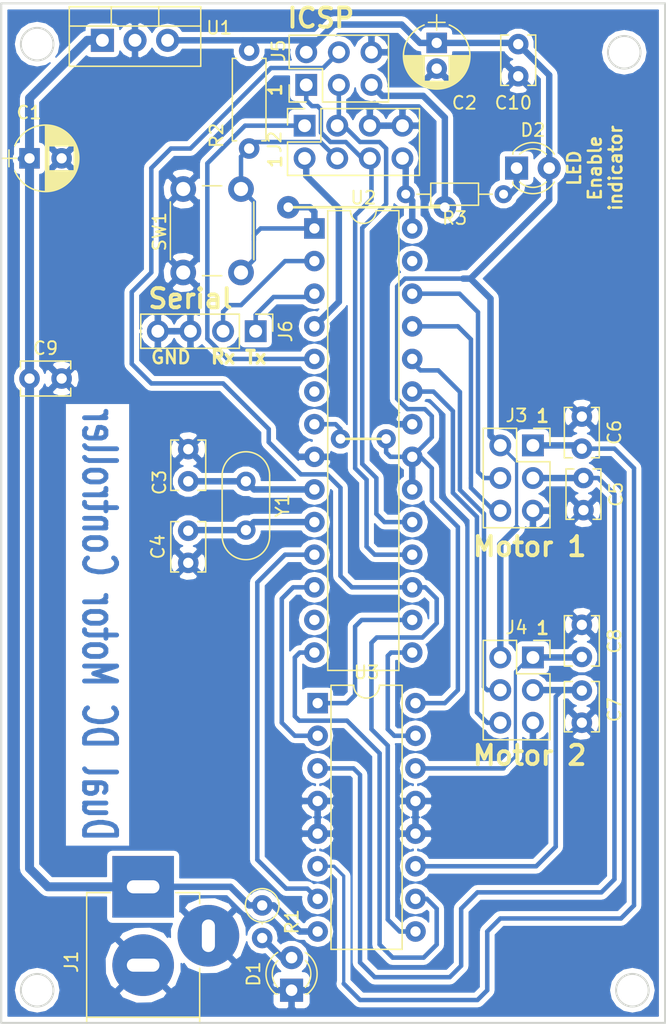
<source format=kicad_pcb>
(kicad_pcb (version 4) (host pcbnew 4.0.6)

  (general
    (links 84)
    (no_connects 2)
    (area 220.904999 61.773999 272.744001 141.299001)
    (thickness 1.6)
    (drawings 27)
    (tracks 301)
    (zones 0)
    (modules 26)
    (nets 33)
  )

  (page A4)
  (title_block
    (title "Driver para motor dc controlado por PID")
    (date 2017-04-19)
    (comment 1 "Enable, Sentido, Clock")
  )

  (layers
    (0 F.Cu signal hide)
    (31 B.Cu signal)
    (33 F.Adhes user)
    (35 F.Paste user)
    (37 F.SilkS user)
    (39 F.Mask user hide)
    (40 Dwgs.User user hide)
    (41 Cmts.User user hide)
    (42 Eco1.User user hide)
    (43 Eco2.User user hide)
    (44 Edge.Cuts user)
    (45 Margin user)
    (47 F.CrtYd user)
    (49 F.Fab user)
  )

  (setup
    (last_trace_width 0.25)
    (user_trace_width 0.35)
    (user_trace_width 0.45)
    (user_trace_width 0.5)
    (user_trace_width 0.55)
    (user_trace_width 0.6)
    (user_trace_width 0.7)
    (user_trace_width 0.8)
    (user_trace_width 0.9)
    (trace_clearance 0.2)
    (zone_clearance 0.4)
    (zone_45_only no)
    (trace_min 0.2)
    (segment_width 0.2)
    (edge_width 0.15)
    (via_size 0.6)
    (via_drill 0.4)
    (via_min_size 0.4)
    (via_min_drill 0.3)
    (user_via 0.5 0.4)
    (user_via 0.6 0.5)
    (user_via 0.7 0.6)
    (user_via 0.8 0.7)
    (user_via 0.9 0.8)
    (user_via 1 0.9)
    (user_via 1.2 1)
    (user_via 1.5 1.25)
    (uvia_size 0.3)
    (uvia_drill 0.1)
    (uvias_allowed no)
    (uvia_min_size 0.2)
    (uvia_min_drill 0.1)
    (pcb_text_width 0.3)
    (pcb_text_size 1.5 1.5)
    (mod_edge_width 0.15)
    (mod_text_size 1 1)
    (mod_text_width 0.15)
    (pad_size 1.524 1.524)
    (pad_drill 0.762)
    (pad_to_mask_clearance 0.2)
    (aux_axis_origin 0 0)
    (visible_elements FFFFEF7F)
    (pcbplotparams
      (layerselection 0x00030_80000001)
      (usegerberextensions false)
      (excludeedgelayer true)
      (linewidth 0.100000)
      (plotframeref false)
      (viasonmask false)
      (mode 1)
      (useauxorigin false)
      (hpglpennumber 1)
      (hpglpenspeed 20)
      (hpglpendiameter 15)
      (hpglpenoverlay 2)
      (psnegative false)
      (psa4output false)
      (plotreference true)
      (plotvalue true)
      (plotinvisibletext false)
      (padsonsilk false)
      (subtractmaskfromsilk false)
      (outputformat 1)
      (mirror false)
      (drillshape 1)
      (scaleselection 1)
      (outputdirectory ""))
  )

  (net 0 "")
  (net 1 GND)
  (net 2 +5V)
  (net 3 "Net-(C3-Pad2)")
  (net 4 "Net-(C4-Pad2)")
  (net 5 "Net-(D1-Pad2)")
  (net 6 +12V)
  (net 7 RST)
  (net 8 D12/MISO)
  (net 9 D13/SCK)
  (net 10 D11/MOSI)
  (net 11 D9)
  (net 12 D0/Rx)
  (net 13 D1/Tx)
  (net 14 D2)
  (net 15 D3)
  (net 16 D4)
  (net 17 D5)
  (net 18 D6)
  (net 19 D7)
  (net 20 D8)
  (net 21 M12)
  (net 22 M11)
  (net 23 A1)
  (net 24 A0)
  (net 25 A3)
  (net 26 A2)
  (net 27 A4)
  (net 28 A5)
  (net 29 D10)
  (net 30 "Net-(D2-Pad1)")
  (net 31 M21)
  (net 32 M22)

  (net_class Default "Esta es la clase de red por defecto."
    (clearance 0.2)
    (trace_width 0.25)
    (via_dia 0.6)
    (via_drill 0.4)
    (uvia_dia 0.3)
    (uvia_drill 0.1)
    (add_net +12V)
    (add_net +5V)
    (add_net A0)
    (add_net A1)
    (add_net A2)
    (add_net A3)
    (add_net A4)
    (add_net A5)
    (add_net D0/Rx)
    (add_net D1/Tx)
    (add_net D10)
    (add_net D11/MOSI)
    (add_net D12/MISO)
    (add_net D13/SCK)
    (add_net D2)
    (add_net D3)
    (add_net D4)
    (add_net D5)
    (add_net D6)
    (add_net D7)
    (add_net D8)
    (add_net D9)
    (add_net GND)
    (add_net M11)
    (add_net M12)
    (add_net M21)
    (add_net M22)
    (add_net "Net-(C3-Pad2)")
    (add_net "Net-(C4-Pad2)")
    (add_net "Net-(D1-Pad2)")
    (add_net "Net-(D2-Pad1)")
    (add_net RST)
  )

  (module Socket_Strips:Socket_Strip_Straight_2x04_Pitch2.54mm (layer F.Cu) (tedit 58CD5448) (tstamp 593AADA5)
    (at 244.602 71.374 90)
    (descr "Through hole straight socket strip, 2x04, 2.54mm pitch, double rows")
    (tags "Through hole socket strip THT 2x04 2.54mm double row")
    (path /59289741)
    (fp_text reference J2 (at -1.27 -2.33 90) (layer F.SilkS)
      (effects (font (size 1 1) (thickness 0.15)))
    )
    (fp_text value "Control de entrada" (at -1.27 9.95 90) (layer F.Fab)
      (effects (font (size 1 1) (thickness 0.15)))
    )
    (fp_line (start -3.81 -1.27) (end -3.81 8.89) (layer F.Fab) (width 0.1))
    (fp_line (start -3.81 8.89) (end 1.27 8.89) (layer F.Fab) (width 0.1))
    (fp_line (start 1.27 8.89) (end 1.27 -1.27) (layer F.Fab) (width 0.1))
    (fp_line (start 1.27 -1.27) (end -3.81 -1.27) (layer F.Fab) (width 0.1))
    (fp_line (start 1.33 1.27) (end 1.33 8.95) (layer F.SilkS) (width 0.12))
    (fp_line (start 1.33 8.95) (end -3.87 8.95) (layer F.SilkS) (width 0.12))
    (fp_line (start -3.87 8.95) (end -3.87 -1.33) (layer F.SilkS) (width 0.12))
    (fp_line (start -3.87 -1.33) (end -1.27 -1.33) (layer F.SilkS) (width 0.12))
    (fp_line (start -1.27 -1.33) (end -1.27 1.27) (layer F.SilkS) (width 0.12))
    (fp_line (start -1.27 1.27) (end 1.33 1.27) (layer F.SilkS) (width 0.12))
    (fp_line (start 1.33 0) (end 1.33 -1.33) (layer F.SilkS) (width 0.12))
    (fp_line (start 1.33 -1.33) (end 0.06 -1.33) (layer F.SilkS) (width 0.12))
    (fp_line (start -4.35 -1.8) (end -4.35 9.4) (layer F.CrtYd) (width 0.05))
    (fp_line (start -4.35 9.4) (end 1.8 9.4) (layer F.CrtYd) (width 0.05))
    (fp_line (start 1.8 9.4) (end 1.8 -1.8) (layer F.CrtYd) (width 0.05))
    (fp_line (start 1.8 -1.8) (end -4.35 -1.8) (layer F.CrtYd) (width 0.05))
    (fp_text user %R (at -1.27 -2.33 90) (layer F.Fab)
      (effects (font (size 1 1) (thickness 0.15)))
    )
    (pad 1 thru_hole rect (at 0 0 90) (size 1.7 1.7) (drill 1) (layers *.Cu *.Mask)
      (net 15 D3))
    (pad 2 thru_hole oval (at -2.54 0 90) (size 1.7 1.7) (drill 1) (layers *.Cu *.Mask)
      (net 14 D2))
    (pad 3 thru_hole oval (at 0 2.54 90) (size 1.7 1.7) (drill 1) (layers *.Cu *.Mask)
      (net 9 D13/SCK))
    (pad 4 thru_hole oval (at -2.54 2.54 90) (size 1.7 1.7) (drill 1) (layers *.Cu *.Mask)
      (net 7 RST))
    (pad 5 thru_hole oval (at 0 5.08 90) (size 1.7 1.7) (drill 1) (layers *.Cu *.Mask)
      (net 1 GND))
    (pad 6 thru_hole oval (at -2.54 5.08 90) (size 1.7 1.7) (drill 1) (layers *.Cu *.Mask)
      (net 8 D12/MISO))
    (pad 7 thru_hole oval (at 0 7.62 90) (size 1.7 1.7) (drill 1) (layers *.Cu *.Mask)
      (net 1 GND))
    (pad 8 thru_hole oval (at -2.54 7.62 90) (size 1.7 1.7) (drill 1) (layers *.Cu *.Mask)
      (net 28 A5))
    (model ${KISYS3DMOD}/Socket_Strips.3dshapes/Socket_Strip_Straight_2x04_Pitch2.54mm.wrl
      (at (xyz -0.05 -0.15 0))
      (scale (xyz 1 1 1))
      (rotate (xyz 0 0 270))
    )
  )

  (module Housings_DIP:DIP-16_W7.62mm (layer F.Cu) (tedit 58CC8E2D) (tstamp 59218E67)
    (at 245.618 116.332)
    (descr "16-lead dip package, row spacing 7.62 mm (300 mils)")
    (tags "DIL DIP PDIP 2.54mm 7.62mm 300mil")
    (path /59088CF9)
    (fp_text reference U3 (at 3.81 -2.39) (layer F.SilkS)
      (effects (font (size 1 1) (thickness 0.15)))
    )
    (fp_text value L293D (at 3.81 20.17) (layer F.Fab)
      (effects (font (size 1 1) (thickness 0.15)))
    )
    (fp_text user %R (at 3.81 8.89) (layer F.Fab)
      (effects (font (size 1 1) (thickness 0.15)))
    )
    (fp_line (start 1.635 -1.27) (end 6.985 -1.27) (layer F.Fab) (width 0.1))
    (fp_line (start 6.985 -1.27) (end 6.985 19.05) (layer F.Fab) (width 0.1))
    (fp_line (start 6.985 19.05) (end 0.635 19.05) (layer F.Fab) (width 0.1))
    (fp_line (start 0.635 19.05) (end 0.635 -0.27) (layer F.Fab) (width 0.1))
    (fp_line (start 0.635 -0.27) (end 1.635 -1.27) (layer F.Fab) (width 0.1))
    (fp_line (start 2.81 -1.39) (end 1.04 -1.39) (layer F.SilkS) (width 0.12))
    (fp_line (start 1.04 -1.39) (end 1.04 19.17) (layer F.SilkS) (width 0.12))
    (fp_line (start 1.04 19.17) (end 6.58 19.17) (layer F.SilkS) (width 0.12))
    (fp_line (start 6.58 19.17) (end 6.58 -1.39) (layer F.SilkS) (width 0.12))
    (fp_line (start 6.58 -1.39) (end 4.81 -1.39) (layer F.SilkS) (width 0.12))
    (fp_line (start -1.1 -1.6) (end -1.1 19.3) (layer F.CrtYd) (width 0.05))
    (fp_line (start -1.1 19.3) (end 8.7 19.3) (layer F.CrtYd) (width 0.05))
    (fp_line (start 8.7 19.3) (end 8.7 -1.6) (layer F.CrtYd) (width 0.05))
    (fp_line (start 8.7 -1.6) (end -1.1 -1.6) (layer F.CrtYd) (width 0.05))
    (fp_arc (start 3.81 -1.39) (end 2.81 -1.39) (angle -180) (layer F.SilkS) (width 0.12))
    (pad 1 thru_hole rect (at 0 0) (size 1.6 1.6) (drill 0.8) (layers *.Cu *.Mask)
      (net 29 D10))
    (pad 9 thru_hole oval (at 7.62 17.78) (size 1.6 1.6) (drill 0.8) (layers *.Cu *.Mask)
      (net 10 D11/MOSI))
    (pad 2 thru_hole oval (at 0 2.54) (size 1.6 1.6) (drill 0.8) (layers *.Cu *.Mask)
      (net 18 D6))
    (pad 10 thru_hole oval (at 7.62 15.24) (size 1.6 1.6) (drill 0.8) (layers *.Cu *.Mask)
      (net 20 D8))
    (pad 3 thru_hole oval (at 0 5.08) (size 1.6 1.6) (drill 0.8) (layers *.Cu *.Mask)
      (net 22 M11))
    (pad 11 thru_hole oval (at 7.62 12.7) (size 1.6 1.6) (drill 0.8) (layers *.Cu *.Mask)
      (net 31 M21))
    (pad 4 thru_hole oval (at 0 7.62) (size 1.6 1.6) (drill 0.8) (layers *.Cu *.Mask)
      (net 1 GND))
    (pad 12 thru_hole oval (at 7.62 10.16) (size 1.6 1.6) (drill 0.8) (layers *.Cu *.Mask)
      (net 1 GND))
    (pad 5 thru_hole oval (at 0 10.16) (size 1.6 1.6) (drill 0.8) (layers *.Cu *.Mask)
      (net 1 GND))
    (pad 13 thru_hole oval (at 7.62 7.62) (size 1.6 1.6) (drill 0.8) (layers *.Cu *.Mask)
      (net 1 GND))
    (pad 6 thru_hole oval (at 0 12.7) (size 1.6 1.6) (drill 0.8) (layers *.Cu *.Mask)
      (net 21 M12))
    (pad 14 thru_hole oval (at 7.62 5.08) (size 1.6 1.6) (drill 0.8) (layers *.Cu *.Mask)
      (net 32 M22))
    (pad 7 thru_hole oval (at 0 15.24) (size 1.6 1.6) (drill 0.8) (layers *.Cu *.Mask)
      (net 17 D5))
    (pad 15 thru_hole oval (at 7.62 2.54) (size 1.6 1.6) (drill 0.8) (layers *.Cu *.Mask)
      (net 11 D9))
    (pad 8 thru_hole oval (at 0 17.78) (size 1.6 1.6) (drill 0.8) (layers *.Cu *.Mask)
      (net 6 +12V))
    (pad 16 thru_hole oval (at 7.62 0) (size 1.6 1.6) (drill 0.8) (layers *.Cu *.Mask)
      (net 2 +5V))
    (model ${KISYS3DMOD}/Housings_DIP.3dshapes/DIP-16_W7.62mm.wrl
      (at (xyz 0 0 0))
      (scale (xyz 1 1 1))
      (rotate (xyz 0 0 0))
    )
  )

  (module Capacitors_ThroughHole:CP_Radial_D5.0mm_P2.00mm (layer F.Cu) (tedit 5920C257) (tstamp 59218CAA)
    (at 254.889 64.929 270)
    (descr "CP, Radial series, Radial, pin pitch=2.00mm, , diameter=5mm, Electrolytic Capacitor")
    (tags "CP Radial series Radial pin pitch 2.00mm  diameter 5mm Electrolytic Capacitor")
    (path /58F7E1EC)
    (fp_text reference C2 (at 4.667 -2.159 360) (layer F.SilkS)
      (effects (font (size 1 1) (thickness 0.15)))
    )
    (fp_text value 100uF/16V (at 1 3.56 270) (layer F.Fab)
      (effects (font (size 1 1) (thickness 0.15)))
    )
    (fp_text user %R (at 0.65 0 270) (layer F.Fab)
      (effects (font (size 1 1) (thickness 0.15)))
    )
    (fp_line (start -2.2 0) (end -1 0) (layer F.Fab) (width 0.1))
    (fp_line (start -1.6 -0.65) (end -1.6 0.65) (layer F.Fab) (width 0.1))
    (fp_line (start 1 -2.55) (end 1 2.55) (layer F.SilkS) (width 0.12))
    (fp_line (start 1.04 -2.55) (end 1.04 -0.98) (layer F.SilkS) (width 0.12))
    (fp_line (start 1.04 0.98) (end 1.04 2.55) (layer F.SilkS) (width 0.12))
    (fp_line (start 1.08 -2.549) (end 1.08 -0.98) (layer F.SilkS) (width 0.12))
    (fp_line (start 1.08 0.98) (end 1.08 2.549) (layer F.SilkS) (width 0.12))
    (fp_line (start 1.12 -2.548) (end 1.12 -0.98) (layer F.SilkS) (width 0.12))
    (fp_line (start 1.12 0.98) (end 1.12 2.548) (layer F.SilkS) (width 0.12))
    (fp_line (start 1.16 -2.546) (end 1.16 -0.98) (layer F.SilkS) (width 0.12))
    (fp_line (start 1.16 0.98) (end 1.16 2.546) (layer F.SilkS) (width 0.12))
    (fp_line (start 1.2 -2.543) (end 1.2 -0.98) (layer F.SilkS) (width 0.12))
    (fp_line (start 1.2 0.98) (end 1.2 2.543) (layer F.SilkS) (width 0.12))
    (fp_line (start 1.24 -2.539) (end 1.24 -0.98) (layer F.SilkS) (width 0.12))
    (fp_line (start 1.24 0.98) (end 1.24 2.539) (layer F.SilkS) (width 0.12))
    (fp_line (start 1.28 -2.535) (end 1.28 -0.98) (layer F.SilkS) (width 0.12))
    (fp_line (start 1.28 0.98) (end 1.28 2.535) (layer F.SilkS) (width 0.12))
    (fp_line (start 1.32 -2.531) (end 1.32 -0.98) (layer F.SilkS) (width 0.12))
    (fp_line (start 1.32 0.98) (end 1.32 2.531) (layer F.SilkS) (width 0.12))
    (fp_line (start 1.36 -2.525) (end 1.36 -0.98) (layer F.SilkS) (width 0.12))
    (fp_line (start 1.36 0.98) (end 1.36 2.525) (layer F.SilkS) (width 0.12))
    (fp_line (start 1.4 -2.519) (end 1.4 -0.98) (layer F.SilkS) (width 0.12))
    (fp_line (start 1.4 0.98) (end 1.4 2.519) (layer F.SilkS) (width 0.12))
    (fp_line (start 1.44 -2.513) (end 1.44 -0.98) (layer F.SilkS) (width 0.12))
    (fp_line (start 1.44 0.98) (end 1.44 2.513) (layer F.SilkS) (width 0.12))
    (fp_line (start 1.48 -2.506) (end 1.48 -0.98) (layer F.SilkS) (width 0.12))
    (fp_line (start 1.48 0.98) (end 1.48 2.506) (layer F.SilkS) (width 0.12))
    (fp_line (start 1.52 -2.498) (end 1.52 -0.98) (layer F.SilkS) (width 0.12))
    (fp_line (start 1.52 0.98) (end 1.52 2.498) (layer F.SilkS) (width 0.12))
    (fp_line (start 1.56 -2.489) (end 1.56 -0.98) (layer F.SilkS) (width 0.12))
    (fp_line (start 1.56 0.98) (end 1.56 2.489) (layer F.SilkS) (width 0.12))
    (fp_line (start 1.6 -2.48) (end 1.6 -0.98) (layer F.SilkS) (width 0.12))
    (fp_line (start 1.6 0.98) (end 1.6 2.48) (layer F.SilkS) (width 0.12))
    (fp_line (start 1.64 -2.47) (end 1.64 -0.98) (layer F.SilkS) (width 0.12))
    (fp_line (start 1.64 0.98) (end 1.64 2.47) (layer F.SilkS) (width 0.12))
    (fp_line (start 1.68 -2.46) (end 1.68 -0.98) (layer F.SilkS) (width 0.12))
    (fp_line (start 1.68 0.98) (end 1.68 2.46) (layer F.SilkS) (width 0.12))
    (fp_line (start 1.721 -2.448) (end 1.721 -0.98) (layer F.SilkS) (width 0.12))
    (fp_line (start 1.721 0.98) (end 1.721 2.448) (layer F.SilkS) (width 0.12))
    (fp_line (start 1.761 -2.436) (end 1.761 -0.98) (layer F.SilkS) (width 0.12))
    (fp_line (start 1.761 0.98) (end 1.761 2.436) (layer F.SilkS) (width 0.12))
    (fp_line (start 1.801 -2.424) (end 1.801 -0.98) (layer F.SilkS) (width 0.12))
    (fp_line (start 1.801 0.98) (end 1.801 2.424) (layer F.SilkS) (width 0.12))
    (fp_line (start 1.841 -2.41) (end 1.841 -0.98) (layer F.SilkS) (width 0.12))
    (fp_line (start 1.841 0.98) (end 1.841 2.41) (layer F.SilkS) (width 0.12))
    (fp_line (start 1.881 -2.396) (end 1.881 -0.98) (layer F.SilkS) (width 0.12))
    (fp_line (start 1.881 0.98) (end 1.881 2.396) (layer F.SilkS) (width 0.12))
    (fp_line (start 1.921 -2.382) (end 1.921 -0.98) (layer F.SilkS) (width 0.12))
    (fp_line (start 1.921 0.98) (end 1.921 2.382) (layer F.SilkS) (width 0.12))
    (fp_line (start 1.961 -2.366) (end 1.961 -0.98) (layer F.SilkS) (width 0.12))
    (fp_line (start 1.961 0.98) (end 1.961 2.366) (layer F.SilkS) (width 0.12))
    (fp_line (start 2.001 -2.35) (end 2.001 -0.98) (layer F.SilkS) (width 0.12))
    (fp_line (start 2.001 0.98) (end 2.001 2.35) (layer F.SilkS) (width 0.12))
    (fp_line (start 2.041 -2.333) (end 2.041 -0.98) (layer F.SilkS) (width 0.12))
    (fp_line (start 2.041 0.98) (end 2.041 2.333) (layer F.SilkS) (width 0.12))
    (fp_line (start 2.081 -2.315) (end 2.081 -0.98) (layer F.SilkS) (width 0.12))
    (fp_line (start 2.081 0.98) (end 2.081 2.315) (layer F.SilkS) (width 0.12))
    (fp_line (start 2.121 -2.296) (end 2.121 -0.98) (layer F.SilkS) (width 0.12))
    (fp_line (start 2.121 0.98) (end 2.121 2.296) (layer F.SilkS) (width 0.12))
    (fp_line (start 2.161 -2.276) (end 2.161 -0.98) (layer F.SilkS) (width 0.12))
    (fp_line (start 2.161 0.98) (end 2.161 2.276) (layer F.SilkS) (width 0.12))
    (fp_line (start 2.201 -2.256) (end 2.201 -0.98) (layer F.SilkS) (width 0.12))
    (fp_line (start 2.201 0.98) (end 2.201 2.256) (layer F.SilkS) (width 0.12))
    (fp_line (start 2.241 -2.234) (end 2.241 -0.98) (layer F.SilkS) (width 0.12))
    (fp_line (start 2.241 0.98) (end 2.241 2.234) (layer F.SilkS) (width 0.12))
    (fp_line (start 2.281 -2.212) (end 2.281 -0.98) (layer F.SilkS) (width 0.12))
    (fp_line (start 2.281 0.98) (end 2.281 2.212) (layer F.SilkS) (width 0.12))
    (fp_line (start 2.321 -2.189) (end 2.321 -0.98) (layer F.SilkS) (width 0.12))
    (fp_line (start 2.321 0.98) (end 2.321 2.189) (layer F.SilkS) (width 0.12))
    (fp_line (start 2.361 -2.165) (end 2.361 -0.98) (layer F.SilkS) (width 0.12))
    (fp_line (start 2.361 0.98) (end 2.361 2.165) (layer F.SilkS) (width 0.12))
    (fp_line (start 2.401 -2.14) (end 2.401 -0.98) (layer F.SilkS) (width 0.12))
    (fp_line (start 2.401 0.98) (end 2.401 2.14) (layer F.SilkS) (width 0.12))
    (fp_line (start 2.441 -2.113) (end 2.441 -0.98) (layer F.SilkS) (width 0.12))
    (fp_line (start 2.441 0.98) (end 2.441 2.113) (layer F.SilkS) (width 0.12))
    (fp_line (start 2.481 -2.086) (end 2.481 -0.98) (layer F.SilkS) (width 0.12))
    (fp_line (start 2.481 0.98) (end 2.481 2.086) (layer F.SilkS) (width 0.12))
    (fp_line (start 2.521 -2.058) (end 2.521 -0.98) (layer F.SilkS) (width 0.12))
    (fp_line (start 2.521 0.98) (end 2.521 2.058) (layer F.SilkS) (width 0.12))
    (fp_line (start 2.561 -2.028) (end 2.561 -0.98) (layer F.SilkS) (width 0.12))
    (fp_line (start 2.561 0.98) (end 2.561 2.028) (layer F.SilkS) (width 0.12))
    (fp_line (start 2.601 -1.997) (end 2.601 -0.98) (layer F.SilkS) (width 0.12))
    (fp_line (start 2.601 0.98) (end 2.601 1.997) (layer F.SilkS) (width 0.12))
    (fp_line (start 2.641 -1.965) (end 2.641 -0.98) (layer F.SilkS) (width 0.12))
    (fp_line (start 2.641 0.98) (end 2.641 1.965) (layer F.SilkS) (width 0.12))
    (fp_line (start 2.681 -1.932) (end 2.681 -0.98) (layer F.SilkS) (width 0.12))
    (fp_line (start 2.681 0.98) (end 2.681 1.932) (layer F.SilkS) (width 0.12))
    (fp_line (start 2.721 -1.897) (end 2.721 -0.98) (layer F.SilkS) (width 0.12))
    (fp_line (start 2.721 0.98) (end 2.721 1.897) (layer F.SilkS) (width 0.12))
    (fp_line (start 2.761 -1.861) (end 2.761 -0.98) (layer F.SilkS) (width 0.12))
    (fp_line (start 2.761 0.98) (end 2.761 1.861) (layer F.SilkS) (width 0.12))
    (fp_line (start 2.801 -1.823) (end 2.801 -0.98) (layer F.SilkS) (width 0.12))
    (fp_line (start 2.801 0.98) (end 2.801 1.823) (layer F.SilkS) (width 0.12))
    (fp_line (start 2.841 -1.783) (end 2.841 -0.98) (layer F.SilkS) (width 0.12))
    (fp_line (start 2.841 0.98) (end 2.841 1.783) (layer F.SilkS) (width 0.12))
    (fp_line (start 2.881 -1.742) (end 2.881 -0.98) (layer F.SilkS) (width 0.12))
    (fp_line (start 2.881 0.98) (end 2.881 1.742) (layer F.SilkS) (width 0.12))
    (fp_line (start 2.921 -1.699) (end 2.921 -0.98) (layer F.SilkS) (width 0.12))
    (fp_line (start 2.921 0.98) (end 2.921 1.699) (layer F.SilkS) (width 0.12))
    (fp_line (start 2.961 -1.654) (end 2.961 -0.98) (layer F.SilkS) (width 0.12))
    (fp_line (start 2.961 0.98) (end 2.961 1.654) (layer F.SilkS) (width 0.12))
    (fp_line (start 3.001 -1.606) (end 3.001 1.606) (layer F.SilkS) (width 0.12))
    (fp_line (start 3.041 -1.556) (end 3.041 1.556) (layer F.SilkS) (width 0.12))
    (fp_line (start 3.081 -1.504) (end 3.081 1.504) (layer F.SilkS) (width 0.12))
    (fp_line (start 3.121 -1.448) (end 3.121 1.448) (layer F.SilkS) (width 0.12))
    (fp_line (start 3.161 -1.39) (end 3.161 1.39) (layer F.SilkS) (width 0.12))
    (fp_line (start 3.201 -1.327) (end 3.201 1.327) (layer F.SilkS) (width 0.12))
    (fp_line (start 3.241 -1.261) (end 3.241 1.261) (layer F.SilkS) (width 0.12))
    (fp_line (start 3.281 -1.189) (end 3.281 1.189) (layer F.SilkS) (width 0.12))
    (fp_line (start 3.321 -1.112) (end 3.321 1.112) (layer F.SilkS) (width 0.12))
    (fp_line (start 3.361 -1.028) (end 3.361 1.028) (layer F.SilkS) (width 0.12))
    (fp_line (start 3.401 -0.934) (end 3.401 0.934) (layer F.SilkS) (width 0.12))
    (fp_line (start 3.441 -0.829) (end 3.441 0.829) (layer F.SilkS) (width 0.12))
    (fp_line (start 3.481 -0.707) (end 3.481 0.707) (layer F.SilkS) (width 0.12))
    (fp_line (start 3.521 -0.559) (end 3.521 0.559) (layer F.SilkS) (width 0.12))
    (fp_line (start 3.561 -0.354) (end 3.561 0.354) (layer F.SilkS) (width 0.12))
    (fp_line (start -2.2 0) (end -1 0) (layer F.SilkS) (width 0.12))
    (fp_line (start -1.6 -0.65) (end -1.6 0.65) (layer F.SilkS) (width 0.12))
    (fp_line (start -1.85 -2.85) (end -1.85 2.85) (layer F.CrtYd) (width 0.05))
    (fp_line (start -1.85 2.85) (end 3.85 2.85) (layer F.CrtYd) (width 0.05))
    (fp_line (start 3.85 2.85) (end 3.85 -2.85) (layer F.CrtYd) (width 0.05))
    (fp_line (start 3.85 -2.85) (end -1.85 -2.85) (layer F.CrtYd) (width 0.05))
    (fp_circle (center 1 0) (end 3.5 0) (layer F.Fab) (width 0.1))
    (fp_arc (start 1 0) (end -1.397436 -0.98) (angle 135.5) (layer F.SilkS) (width 0.12))
    (fp_arc (start 1 0) (end -1.397436 0.98) (angle -135.5) (layer F.SilkS) (width 0.12))
    (fp_arc (start 1 0) (end 3.397436 -0.98) (angle 44.5) (layer F.SilkS) (width 0.12))
    (pad 1 thru_hole rect (at 0 0 270) (size 1.6 1.6) (drill 0.8) (layers *.Cu *.Mask)
      (net 2 +5V))
    (pad 2 thru_hole circle (at 2 0 270) (size 1.6 1.6) (drill 0.8) (layers *.Cu *.Mask)
      (net 1 GND))
    (model ${KISYS3DMOD}/Capacitors_THT.3dshapes/CP_Radial_D5.0mm_P2.00mm.wrl
      (at (xyz 0 0 0))
      (scale (xyz 0.393701 0.393701 0.393701))
      (rotate (xyz 0 0 0))
    )
  )

  (module Capacitors_ThroughHole:C_Disc_D3.8mm_W2.6mm_P2.50mm (layer F.Cu) (tedit 5920C254) (tstamp 59218CBF)
    (at 235.541 96.56 270)
    (descr "C, Disc series, Radial, pin pitch=2.50mm, , diameter*width=3.8*2.6mm^2, Capacitor, http://www.vishay.com/docs/45233/krseries.pdf")
    (tags "C Disc series Radial pin pitch 2.50mm  diameter 3.8mm width 2.6mm Capacitor")
    (path /58F7E70A)
    (fp_text reference C3 (at 2.5906 2.242 270) (layer F.SilkS)
      (effects (font (size 1 1) (thickness 0.15)))
    )
    (fp_text value 22pF (at 1.25 2.36 270) (layer F.Fab)
      (effects (font (size 1 1) (thickness 0.15)))
    )
    (fp_text user %R (at 3.155 0 270) (layer F.Fab)
      (effects (font (size 0.9 0.9) (thickness 0.135)))
    )
    (fp_line (start -0.65 -1.3) (end -0.65 1.3) (layer F.Fab) (width 0.1))
    (fp_line (start -0.65 1.3) (end 3.15 1.3) (layer F.Fab) (width 0.1))
    (fp_line (start 3.15 1.3) (end 3.15 -1.3) (layer F.Fab) (width 0.1))
    (fp_line (start 3.15 -1.3) (end -0.65 -1.3) (layer F.Fab) (width 0.1))
    (fp_line (start -0.71 -1.36) (end 3.21 -1.36) (layer F.SilkS) (width 0.12))
    (fp_line (start -0.71 1.36) (end 3.21 1.36) (layer F.SilkS) (width 0.12))
    (fp_line (start -0.71 -1.36) (end -0.71 -0.75) (layer F.SilkS) (width 0.12))
    (fp_line (start -0.71 0.75) (end -0.71 1.36) (layer F.SilkS) (width 0.12))
    (fp_line (start 3.21 -1.36) (end 3.21 -0.75) (layer F.SilkS) (width 0.12))
    (fp_line (start 3.21 0.75) (end 3.21 1.36) (layer F.SilkS) (width 0.12))
    (fp_line (start -1.05 -1.65) (end -1.05 1.65) (layer F.CrtYd) (width 0.05))
    (fp_line (start -1.05 1.65) (end 3.55 1.65) (layer F.CrtYd) (width 0.05))
    (fp_line (start 3.55 1.65) (end 3.55 -1.65) (layer F.CrtYd) (width 0.05))
    (fp_line (start 3.55 -1.65) (end -1.05 -1.65) (layer F.CrtYd) (width 0.05))
    (pad 1 thru_hole circle (at 0 0 270) (size 1.6 1.6) (drill 0.8) (layers *.Cu *.Mask)
      (net 1 GND))
    (pad 2 thru_hole circle (at 2.5 0 270) (size 1.6 1.6) (drill 0.8) (layers *.Cu *.Mask)
      (net 3 "Net-(C3-Pad2)"))
    (model ${KISYS3DMOD}/Capacitors_THT.3dshapes/C_Disc_D3.8mm_W2.6mm_P2.50mm.wrl
      (at (xyz 0 0 0))
      (scale (xyz 0.393701 0.393701 0.393701))
      (rotate (xyz 0 0 0))
    )
  )

  (module Capacitors_ThroughHole:C_Disc_D3.8mm_W2.6mm_P2.50mm (layer F.Cu) (tedit 5920C254) (tstamp 59218CD4)
    (at 235.541 105.41 90)
    (descr "C, Disc series, Radial, pin pitch=2.50mm, , diameter*width=3.8*2.6mm^2, Capacitor, http://www.vishay.com/docs/45233/krseries.pdf")
    (tags "C Disc series Radial pin pitch 2.50mm  diameter 3.8mm width 2.6mm Capacitor")
    (path /58F7E78A)
    (fp_text reference C4 (at 1.25 -2.36 90) (layer F.SilkS)
      (effects (font (size 1 1) (thickness 0.15)))
    )
    (fp_text value 22pF (at 1.25 2.36 90) (layer F.Fab)
      (effects (font (size 1 1) (thickness 0.15)))
    )
    (fp_text user %R (at -0.655 0 270) (layer F.Fab)
      (effects (font (size 0.9 0.9) (thickness 0.135)))
    )
    (fp_line (start -0.65 -1.3) (end -0.65 1.3) (layer F.Fab) (width 0.1))
    (fp_line (start -0.65 1.3) (end 3.15 1.3) (layer F.Fab) (width 0.1))
    (fp_line (start 3.15 1.3) (end 3.15 -1.3) (layer F.Fab) (width 0.1))
    (fp_line (start 3.15 -1.3) (end -0.65 -1.3) (layer F.Fab) (width 0.1))
    (fp_line (start -0.71 -1.36) (end 3.21 -1.36) (layer F.SilkS) (width 0.12))
    (fp_line (start -0.71 1.36) (end 3.21 1.36) (layer F.SilkS) (width 0.12))
    (fp_line (start -0.71 -1.36) (end -0.71 -0.75) (layer F.SilkS) (width 0.12))
    (fp_line (start -0.71 0.75) (end -0.71 1.36) (layer F.SilkS) (width 0.12))
    (fp_line (start 3.21 -1.36) (end 3.21 -0.75) (layer F.SilkS) (width 0.12))
    (fp_line (start 3.21 0.75) (end 3.21 1.36) (layer F.SilkS) (width 0.12))
    (fp_line (start -1.05 -1.65) (end -1.05 1.65) (layer F.CrtYd) (width 0.05))
    (fp_line (start -1.05 1.65) (end 3.55 1.65) (layer F.CrtYd) (width 0.05))
    (fp_line (start 3.55 1.65) (end 3.55 -1.65) (layer F.CrtYd) (width 0.05))
    (fp_line (start 3.55 -1.65) (end -1.05 -1.65) (layer F.CrtYd) (width 0.05))
    (pad 1 thru_hole circle (at 0 0 90) (size 1.6 1.6) (drill 0.8) (layers *.Cu *.Mask)
      (net 1 GND))
    (pad 2 thru_hole circle (at 2.5 0 90) (size 1.6 1.6) (drill 0.8) (layers *.Cu *.Mask)
      (net 4 "Net-(C4-Pad2)"))
    (model ${KISYS3DMOD}/Capacitors_THT.3dshapes/C_Disc_D3.8mm_W2.6mm_P2.50mm.wrl
      (at (xyz 0 0 0))
      (scale (xyz 0.393701 0.393701 0.393701))
      (rotate (xyz 0 0 0))
    )
  )

  (module Connect:JACK_ALIM (layer F.Cu) (tedit 587FEAEC) (tstamp 59218D01)
    (at 232.029 130.632 90)
    (descr "module 1 pin (ou trou mecanique de percage)")
    (tags "CONN JACK")
    (path /58F7DEA7)
    (fp_text reference J1 (at -5.84 -5.59 90) (layer F.SilkS)
      (effects (font (size 1 1) (thickness 0.15)))
    )
    (fp_text value BARREL_JACK (at -11.18 5.59 90) (layer F.Fab)
      (effects (font (size 1 1) (thickness 0.15)))
    )
    (fp_line (start -10.15 -4.4) (end -10.15 4.4) (layer F.SilkS) (width 0.12))
    (fp_line (start -6.35 4.4) (end -14.05 4.4) (layer F.SilkS) (width 0.12))
    (fp_line (start -14.05 4.4) (end -14.05 -4.4) (layer F.SilkS) (width 0.12))
    (fp_line (start -14.05 -4.4) (end -13.85 -4.4) (layer F.SilkS) (width 0.12))
    (fp_line (start -0.45 2.55) (end -0.45 4.4) (layer F.SilkS) (width 0.12))
    (fp_line (start -0.45 4.4) (end -1.3 4.4) (layer F.SilkS) (width 0.12))
    (fp_line (start -13.95 -4.4) (end -0.45 -4.4) (layer F.SilkS) (width 0.12))
    (fp_line (start -0.45 -4.4) (end -0.45 -2.55) (layer F.SilkS) (width 0.12))
    (fp_line (start -13.21 -4.32) (end -13.97 -4.32) (layer F.Fab) (width 0.1))
    (fp_line (start -13.97 -4.32) (end -13.97 4.32) (layer F.Fab) (width 0.1))
    (fp_line (start -13.97 4.32) (end -13.21 4.32) (layer F.Fab) (width 0.1))
    (fp_line (start -10.16 -4.32) (end -10.16 4.32) (layer F.Fab) (width 0.1))
    (fp_line (start -0.51 -4.32) (end -0.51 4.32) (layer F.Fab) (width 0.1))
    (fp_line (start -13.21 4.32) (end -0.51 4.32) (layer F.Fab) (width 0.1))
    (fp_line (start -13.21 -4.32) (end -0.51 -4.32) (layer F.Fab) (width 0.1))
    (fp_line (start -14.22 -4.57) (end 2.65 -4.57) (layer F.CrtYd) (width 0.05))
    (fp_line (start -14.22 -4.57) (end -14.22 7.73) (layer F.CrtYd) (width 0.05))
    (fp_line (start 2.65 7.73) (end 2.65 -4.57) (layer F.CrtYd) (width 0.05))
    (fp_line (start 2.65 7.73) (end -14.22 7.73) (layer F.CrtYd) (width 0.05))
    (pad 2 thru_hole circle (at -6.1 0 90) (size 4.8 4.8) (drill oval 1.02 2.54) (layers *.Cu *.Mask)
      (net 1 GND))
    (pad 1 thru_hole rect (at 0 0 90) (size 4.8 4.8) (drill oval 1.02 2.54) (layers *.Cu *.Mask)
      (net 6 +12V))
    (pad 3 thru_hole circle (at -3.81 5.08 90) (size 4.8 4.8) (drill oval 2.54 1.02) (layers *.Cu *.Mask)
      (net 1 GND))
    (model Connectors.3dshapes/JACK_ALIM.wrl
      (at (xyz -0.24 0 0))
      (scale (xyz 0.8 0.8 0.8))
      (rotate (xyz 0 0 0))
    )
  )

  (module Pin_Headers:Pin_Header_Straight_2x03_Pitch2.54mm (layer F.Cu) (tedit 58CD4EC5) (tstamp 59218D81)
    (at 244.729 68.199 90)
    (descr "Through hole straight pin header, 2x03, 2.54mm pitch, double rows")
    (tags "Through hole pin header THT 2x03 2.54mm double row")
    (path /590A0E37)
    (fp_text reference J5 (at 2.667 -2.159 90) (layer F.SilkS)
      (effects (font (size 1 1) (thickness 0.15)))
    )
    (fp_text value ICSP (at 1.27 7.41 90) (layer F.Fab)
      (effects (font (size 1 1) (thickness 0.15)))
    )
    (fp_line (start -1.27 -1.27) (end -1.27 6.35) (layer F.Fab) (width 0.1))
    (fp_line (start -1.27 6.35) (end 3.81 6.35) (layer F.Fab) (width 0.1))
    (fp_line (start 3.81 6.35) (end 3.81 -1.27) (layer F.Fab) (width 0.1))
    (fp_line (start 3.81 -1.27) (end -1.27 -1.27) (layer F.Fab) (width 0.1))
    (fp_line (start -1.33 1.27) (end -1.33 6.41) (layer F.SilkS) (width 0.12))
    (fp_line (start -1.33 6.41) (end 3.87 6.41) (layer F.SilkS) (width 0.12))
    (fp_line (start 3.87 6.41) (end 3.87 -1.33) (layer F.SilkS) (width 0.12))
    (fp_line (start 3.87 -1.33) (end 1.27 -1.33) (layer F.SilkS) (width 0.12))
    (fp_line (start 1.27 -1.33) (end 1.27 1.27) (layer F.SilkS) (width 0.12))
    (fp_line (start 1.27 1.27) (end -1.33 1.27) (layer F.SilkS) (width 0.12))
    (fp_line (start -1.33 0) (end -1.33 -1.33) (layer F.SilkS) (width 0.12))
    (fp_line (start -1.33 -1.33) (end 0 -1.33) (layer F.SilkS) (width 0.12))
    (fp_line (start -1.8 -1.8) (end -1.8 6.85) (layer F.CrtYd) (width 0.05))
    (fp_line (start -1.8 6.85) (end 4.35 6.85) (layer F.CrtYd) (width 0.05))
    (fp_line (start 4.35 6.85) (end 4.35 -1.8) (layer F.CrtYd) (width 0.05))
    (fp_line (start 4.35 -1.8) (end -1.8 -1.8) (layer F.CrtYd) (width 0.05))
    (fp_text user %R (at 1.27 -2.33 90) (layer F.Fab)
      (effects (font (size 1 1) (thickness 0.15)))
    )
    (pad 1 thru_hole rect (at 0 0 90) (size 1.7 1.7) (drill 1) (layers *.Cu *.Mask)
      (net 8 D12/MISO))
    (pad 2 thru_hole oval (at 2.54 0 90) (size 1.7 1.7) (drill 1) (layers *.Cu *.Mask)
      (net 2 +5V))
    (pad 3 thru_hole oval (at 0 2.54 90) (size 1.7 1.7) (drill 1) (layers *.Cu *.Mask)
      (net 9 D13/SCK))
    (pad 4 thru_hole oval (at 2.54 2.54 90) (size 1.7 1.7) (drill 1) (layers *.Cu *.Mask)
      (net 10 D11/MOSI))
    (pad 5 thru_hole oval (at 0 5.08 90) (size 1.7 1.7) (drill 1) (layers *.Cu *.Mask)
      (net 7 RST))
    (pad 6 thru_hole oval (at 2.54 5.08 90) (size 1.7 1.7) (drill 1) (layers *.Cu *.Mask)
      (net 1 GND))
    (model ${KISYS3DMOD}/Pin_Headers.3dshapes/Pin_Header_Straight_2x03_Pitch2.54mm.wrl
      (at (xyz 0.05 -0.1 0))
      (scale (xyz 1 1 1))
      (rotate (xyz 0 0 90))
    )
  )

  (module Buttons_Switches_ThroughHole:SW_PUSH_6mm (layer F.Cu) (tedit 58134C96) (tstamp 59218DF9)
    (at 239.649 76.304 270)
    (descr https://www.omron.com/ecb/products/pdf/en-b3f.pdf)
    (tags "tact sw push 6mm")
    (path /58FA07F8)
    (fp_text reference SW1 (at 3.325 6.35 270) (layer F.SilkS)
      (effects (font (size 1 1) (thickness 0.15)))
    )
    (fp_text value Reset (at 3.75 6.7 270) (layer F.Fab)
      (effects (font (size 1 1) (thickness 0.15)))
    )
    (fp_line (start 3.25 -0.75) (end 6.25 -0.75) (layer F.Fab) (width 0.1))
    (fp_line (start 6.25 -0.75) (end 6.25 5.25) (layer F.Fab) (width 0.1))
    (fp_line (start 6.25 5.25) (end 0.25 5.25) (layer F.Fab) (width 0.1))
    (fp_line (start 0.25 5.25) (end 0.25 -0.75) (layer F.Fab) (width 0.1))
    (fp_line (start 0.25 -0.75) (end 3.25 -0.75) (layer F.Fab) (width 0.1))
    (fp_line (start 7.75 6) (end 8 6) (layer F.CrtYd) (width 0.05))
    (fp_line (start 8 6) (end 8 5.75) (layer F.CrtYd) (width 0.05))
    (fp_line (start 7.75 -1.5) (end 8 -1.5) (layer F.CrtYd) (width 0.05))
    (fp_line (start 8 -1.5) (end 8 -1.25) (layer F.CrtYd) (width 0.05))
    (fp_line (start -1.5 -1.25) (end -1.5 -1.5) (layer F.CrtYd) (width 0.05))
    (fp_line (start -1.5 -1.5) (end -1.25 -1.5) (layer F.CrtYd) (width 0.05))
    (fp_line (start -1.5 5.75) (end -1.5 6) (layer F.CrtYd) (width 0.05))
    (fp_line (start -1.5 6) (end -1.25 6) (layer F.CrtYd) (width 0.05))
    (fp_line (start -1.25 -1.5) (end 7.75 -1.5) (layer F.CrtYd) (width 0.05))
    (fp_line (start -1.5 5.75) (end -1.5 -1.25) (layer F.CrtYd) (width 0.05))
    (fp_line (start 7.75 6) (end -1.25 6) (layer F.CrtYd) (width 0.05))
    (fp_line (start 8 -1.25) (end 8 5.75) (layer F.CrtYd) (width 0.05))
    (fp_line (start 1 5.5) (end 5.5 5.5) (layer F.SilkS) (width 0.12))
    (fp_line (start -0.25 1.5) (end -0.25 3) (layer F.SilkS) (width 0.12))
    (fp_line (start 5.5 -1) (end 1 -1) (layer F.SilkS) (width 0.12))
    (fp_line (start 6.75 3) (end 6.75 1.5) (layer F.SilkS) (width 0.12))
    (fp_circle (center 3.25 2.25) (end 1.25 2.5) (layer F.Fab) (width 0.1))
    (pad 2 thru_hole circle (at 0 4.5) (size 2 2) (drill 1.1) (layers *.Cu *.Mask)
      (net 1 GND))
    (pad 1 thru_hole circle (at 0 0) (size 2 2) (drill 1.1) (layers *.Cu *.Mask)
      (net 7 RST))
    (pad 2 thru_hole circle (at 6.5 4.5) (size 2 2) (drill 1.1) (layers *.Cu *.Mask)
      (net 1 GND))
    (pad 1 thru_hole circle (at 6.5 0) (size 2 2) (drill 1.1) (layers *.Cu *.Mask)
      (net 7 RST))
    (model Buttons_Switches_THT.3dshapes/SW_PUSH_6mm.wrl
      (at (xyz 0.005 0 0))
      (scale (xyz 0.3937 0.3937 0.3937))
      (rotate (xyz 0 0 0))
    )
  )

  (module Favio:TO-220_Vertical-fav (layer F.Cu) (tedit 58F03D42) (tstamp 59218E13)
    (at 228.854 64.726)
    (descr "TO-220, Vertical, RM 2.54mm")
    (tags "TO-220 Vertical RM 2.54mm")
    (path /58F7E0F7)
    (fp_text reference U1 (at 9.0934 -0.972) (layer F.SilkS)
      (effects (font (size 1 1) (thickness 0.15)))
    )
    (fp_text value LM7805 (at 2.54 3.92) (layer F.Fab)
      (effects (font (size 1 1) (thickness 0.15)))
    )
    (fp_text user %R (at 2.54 -3.62) (layer F.Fab)
      (effects (font (size 1 1) (thickness 0.15)))
    )
    (fp_line (start -2.46 -2.5) (end -2.46 1.9) (layer F.Fab) (width 0.1))
    (fp_line (start -2.46 1.9) (end 7.54 1.9) (layer F.Fab) (width 0.1))
    (fp_line (start 7.54 1.9) (end 7.54 -2.5) (layer F.Fab) (width 0.1))
    (fp_line (start 7.54 -2.5) (end -2.46 -2.5) (layer F.Fab) (width 0.1))
    (fp_line (start -2.46 -1.23) (end 7.54 -1.23) (layer F.Fab) (width 0.1))
    (fp_line (start 0.69 -2.5) (end 0.69 -1.23) (layer F.Fab) (width 0.1))
    (fp_line (start 4.39 -2.5) (end 4.39 -1.23) (layer F.Fab) (width 0.1))
    (fp_line (start -2.58 -2.62) (end 7.66 -2.62) (layer F.SilkS) (width 0.12))
    (fp_line (start -2.58 2.021) (end 7.66 2.021) (layer F.SilkS) (width 0.12))
    (fp_line (start -2.58 -2.62) (end -2.58 2.021) (layer F.SilkS) (width 0.12))
    (fp_line (start 7.66 -2.62) (end 7.66 2.021) (layer F.SilkS) (width 0.12))
    (fp_line (start -2.58 -1.11) (end 7.66 -1.11) (layer F.SilkS) (width 0.12))
    (fp_line (start 0.69 -2.62) (end 0.69 -1.11) (layer F.SilkS) (width 0.12))
    (fp_line (start 4.391 -2.62) (end 4.391 -1.11) (layer F.SilkS) (width 0.12))
    (fp_line (start -2.71 -2.75) (end -2.71 2.16) (layer F.CrtYd) (width 0.05))
    (fp_line (start -2.71 2.16) (end 7.79 2.16) (layer F.CrtYd) (width 0.05))
    (fp_line (start 7.79 2.16) (end 7.79 -2.75) (layer F.CrtYd) (width 0.05))
    (fp_line (start 7.79 -2.75) (end -2.71 -2.75) (layer F.CrtYd) (width 0.05))
    (pad VI thru_hole rect (at 0 0) (size 1.8 1.8) (drill 1) (layers *.Cu *.Mask)
      (net 6 +12V))
    (pad GND thru_hole oval (at 2.54 0) (size 1.8 1.8) (drill 1) (layers *.Cu *.Mask)
      (net 1 GND))
    (pad VO thru_hole oval (at 5.08 0) (size 1.8 1.8) (drill 1) (layers *.Cu *.Mask)
      (net 2 +5V))
    (model ${KISYS3DMOD}/TO_SOT_Packages_THT.3dshapes/TO-220_Vertical.wrl
      (at (xyz 0.1 0 0))
      (scale (xyz 0.393701 0.393701 0.393701))
      (rotate (xyz 0 0 0))
    )
  )

  (module Housings_DIP:DIP-28_W7.62mm (layer F.Cu) (tedit 58CC8E2F) (tstamp 59218E43)
    (at 245.364 79.375)
    (descr "28-lead dip package, row spacing 7.62 mm (300 mils)")
    (tags "DIL DIP PDIP 2.54mm 7.62mm 300mil")
    (path /58F7DD14)
    (fp_text reference U2 (at 3.81 -2.39) (layer F.SilkS)
      (effects (font (size 1 1) (thickness 0.15)))
    )
    (fp_text value ATMEGA328P-PU (at 3.81 35.41) (layer F.Fab)
      (effects (font (size 1 1) (thickness 0.15)))
    )
    (fp_text user %R (at 3.81 16.51) (layer F.Fab)
      (effects (font (size 1 1) (thickness 0.15)))
    )
    (fp_line (start 1.635 -1.27) (end 6.985 -1.27) (layer F.Fab) (width 0.1))
    (fp_line (start 6.985 -1.27) (end 6.985 34.29) (layer F.Fab) (width 0.1))
    (fp_line (start 6.985 34.29) (end 0.635 34.29) (layer F.Fab) (width 0.1))
    (fp_line (start 0.635 34.29) (end 0.635 -0.27) (layer F.Fab) (width 0.1))
    (fp_line (start 0.635 -0.27) (end 1.635 -1.27) (layer F.Fab) (width 0.1))
    (fp_line (start 2.81 -1.39) (end 1.04 -1.39) (layer F.SilkS) (width 0.12))
    (fp_line (start 1.04 -1.39) (end 1.04 34.41) (layer F.SilkS) (width 0.12))
    (fp_line (start 1.04 34.41) (end 6.58 34.41) (layer F.SilkS) (width 0.12))
    (fp_line (start 6.58 34.41) (end 6.58 -1.39) (layer F.SilkS) (width 0.12))
    (fp_line (start 6.58 -1.39) (end 4.81 -1.39) (layer F.SilkS) (width 0.12))
    (fp_line (start -1.1 -1.6) (end -1.1 34.6) (layer F.CrtYd) (width 0.05))
    (fp_line (start -1.1 34.6) (end 8.7 34.6) (layer F.CrtYd) (width 0.05))
    (fp_line (start 8.7 34.6) (end 8.7 -1.6) (layer F.CrtYd) (width 0.05))
    (fp_line (start 8.7 -1.6) (end -1.1 -1.6) (layer F.CrtYd) (width 0.05))
    (fp_arc (start 3.81 -1.39) (end 2.81 -1.39) (angle -180) (layer F.SilkS) (width 0.12))
    (pad 1 thru_hole rect (at 0 0) (size 1.6 1.6) (drill 0.8) (layers *.Cu *.Mask)
      (net 7 RST))
    (pad 15 thru_hole oval (at 7.62 33.02) (size 1.6 1.6) (drill 0.8) (layers *.Cu *.Mask)
      (net 11 D9))
    (pad 2 thru_hole oval (at 0 2.54) (size 1.6 1.6) (drill 0.8) (layers *.Cu *.Mask)
      (net 12 D0/Rx))
    (pad 16 thru_hole oval (at 7.62 30.48) (size 1.6 1.6) (drill 0.8) (layers *.Cu *.Mask)
      (net 29 D10))
    (pad 3 thru_hole oval (at 0 5.08) (size 1.6 1.6) (drill 0.8) (layers *.Cu *.Mask)
      (net 13 D1/Tx))
    (pad 17 thru_hole oval (at 7.62 27.94) (size 1.6 1.6) (drill 0.8) (layers *.Cu *.Mask)
      (net 10 D11/MOSI))
    (pad 4 thru_hole oval (at 0 7.62) (size 1.6 1.6) (drill 0.8) (layers *.Cu *.Mask)
      (net 14 D2))
    (pad 18 thru_hole oval (at 7.62 25.4) (size 1.6 1.6) (drill 0.8) (layers *.Cu *.Mask)
      (net 8 D12/MISO))
    (pad 5 thru_hole oval (at 0 10.16) (size 1.6 1.6) (drill 0.8) (layers *.Cu *.Mask)
      (net 15 D3))
    (pad 19 thru_hole oval (at 7.62 22.86) (size 1.6 1.6) (drill 0.8) (layers *.Cu *.Mask)
      (net 9 D13/SCK))
    (pad 6 thru_hole oval (at 0 12.7) (size 1.6 1.6) (drill 0.8) (layers *.Cu *.Mask)
      (net 16 D4))
    (pad 20 thru_hole oval (at 7.62 20.32) (size 1.6 1.6) (drill 0.8) (layers *.Cu *.Mask)
      (net 2 +5V))
    (pad 7 thru_hole oval (at 0 15.24) (size 1.6 1.6) (drill 0.8) (layers *.Cu *.Mask)
      (net 2 +5V))
    (pad 21 thru_hole oval (at 7.62 17.78) (size 1.6 1.6) (drill 0.8) (layers *.Cu *.Mask)
      (net 2 +5V))
    (pad 8 thru_hole oval (at 0 17.78) (size 1.6 1.6) (drill 0.8) (layers *.Cu *.Mask)
      (net 1 GND))
    (pad 22 thru_hole oval (at 7.62 15.24) (size 1.6 1.6) (drill 0.8) (layers *.Cu *.Mask)
      (net 1 GND))
    (pad 9 thru_hole oval (at 0 20.32) (size 1.6 1.6) (drill 0.8) (layers *.Cu *.Mask)
      (net 3 "Net-(C3-Pad2)"))
    (pad 23 thru_hole oval (at 7.62 12.7) (size 1.6 1.6) (drill 0.8) (layers *.Cu *.Mask)
      (net 24 A0))
    (pad 10 thru_hole oval (at 0 22.86) (size 1.6 1.6) (drill 0.8) (layers *.Cu *.Mask)
      (net 4 "Net-(C4-Pad2)"))
    (pad 24 thru_hole oval (at 7.62 10.16) (size 1.6 1.6) (drill 0.8) (layers *.Cu *.Mask)
      (net 23 A1))
    (pad 11 thru_hole oval (at 0 25.4) (size 1.6 1.6) (drill 0.8) (layers *.Cu *.Mask)
      (net 17 D5))
    (pad 25 thru_hole oval (at 7.62 7.62) (size 1.6 1.6) (drill 0.8) (layers *.Cu *.Mask)
      (net 26 A2))
    (pad 12 thru_hole oval (at 0 27.94) (size 1.6 1.6) (drill 0.8) (layers *.Cu *.Mask)
      (net 18 D6))
    (pad 26 thru_hole oval (at 7.62 5.08) (size 1.6 1.6) (drill 0.8) (layers *.Cu *.Mask)
      (net 25 A3))
    (pad 13 thru_hole oval (at 0 30.48) (size 1.6 1.6) (drill 0.8) (layers *.Cu *.Mask)
      (net 19 D7))
    (pad 27 thru_hole oval (at 7.62 2.54) (size 1.6 1.6) (drill 0.8) (layers *.Cu *.Mask)
      (net 27 A4))
    (pad 14 thru_hole oval (at 0 33.02) (size 1.6 1.6) (drill 0.8) (layers *.Cu *.Mask)
      (net 20 D8))
    (pad 28 thru_hole oval (at 7.62 0) (size 1.6 1.6) (drill 0.8) (layers *.Cu *.Mask)
      (net 28 A5))
    (model ${KISYS3DMOD}/Housings_DIP.3dshapes/DIP-28_W7.62mm.wrl
      (at (xyz 0 0 0))
      (scale (xyz 1 1 1))
      (rotate (xyz 0 0 0))
    )
  )

  (module Capacitors_ThroughHole:C_Disc_D3.8mm_W2.6mm_P2.50mm (layer F.Cu) (tedit 5920C254) (tstamp 592310BC)
    (at 266.319 98.806 270)
    (descr "C, Disc series, Radial, pin pitch=2.50mm, , diameter*width=3.8*2.6mm^2, Capacitor, http://www.vishay.com/docs/45233/krseries.pdf")
    (tags "C Disc series Radial pin pitch 2.50mm  diameter 3.8mm width 2.6mm Capacitor")
    (path /59230BFA)
    (fp_text reference C5 (at 1.27 -2.54 450) (layer F.SilkS)
      (effects (font (size 1 1) (thickness 0.15)))
    )
    (fp_text value 0.1uF (at 1.25 2.36 270) (layer F.Fab)
      (effects (font (size 1 1) (thickness 0.15)))
    )
    (fp_text user %R (at 1.27 -2.54 270) (layer F.Fab)
      (effects (font (size 0.9 0.9) (thickness 0.135)))
    )
    (fp_line (start -0.65 -1.3) (end -0.65 1.3) (layer F.Fab) (width 0.1))
    (fp_line (start -0.65 1.3) (end 3.15 1.3) (layer F.Fab) (width 0.1))
    (fp_line (start 3.15 1.3) (end 3.15 -1.3) (layer F.Fab) (width 0.1))
    (fp_line (start 3.15 -1.3) (end -0.65 -1.3) (layer F.Fab) (width 0.1))
    (fp_line (start -0.71 -1.36) (end 3.21 -1.36) (layer F.SilkS) (width 0.12))
    (fp_line (start -0.71 1.36) (end 3.21 1.36) (layer F.SilkS) (width 0.12))
    (fp_line (start -0.71 -1.36) (end -0.71 -0.75) (layer F.SilkS) (width 0.12))
    (fp_line (start -0.71 0.75) (end -0.71 1.36) (layer F.SilkS) (width 0.12))
    (fp_line (start 3.21 -1.36) (end 3.21 -0.75) (layer F.SilkS) (width 0.12))
    (fp_line (start 3.21 0.75) (end 3.21 1.36) (layer F.SilkS) (width 0.12))
    (fp_line (start -1.05 -1.65) (end -1.05 1.65) (layer F.CrtYd) (width 0.05))
    (fp_line (start -1.05 1.65) (end 3.55 1.65) (layer F.CrtYd) (width 0.05))
    (fp_line (start 3.55 1.65) (end 3.55 -1.65) (layer F.CrtYd) (width 0.05))
    (fp_line (start 3.55 -1.65) (end -1.05 -1.65) (layer F.CrtYd) (width 0.05))
    (pad 1 thru_hole circle (at 0 0 270) (size 1.6 1.6) (drill 0.8) (layers *.Cu *.Mask)
      (net 22 M11))
    (pad 2 thru_hole circle (at 2.5 0 270) (size 1.6 1.6) (drill 0.8) (layers *.Cu *.Mask)
      (net 1 GND))
    (model ${KISYS3DMOD}/Capacitors_THT.3dshapes/C_Disc_D3.8mm_W2.6mm_P2.50mm.wrl
      (at (xyz 0 0 0))
      (scale (xyz 0.393701 0.393701 0.393701))
      (rotate (xyz 0 0 0))
    )
  )

  (module Capacitors_ThroughHole:C_Disc_D3.8mm_W2.6mm_P2.50mm (layer F.Cu) (tedit 5920C254) (tstamp 592310D1)
    (at 266.192 96.52 90)
    (descr "C, Disc series, Radial, pin pitch=2.50mm, , diameter*width=3.8*2.6mm^2, Capacitor, http://www.vishay.com/docs/45233/krseries.pdf")
    (tags "C Disc series Radial pin pitch 2.50mm  diameter 3.8mm width 2.6mm Capacitor")
    (path /59230CD7)
    (fp_text reference C6 (at 1.27 2.54 270) (layer F.SilkS)
      (effects (font (size 1 1) (thickness 0.15)))
    )
    (fp_text value 0.1uF (at 1.25 2.36 90) (layer F.Fab)
      (effects (font (size 1 1) (thickness 0.15)))
    )
    (fp_text user %R (at 1.25 2.032 90) (layer F.Fab)
      (effects (font (size 0.9 0.9) (thickness 0.135)))
    )
    (fp_line (start -0.65 -1.3) (end -0.65 1.3) (layer F.Fab) (width 0.1))
    (fp_line (start -0.65 1.3) (end 3.15 1.3) (layer F.Fab) (width 0.1))
    (fp_line (start 3.15 1.3) (end 3.15 -1.3) (layer F.Fab) (width 0.1))
    (fp_line (start 3.15 -1.3) (end -0.65 -1.3) (layer F.Fab) (width 0.1))
    (fp_line (start -0.71 -1.36) (end 3.21 -1.36) (layer F.SilkS) (width 0.12))
    (fp_line (start -0.71 1.36) (end 3.21 1.36) (layer F.SilkS) (width 0.12))
    (fp_line (start -0.71 -1.36) (end -0.71 -0.75) (layer F.SilkS) (width 0.12))
    (fp_line (start -0.71 0.75) (end -0.71 1.36) (layer F.SilkS) (width 0.12))
    (fp_line (start 3.21 -1.36) (end 3.21 -0.75) (layer F.SilkS) (width 0.12))
    (fp_line (start 3.21 0.75) (end 3.21 1.36) (layer F.SilkS) (width 0.12))
    (fp_line (start -1.05 -1.65) (end -1.05 1.65) (layer F.CrtYd) (width 0.05))
    (fp_line (start -1.05 1.65) (end 3.55 1.65) (layer F.CrtYd) (width 0.05))
    (fp_line (start 3.55 1.65) (end 3.55 -1.65) (layer F.CrtYd) (width 0.05))
    (fp_line (start 3.55 -1.65) (end -1.05 -1.65) (layer F.CrtYd) (width 0.05))
    (pad 1 thru_hole circle (at 0 0 90) (size 1.6 1.6) (drill 0.8) (layers *.Cu *.Mask)
      (net 21 M12))
    (pad 2 thru_hole circle (at 2.5 0 90) (size 1.6 1.6) (drill 0.8) (layers *.Cu *.Mask)
      (net 1 GND))
    (model ${KISYS3DMOD}/Capacitors_THT.3dshapes/C_Disc_D3.8mm_W2.6mm_P2.50mm.wrl
      (at (xyz 0 0 0))
      (scale (xyz 0.393701 0.393701 0.393701))
      (rotate (xyz 0 0 0))
    )
  )

  (module Capacitors_ThroughHole:C_Disc_D3.8mm_W2.6mm_P2.50mm (layer F.Cu) (tedit 5920C254) (tstamp 592310E6)
    (at 266.192 115.356 270)
    (descr "C, Disc series, Radial, pin pitch=2.50mm, , diameter*width=3.8*2.6mm^2, Capacitor, http://www.vishay.com/docs/45233/krseries.pdf")
    (tags "C Disc series Radial pin pitch 2.50mm  diameter 3.8mm width 2.6mm Capacitor")
    (path /59230D37)
    (fp_text reference C7 (at 1.484 -2.54 270) (layer F.SilkS)
      (effects (font (size 1 1) (thickness 0.15)))
    )
    (fp_text value 0.1uF (at 1.25 2.36 270) (layer F.Fab)
      (effects (font (size 1 1) (thickness 0.15)))
    )
    (fp_text user %R (at 1.25 0 270) (layer F.Fab)
      (effects (font (size 0.9 0.9) (thickness 0.135)))
    )
    (fp_line (start -0.65 -1.3) (end -0.65 1.3) (layer F.Fab) (width 0.1))
    (fp_line (start -0.65 1.3) (end 3.15 1.3) (layer F.Fab) (width 0.1))
    (fp_line (start 3.15 1.3) (end 3.15 -1.3) (layer F.Fab) (width 0.1))
    (fp_line (start 3.15 -1.3) (end -0.65 -1.3) (layer F.Fab) (width 0.1))
    (fp_line (start -0.71 -1.36) (end 3.21 -1.36) (layer F.SilkS) (width 0.12))
    (fp_line (start -0.71 1.36) (end 3.21 1.36) (layer F.SilkS) (width 0.12))
    (fp_line (start -0.71 -1.36) (end -0.71 -0.75) (layer F.SilkS) (width 0.12))
    (fp_line (start -0.71 0.75) (end -0.71 1.36) (layer F.SilkS) (width 0.12))
    (fp_line (start 3.21 -1.36) (end 3.21 -0.75) (layer F.SilkS) (width 0.12))
    (fp_line (start 3.21 0.75) (end 3.21 1.36) (layer F.SilkS) (width 0.12))
    (fp_line (start -1.05 -1.65) (end -1.05 1.65) (layer F.CrtYd) (width 0.05))
    (fp_line (start -1.05 1.65) (end 3.55 1.65) (layer F.CrtYd) (width 0.05))
    (fp_line (start 3.55 1.65) (end 3.55 -1.65) (layer F.CrtYd) (width 0.05))
    (fp_line (start 3.55 -1.65) (end -1.05 -1.65) (layer F.CrtYd) (width 0.05))
    (pad 1 thru_hole circle (at 0 0 270) (size 1.6 1.6) (drill 0.8) (layers *.Cu *.Mask)
      (net 31 M21))
    (pad 2 thru_hole circle (at 2.5 0 270) (size 1.6 1.6) (drill 0.8) (layers *.Cu *.Mask)
      (net 1 GND))
    (model ${KISYS3DMOD}/Capacitors_THT.3dshapes/C_Disc_D3.8mm_W2.6mm_P2.50mm.wrl
      (at (xyz 0 0 0))
      (scale (xyz 0.393701 0.393701 0.393701))
      (rotate (xyz 0 0 0))
    )
  )

  (module Capacitors_ThroughHole:C_Disc_D3.8mm_W2.6mm_P2.50mm (layer F.Cu) (tedit 5920C254) (tstamp 592310FB)
    (at 266.192 112.736 90)
    (descr "C, Disc series, Radial, pin pitch=2.50mm, , diameter*width=3.8*2.6mm^2, Capacitor, http://www.vishay.com/docs/45233/krseries.pdf")
    (tags "C Disc series Radial pin pitch 2.50mm  diameter 3.8mm width 2.6mm Capacitor")
    (path /59230DC4)
    (fp_text reference C8 (at 1.23 2.54 90) (layer F.SilkS)
      (effects (font (size 1 1) (thickness 0.15)))
    )
    (fp_text value 0.1uF (at 1.25 2.36 90) (layer F.Fab)
      (effects (font (size 1 1) (thickness 0.15)))
    )
    (fp_text user %R (at 1.25 0 90) (layer F.Fab)
      (effects (font (size 0.9 0.9) (thickness 0.135)))
    )
    (fp_line (start -0.65 -1.3) (end -0.65 1.3) (layer F.Fab) (width 0.1))
    (fp_line (start -0.65 1.3) (end 3.15 1.3) (layer F.Fab) (width 0.1))
    (fp_line (start 3.15 1.3) (end 3.15 -1.3) (layer F.Fab) (width 0.1))
    (fp_line (start 3.15 -1.3) (end -0.65 -1.3) (layer F.Fab) (width 0.1))
    (fp_line (start -0.71 -1.36) (end 3.21 -1.36) (layer F.SilkS) (width 0.12))
    (fp_line (start -0.71 1.36) (end 3.21 1.36) (layer F.SilkS) (width 0.12))
    (fp_line (start -0.71 -1.36) (end -0.71 -0.75) (layer F.SilkS) (width 0.12))
    (fp_line (start -0.71 0.75) (end -0.71 1.36) (layer F.SilkS) (width 0.12))
    (fp_line (start 3.21 -1.36) (end 3.21 -0.75) (layer F.SilkS) (width 0.12))
    (fp_line (start 3.21 0.75) (end 3.21 1.36) (layer F.SilkS) (width 0.12))
    (fp_line (start -1.05 -1.65) (end -1.05 1.65) (layer F.CrtYd) (width 0.05))
    (fp_line (start -1.05 1.65) (end 3.55 1.65) (layer F.CrtYd) (width 0.05))
    (fp_line (start 3.55 1.65) (end 3.55 -1.65) (layer F.CrtYd) (width 0.05))
    (fp_line (start 3.55 -1.65) (end -1.05 -1.65) (layer F.CrtYd) (width 0.05))
    (pad 1 thru_hole circle (at 0 0 90) (size 1.6 1.6) (drill 0.8) (layers *.Cu *.Mask)
      (net 32 M22))
    (pad 2 thru_hole circle (at 2.5 0 90) (size 1.6 1.6) (drill 0.8) (layers *.Cu *.Mask)
      (net 1 GND))
    (model ${KISYS3DMOD}/Capacitors_THT.3dshapes/C_Disc_D3.8mm_W2.6mm_P2.50mm.wrl
      (at (xyz 0 0 0))
      (scale (xyz 0.393701 0.393701 0.393701))
      (rotate (xyz 0 0 0))
    )
  )

  (module Capacitors_ThroughHole:C_Disc_D3.8mm_W2.6mm_P2.50mm (layer F.Cu) (tedit 5920C254) (tstamp 5924C627)
    (at 223.179 91.059)
    (descr "C, Disc series, Radial, pin pitch=2.50mm, , diameter*width=3.8*2.6mm^2, Capacitor, http://www.vishay.com/docs/45233/krseries.pdf")
    (tags "C Disc series Radial pin pitch 2.50mm  diameter 3.8mm width 2.6mm Capacitor")
    (path /59237203)
    (fp_text reference C9 (at 1.25 -2.36) (layer F.SilkS)
      (effects (font (size 1 1) (thickness 0.15)))
    )
    (fp_text value 0.1uF (at 0.595 2.36) (layer F.Fab)
      (effects (font (size 1 1) (thickness 0.15)))
    )
    (fp_text user %R (at -0.675 -2.54) (layer F.Fab)
      (effects (font (size 0.9 0.9) (thickness 0.135)))
    )
    (fp_line (start -0.65 -1.3) (end -0.65 1.3) (layer F.Fab) (width 0.1))
    (fp_line (start -0.65 1.3) (end 3.15 1.3) (layer F.Fab) (width 0.1))
    (fp_line (start 3.15 1.3) (end 3.15 -1.3) (layer F.Fab) (width 0.1))
    (fp_line (start 3.15 -1.3) (end -0.65 -1.3) (layer F.Fab) (width 0.1))
    (fp_line (start -0.71 -1.36) (end 3.21 -1.36) (layer F.SilkS) (width 0.12))
    (fp_line (start -0.71 1.36) (end 3.21 1.36) (layer F.SilkS) (width 0.12))
    (fp_line (start -0.71 -1.36) (end -0.71 -0.75) (layer F.SilkS) (width 0.12))
    (fp_line (start -0.71 0.75) (end -0.71 1.36) (layer F.SilkS) (width 0.12))
    (fp_line (start 3.21 -1.36) (end 3.21 -0.75) (layer F.SilkS) (width 0.12))
    (fp_line (start 3.21 0.75) (end 3.21 1.36) (layer F.SilkS) (width 0.12))
    (fp_line (start -1.05 -1.65) (end -1.05 1.65) (layer F.CrtYd) (width 0.05))
    (fp_line (start -1.05 1.65) (end 3.55 1.65) (layer F.CrtYd) (width 0.05))
    (fp_line (start 3.55 1.65) (end 3.55 -1.65) (layer F.CrtYd) (width 0.05))
    (fp_line (start 3.55 -1.65) (end -1.05 -1.65) (layer F.CrtYd) (width 0.05))
    (pad 1 thru_hole circle (at 0 0) (size 1.6 1.6) (drill 0.8) (layers *.Cu *.Mask)
      (net 6 +12V))
    (pad 2 thru_hole circle (at 2.5 0) (size 1.6 1.6) (drill 0.8) (layers *.Cu *.Mask)
      (net 1 GND))
    (model ${KISYS3DMOD}/Capacitors_THT.3dshapes/C_Disc_D3.8mm_W2.6mm_P2.50mm.wrl
      (at (xyz 0 0 0))
      (scale (xyz 0.393701 0.393701 0.393701))
      (rotate (xyz 0 0 0))
    )
  )

  (module Capacitors_ThroughHole:C_Disc_D3.8mm_W2.6mm_P2.50mm (layer F.Cu) (tedit 5920C254) (tstamp 5924C63C)
    (at 261.239 65.024 270)
    (descr "C, Disc series, Radial, pin pitch=2.50mm, , diameter*width=3.8*2.6mm^2, Capacitor, http://www.vishay.com/docs/45233/krseries.pdf")
    (tags "C Disc series Radial pin pitch 2.50mm  diameter 3.8mm width 2.6mm Capacitor")
    (path /59254A7E)
    (fp_text reference C10 (at 4.572 0.381 360) (layer F.SilkS)
      (effects (font (size 1 1) (thickness 0.15)))
    )
    (fp_text value 0.1uF (at 1.25 2.36 270) (layer F.Fab)
      (effects (font (size 1 1) (thickness 0.15)))
    )
    (fp_text user %R (at 1.25 0 270) (layer F.Fab)
      (effects (font (size 0.9 0.9) (thickness 0.135)))
    )
    (fp_line (start -0.65 -1.3) (end -0.65 1.3) (layer F.Fab) (width 0.1))
    (fp_line (start -0.65 1.3) (end 3.15 1.3) (layer F.Fab) (width 0.1))
    (fp_line (start 3.15 1.3) (end 3.15 -1.3) (layer F.Fab) (width 0.1))
    (fp_line (start 3.15 -1.3) (end -0.65 -1.3) (layer F.Fab) (width 0.1))
    (fp_line (start -0.71 -1.36) (end 3.21 -1.36) (layer F.SilkS) (width 0.12))
    (fp_line (start -0.71 1.36) (end 3.21 1.36) (layer F.SilkS) (width 0.12))
    (fp_line (start -0.71 -1.36) (end -0.71 -0.75) (layer F.SilkS) (width 0.12))
    (fp_line (start -0.71 0.75) (end -0.71 1.36) (layer F.SilkS) (width 0.12))
    (fp_line (start 3.21 -1.36) (end 3.21 -0.75) (layer F.SilkS) (width 0.12))
    (fp_line (start 3.21 0.75) (end 3.21 1.36) (layer F.SilkS) (width 0.12))
    (fp_line (start -1.05 -1.65) (end -1.05 1.65) (layer F.CrtYd) (width 0.05))
    (fp_line (start -1.05 1.65) (end 3.55 1.65) (layer F.CrtYd) (width 0.05))
    (fp_line (start 3.55 1.65) (end 3.55 -1.65) (layer F.CrtYd) (width 0.05))
    (fp_line (start 3.55 -1.65) (end -1.05 -1.65) (layer F.CrtYd) (width 0.05))
    (pad 1 thru_hole circle (at 0 0 270) (size 1.6 1.6) (drill 0.8) (layers *.Cu *.Mask)
      (net 2 +5V))
    (pad 2 thru_hole circle (at 2.5 0 270) (size 1.6 1.6) (drill 0.8) (layers *.Cu *.Mask)
      (net 1 GND))
    (model ${KISYS3DMOD}/Capacitors_THT.3dshapes/C_Disc_D3.8mm_W2.6mm_P2.50mm.wrl
      (at (xyz 0 0 0))
      (scale (xyz 0.393701 0.393701 0.393701))
      (rotate (xyz 0 0 0))
    )
  )

  (module Capacitors_ThroughHole:CP_Radial_D5.0mm_P2.50mm (layer F.Cu) (tedit 5920C257) (tstamp 5924C82C)
    (at 223.179 73.914)
    (descr "CP, Radial series, Radial, pin pitch=2.50mm, , diameter=5mm, Electrolytic Capacitor")
    (tags "CP Radial series Radial pin pitch 2.50mm  diameter 5mm Electrolytic Capacitor")
    (path /58F7E16B)
    (fp_text reference C1 (at -0.04 -3.56) (layer F.SilkS)
      (effects (font (size 1 1) (thickness 0.15)))
    )
    (fp_text value 100uF/25V (at 1.25 3.56) (layer F.Fab)
      (effects (font (size 1 1) (thickness 0.15)))
    )
    (fp_text user %R (at 0.775 0) (layer F.Fab)
      (effects (font (size 1 1) (thickness 0.15)))
    )
    (fp_line (start -2.2 0) (end -1 0) (layer F.Fab) (width 0.1))
    (fp_line (start -1.6 -0.65) (end -1.6 0.65) (layer F.Fab) (width 0.1))
    (fp_line (start 1.25 -2.55) (end 1.25 2.55) (layer F.SilkS) (width 0.12))
    (fp_line (start 1.29 -2.55) (end 1.29 2.55) (layer F.SilkS) (width 0.12))
    (fp_line (start 1.33 -2.549) (end 1.33 2.549) (layer F.SilkS) (width 0.12))
    (fp_line (start 1.37 -2.548) (end 1.37 2.548) (layer F.SilkS) (width 0.12))
    (fp_line (start 1.41 -2.546) (end 1.41 2.546) (layer F.SilkS) (width 0.12))
    (fp_line (start 1.45 -2.543) (end 1.45 2.543) (layer F.SilkS) (width 0.12))
    (fp_line (start 1.49 -2.539) (end 1.49 2.539) (layer F.SilkS) (width 0.12))
    (fp_line (start 1.53 -2.535) (end 1.53 -0.98) (layer F.SilkS) (width 0.12))
    (fp_line (start 1.53 0.98) (end 1.53 2.535) (layer F.SilkS) (width 0.12))
    (fp_line (start 1.57 -2.531) (end 1.57 -0.98) (layer F.SilkS) (width 0.12))
    (fp_line (start 1.57 0.98) (end 1.57 2.531) (layer F.SilkS) (width 0.12))
    (fp_line (start 1.61 -2.525) (end 1.61 -0.98) (layer F.SilkS) (width 0.12))
    (fp_line (start 1.61 0.98) (end 1.61 2.525) (layer F.SilkS) (width 0.12))
    (fp_line (start 1.65 -2.519) (end 1.65 -0.98) (layer F.SilkS) (width 0.12))
    (fp_line (start 1.65 0.98) (end 1.65 2.519) (layer F.SilkS) (width 0.12))
    (fp_line (start 1.69 -2.513) (end 1.69 -0.98) (layer F.SilkS) (width 0.12))
    (fp_line (start 1.69 0.98) (end 1.69 2.513) (layer F.SilkS) (width 0.12))
    (fp_line (start 1.73 -2.506) (end 1.73 -0.98) (layer F.SilkS) (width 0.12))
    (fp_line (start 1.73 0.98) (end 1.73 2.506) (layer F.SilkS) (width 0.12))
    (fp_line (start 1.77 -2.498) (end 1.77 -0.98) (layer F.SilkS) (width 0.12))
    (fp_line (start 1.77 0.98) (end 1.77 2.498) (layer F.SilkS) (width 0.12))
    (fp_line (start 1.81 -2.489) (end 1.81 -0.98) (layer F.SilkS) (width 0.12))
    (fp_line (start 1.81 0.98) (end 1.81 2.489) (layer F.SilkS) (width 0.12))
    (fp_line (start 1.85 -2.48) (end 1.85 -0.98) (layer F.SilkS) (width 0.12))
    (fp_line (start 1.85 0.98) (end 1.85 2.48) (layer F.SilkS) (width 0.12))
    (fp_line (start 1.89 -2.47) (end 1.89 -0.98) (layer F.SilkS) (width 0.12))
    (fp_line (start 1.89 0.98) (end 1.89 2.47) (layer F.SilkS) (width 0.12))
    (fp_line (start 1.93 -2.46) (end 1.93 -0.98) (layer F.SilkS) (width 0.12))
    (fp_line (start 1.93 0.98) (end 1.93 2.46) (layer F.SilkS) (width 0.12))
    (fp_line (start 1.971 -2.448) (end 1.971 -0.98) (layer F.SilkS) (width 0.12))
    (fp_line (start 1.971 0.98) (end 1.971 2.448) (layer F.SilkS) (width 0.12))
    (fp_line (start 2.011 -2.436) (end 2.011 -0.98) (layer F.SilkS) (width 0.12))
    (fp_line (start 2.011 0.98) (end 2.011 2.436) (layer F.SilkS) (width 0.12))
    (fp_line (start 2.051 -2.424) (end 2.051 -0.98) (layer F.SilkS) (width 0.12))
    (fp_line (start 2.051 0.98) (end 2.051 2.424) (layer F.SilkS) (width 0.12))
    (fp_line (start 2.091 -2.41) (end 2.091 -0.98) (layer F.SilkS) (width 0.12))
    (fp_line (start 2.091 0.98) (end 2.091 2.41) (layer F.SilkS) (width 0.12))
    (fp_line (start 2.131 -2.396) (end 2.131 -0.98) (layer F.SilkS) (width 0.12))
    (fp_line (start 2.131 0.98) (end 2.131 2.396) (layer F.SilkS) (width 0.12))
    (fp_line (start 2.171 -2.382) (end 2.171 -0.98) (layer F.SilkS) (width 0.12))
    (fp_line (start 2.171 0.98) (end 2.171 2.382) (layer F.SilkS) (width 0.12))
    (fp_line (start 2.211 -2.366) (end 2.211 -0.98) (layer F.SilkS) (width 0.12))
    (fp_line (start 2.211 0.98) (end 2.211 2.366) (layer F.SilkS) (width 0.12))
    (fp_line (start 2.251 -2.35) (end 2.251 -0.98) (layer F.SilkS) (width 0.12))
    (fp_line (start 2.251 0.98) (end 2.251 2.35) (layer F.SilkS) (width 0.12))
    (fp_line (start 2.291 -2.333) (end 2.291 -0.98) (layer F.SilkS) (width 0.12))
    (fp_line (start 2.291 0.98) (end 2.291 2.333) (layer F.SilkS) (width 0.12))
    (fp_line (start 2.331 -2.315) (end 2.331 -0.98) (layer F.SilkS) (width 0.12))
    (fp_line (start 2.331 0.98) (end 2.331 2.315) (layer F.SilkS) (width 0.12))
    (fp_line (start 2.371 -2.296) (end 2.371 -0.98) (layer F.SilkS) (width 0.12))
    (fp_line (start 2.371 0.98) (end 2.371 2.296) (layer F.SilkS) (width 0.12))
    (fp_line (start 2.411 -2.276) (end 2.411 -0.98) (layer F.SilkS) (width 0.12))
    (fp_line (start 2.411 0.98) (end 2.411 2.276) (layer F.SilkS) (width 0.12))
    (fp_line (start 2.451 -2.256) (end 2.451 -0.98) (layer F.SilkS) (width 0.12))
    (fp_line (start 2.451 0.98) (end 2.451 2.256) (layer F.SilkS) (width 0.12))
    (fp_line (start 2.491 -2.234) (end 2.491 -0.98) (layer F.SilkS) (width 0.12))
    (fp_line (start 2.491 0.98) (end 2.491 2.234) (layer F.SilkS) (width 0.12))
    (fp_line (start 2.531 -2.212) (end 2.531 -0.98) (layer F.SilkS) (width 0.12))
    (fp_line (start 2.531 0.98) (end 2.531 2.212) (layer F.SilkS) (width 0.12))
    (fp_line (start 2.571 -2.189) (end 2.571 -0.98) (layer F.SilkS) (width 0.12))
    (fp_line (start 2.571 0.98) (end 2.571 2.189) (layer F.SilkS) (width 0.12))
    (fp_line (start 2.611 -2.165) (end 2.611 -0.98) (layer F.SilkS) (width 0.12))
    (fp_line (start 2.611 0.98) (end 2.611 2.165) (layer F.SilkS) (width 0.12))
    (fp_line (start 2.651 -2.14) (end 2.651 -0.98) (layer F.SilkS) (width 0.12))
    (fp_line (start 2.651 0.98) (end 2.651 2.14) (layer F.SilkS) (width 0.12))
    (fp_line (start 2.691 -2.113) (end 2.691 -0.98) (layer F.SilkS) (width 0.12))
    (fp_line (start 2.691 0.98) (end 2.691 2.113) (layer F.SilkS) (width 0.12))
    (fp_line (start 2.731 -2.086) (end 2.731 -0.98) (layer F.SilkS) (width 0.12))
    (fp_line (start 2.731 0.98) (end 2.731 2.086) (layer F.SilkS) (width 0.12))
    (fp_line (start 2.771 -2.058) (end 2.771 -0.98) (layer F.SilkS) (width 0.12))
    (fp_line (start 2.771 0.98) (end 2.771 2.058) (layer F.SilkS) (width 0.12))
    (fp_line (start 2.811 -2.028) (end 2.811 -0.98) (layer F.SilkS) (width 0.12))
    (fp_line (start 2.811 0.98) (end 2.811 2.028) (layer F.SilkS) (width 0.12))
    (fp_line (start 2.851 -1.997) (end 2.851 -0.98) (layer F.SilkS) (width 0.12))
    (fp_line (start 2.851 0.98) (end 2.851 1.997) (layer F.SilkS) (width 0.12))
    (fp_line (start 2.891 -1.965) (end 2.891 -0.98) (layer F.SilkS) (width 0.12))
    (fp_line (start 2.891 0.98) (end 2.891 1.965) (layer F.SilkS) (width 0.12))
    (fp_line (start 2.931 -1.932) (end 2.931 -0.98) (layer F.SilkS) (width 0.12))
    (fp_line (start 2.931 0.98) (end 2.931 1.932) (layer F.SilkS) (width 0.12))
    (fp_line (start 2.971 -1.897) (end 2.971 -0.98) (layer F.SilkS) (width 0.12))
    (fp_line (start 2.971 0.98) (end 2.971 1.897) (layer F.SilkS) (width 0.12))
    (fp_line (start 3.011 -1.861) (end 3.011 -0.98) (layer F.SilkS) (width 0.12))
    (fp_line (start 3.011 0.98) (end 3.011 1.861) (layer F.SilkS) (width 0.12))
    (fp_line (start 3.051 -1.823) (end 3.051 -0.98) (layer F.SilkS) (width 0.12))
    (fp_line (start 3.051 0.98) (end 3.051 1.823) (layer F.SilkS) (width 0.12))
    (fp_line (start 3.091 -1.783) (end 3.091 -0.98) (layer F.SilkS) (width 0.12))
    (fp_line (start 3.091 0.98) (end 3.091 1.783) (layer F.SilkS) (width 0.12))
    (fp_line (start 3.131 -1.742) (end 3.131 -0.98) (layer F.SilkS) (width 0.12))
    (fp_line (start 3.131 0.98) (end 3.131 1.742) (layer F.SilkS) (width 0.12))
    (fp_line (start 3.171 -1.699) (end 3.171 -0.98) (layer F.SilkS) (width 0.12))
    (fp_line (start 3.171 0.98) (end 3.171 1.699) (layer F.SilkS) (width 0.12))
    (fp_line (start 3.211 -1.654) (end 3.211 -0.98) (layer F.SilkS) (width 0.12))
    (fp_line (start 3.211 0.98) (end 3.211 1.654) (layer F.SilkS) (width 0.12))
    (fp_line (start 3.251 -1.606) (end 3.251 -0.98) (layer F.SilkS) (width 0.12))
    (fp_line (start 3.251 0.98) (end 3.251 1.606) (layer F.SilkS) (width 0.12))
    (fp_line (start 3.291 -1.556) (end 3.291 -0.98) (layer F.SilkS) (width 0.12))
    (fp_line (start 3.291 0.98) (end 3.291 1.556) (layer F.SilkS) (width 0.12))
    (fp_line (start 3.331 -1.504) (end 3.331 -0.98) (layer F.SilkS) (width 0.12))
    (fp_line (start 3.331 0.98) (end 3.331 1.504) (layer F.SilkS) (width 0.12))
    (fp_line (start 3.371 -1.448) (end 3.371 -0.98) (layer F.SilkS) (width 0.12))
    (fp_line (start 3.371 0.98) (end 3.371 1.448) (layer F.SilkS) (width 0.12))
    (fp_line (start 3.411 -1.39) (end 3.411 -0.98) (layer F.SilkS) (width 0.12))
    (fp_line (start 3.411 0.98) (end 3.411 1.39) (layer F.SilkS) (width 0.12))
    (fp_line (start 3.451 -1.327) (end 3.451 -0.98) (layer F.SilkS) (width 0.12))
    (fp_line (start 3.451 0.98) (end 3.451 1.327) (layer F.SilkS) (width 0.12))
    (fp_line (start 3.491 -1.261) (end 3.491 1.261) (layer F.SilkS) (width 0.12))
    (fp_line (start 3.531 -1.189) (end 3.531 1.189) (layer F.SilkS) (width 0.12))
    (fp_line (start 3.571 -1.112) (end 3.571 1.112) (layer F.SilkS) (width 0.12))
    (fp_line (start 3.611 -1.028) (end 3.611 1.028) (layer F.SilkS) (width 0.12))
    (fp_line (start 3.651 -0.934) (end 3.651 0.934) (layer F.SilkS) (width 0.12))
    (fp_line (start 3.691 -0.829) (end 3.691 0.829) (layer F.SilkS) (width 0.12))
    (fp_line (start 3.731 -0.707) (end 3.731 0.707) (layer F.SilkS) (width 0.12))
    (fp_line (start 3.771 -0.559) (end 3.771 0.559) (layer F.SilkS) (width 0.12))
    (fp_line (start 3.811 -0.354) (end 3.811 0.354) (layer F.SilkS) (width 0.12))
    (fp_line (start -2.2 0) (end -1 0) (layer F.SilkS) (width 0.12))
    (fp_line (start -1.6 -0.65) (end -1.6 0.65) (layer F.SilkS) (width 0.12))
    (fp_line (start -1.6 -2.85) (end -1.6 2.85) (layer F.CrtYd) (width 0.05))
    (fp_line (start -1.6 2.85) (end 4.1 2.85) (layer F.CrtYd) (width 0.05))
    (fp_line (start 4.1 2.85) (end 4.1 -2.85) (layer F.CrtYd) (width 0.05))
    (fp_line (start 4.1 -2.85) (end -1.6 -2.85) (layer F.CrtYd) (width 0.05))
    (fp_circle (center 1.25 0) (end 3.75 0) (layer F.Fab) (width 0.1))
    (fp_arc (start 1.25 0) (end -1.147436 -0.98) (angle 135.5) (layer F.SilkS) (width 0.12))
    (fp_arc (start 1.25 0) (end -1.147436 0.98) (angle -135.5) (layer F.SilkS) (width 0.12))
    (fp_arc (start 1.25 0) (end 3.647436 -0.98) (angle 44.5) (layer F.SilkS) (width 0.12))
    (pad 1 thru_hole rect (at 0 0) (size 1.6 1.6) (drill 0.8) (layers *.Cu *.Mask)
      (net 6 +12V))
    (pad 2 thru_hole circle (at 2.5 0) (size 1.6 1.6) (drill 0.8) (layers *.Cu *.Mask)
      (net 1 GND))
    (model ${KISYS3DMOD}/Capacitors_THT.3dshapes/CP_Radial_D5.0mm_P2.50mm.wrl
      (at (xyz 0 0 0))
      (scale (xyz 0.393701 0.393701 0.393701))
      (rotate (xyz 0 0 0))
    )
  )

  (module LEDs:LED_D3.0mm (layer F.Cu) (tedit 587A3A7B) (tstamp 5929BE34)
    (at 261.112 74.676)
    (descr "LED, diameter 3.0mm, 2 pins")
    (tags "LED diameter 3.0mm 2 pins")
    (path /5929BABC)
    (fp_text reference D2 (at 1.27 -2.96) (layer F.SilkS)
      (effects (font (size 1 1) (thickness 0.15)))
    )
    (fp_text value LED (at 1.27 2.96) (layer F.Fab)
      (effects (font (size 1 1) (thickness 0.15)))
    )
    (fp_arc (start 1.27 0) (end -0.23 -1.16619) (angle 284.3) (layer F.Fab) (width 0.1))
    (fp_arc (start 1.27 0) (end -0.29 -1.235516) (angle 108.8) (layer F.SilkS) (width 0.12))
    (fp_arc (start 1.27 0) (end -0.29 1.235516) (angle -108.8) (layer F.SilkS) (width 0.12))
    (fp_arc (start 1.27 0) (end 0.229039 -1.08) (angle 87.9) (layer F.SilkS) (width 0.12))
    (fp_arc (start 1.27 0) (end 0.229039 1.08) (angle -87.9) (layer F.SilkS) (width 0.12))
    (fp_circle (center 1.27 0) (end 2.77 0) (layer F.Fab) (width 0.1))
    (fp_line (start -0.23 -1.16619) (end -0.23 1.16619) (layer F.Fab) (width 0.1))
    (fp_line (start -0.29 -1.236) (end -0.29 -1.08) (layer F.SilkS) (width 0.12))
    (fp_line (start -0.29 1.08) (end -0.29 1.236) (layer F.SilkS) (width 0.12))
    (fp_line (start -1.15 -2.25) (end -1.15 2.25) (layer F.CrtYd) (width 0.05))
    (fp_line (start -1.15 2.25) (end 3.7 2.25) (layer F.CrtYd) (width 0.05))
    (fp_line (start 3.7 2.25) (end 3.7 -2.25) (layer F.CrtYd) (width 0.05))
    (fp_line (start 3.7 -2.25) (end -1.15 -2.25) (layer F.CrtYd) (width 0.05))
    (pad 1 thru_hole rect (at 0 0) (size 1.8 1.8) (drill 0.9) (layers *.Cu *.Mask)
      (net 30 "Net-(D2-Pad1)"))
    (pad 2 thru_hole circle (at 2.54 0) (size 1.8 1.8) (drill 0.9) (layers *.Cu *.Mask)
      (net 2 +5V))
    (model LEDs.3dshapes/LED_D3.0mm.wrl
      (at (xyz 0 0 0))
      (scale (xyz 0.393701 0.393701 0.393701))
      (rotate (xyz 0 0 0))
    )
  )

  (module Resistors_ThroughHole:R_Axial_DIN0207_L6.3mm_D2.5mm_P7.62mm_Horizontal (layer F.Cu) (tedit 5874F706) (tstamp 5929C630)
    (at 240.284 65.532 270)
    (descr "Resistor, Axial_DIN0207 series, Axial, Horizontal, pin pitch=7.62mm, 0.25W = 1/4W, length*diameter=6.3*2.5mm^2, http://cdn-reichelt.de/documents/datenblatt/B400/1_4W%23YAG.pdf")
    (tags "Resistor Axial_DIN0207 series Axial Horizontal pin pitch 7.62mm 0.25W = 1/4W length 6.3mm diameter 2.5mm")
    (path /58F7E9CF)
    (fp_text reference R2 (at 6.604 2.54 270) (layer F.SilkS)
      (effects (font (size 1 1) (thickness 0.15)))
    )
    (fp_text value 10K (at 3.81 -2.032 270) (layer F.Fab)
      (effects (font (size 1 1) (thickness 0.15)))
    )
    (fp_line (start 0.66 -1.25) (end 0.66 1.25) (layer F.Fab) (width 0.1))
    (fp_line (start 0.66 1.25) (end 6.96 1.25) (layer F.Fab) (width 0.1))
    (fp_line (start 6.96 1.25) (end 6.96 -1.25) (layer F.Fab) (width 0.1))
    (fp_line (start 6.96 -1.25) (end 0.66 -1.25) (layer F.Fab) (width 0.1))
    (fp_line (start 0 0) (end 0.66 0) (layer F.Fab) (width 0.1))
    (fp_line (start 7.62 0) (end 6.96 0) (layer F.Fab) (width 0.1))
    (fp_line (start 0.6 -0.98) (end 0.6 -1.31) (layer F.SilkS) (width 0.12))
    (fp_line (start 0.6 -1.31) (end 7.02 -1.31) (layer F.SilkS) (width 0.12))
    (fp_line (start 7.02 -1.31) (end 7.02 -0.98) (layer F.SilkS) (width 0.12))
    (fp_line (start 0.6 0.98) (end 0.6 1.31) (layer F.SilkS) (width 0.12))
    (fp_line (start 0.6 1.31) (end 7.02 1.31) (layer F.SilkS) (width 0.12))
    (fp_line (start 7.02 1.31) (end 7.02 0.98) (layer F.SilkS) (width 0.12))
    (fp_line (start -1.05 -1.6) (end -1.05 1.6) (layer F.CrtYd) (width 0.05))
    (fp_line (start -1.05 1.6) (end 8.7 1.6) (layer F.CrtYd) (width 0.05))
    (fp_line (start 8.7 1.6) (end 8.7 -1.6) (layer F.CrtYd) (width 0.05))
    (fp_line (start 8.7 -1.6) (end -1.05 -1.6) (layer F.CrtYd) (width 0.05))
    (pad 1 thru_hole circle (at 0 0 270) (size 1.6 1.6) (drill 0.8) (layers *.Cu *.Mask)
      (net 2 +5V))
    (pad 2 thru_hole oval (at 7.62 0 270) (size 1.6 1.6) (drill 0.8) (layers *.Cu *.Mask)
      (net 7 RST))
    (model Resistors_THT.3dshapes/R_Axial_DIN0207_L6.3mm_D2.5mm_P7.62mm_Horizontal.wrl
      (at (xyz 0 0 0))
      (scale (xyz 0.393701 0.393701 0.393701))
      (rotate (xyz 0 0 0))
    )
  )

  (module LEDs:LED_D3.0mm (layer F.Cu) (tedit 587A3A7B) (tstamp 5929C94B)
    (at 243.586 138.684 90)
    (descr "LED, diameter 3.0mm, 2 pins")
    (tags "LED diameter 3.0mm 2 pins")
    (path /58F7E04A)
    (fp_text reference D1 (at 1.27 -2.96 90) (layer F.SilkS)
      (effects (font (size 1 1) (thickness 0.15)))
    )
    (fp_text value LED (at 1.27 2.96 90) (layer F.Fab)
      (effects (font (size 1 1) (thickness 0.15)))
    )
    (fp_arc (start 1.27 0) (end -0.23 -1.16619) (angle 284.3) (layer F.Fab) (width 0.1))
    (fp_arc (start 1.27 0) (end -0.29 -1.235516) (angle 108.8) (layer F.SilkS) (width 0.12))
    (fp_arc (start 1.27 0) (end -0.29 1.235516) (angle -108.8) (layer F.SilkS) (width 0.12))
    (fp_arc (start 1.27 0) (end 0.229039 -1.08) (angle 87.9) (layer F.SilkS) (width 0.12))
    (fp_arc (start 1.27 0) (end 0.229039 1.08) (angle -87.9) (layer F.SilkS) (width 0.12))
    (fp_circle (center 1.27 0) (end 2.77 0) (layer F.Fab) (width 0.1))
    (fp_line (start -0.23 -1.16619) (end -0.23 1.16619) (layer F.Fab) (width 0.1))
    (fp_line (start -0.29 -1.236) (end -0.29 -1.08) (layer F.SilkS) (width 0.12))
    (fp_line (start -0.29 1.08) (end -0.29 1.236) (layer F.SilkS) (width 0.12))
    (fp_line (start -1.15 -2.25) (end -1.15 2.25) (layer F.CrtYd) (width 0.05))
    (fp_line (start -1.15 2.25) (end 3.7 2.25) (layer F.CrtYd) (width 0.05))
    (fp_line (start 3.7 2.25) (end 3.7 -2.25) (layer F.CrtYd) (width 0.05))
    (fp_line (start 3.7 -2.25) (end -1.15 -2.25) (layer F.CrtYd) (width 0.05))
    (pad 1 thru_hole rect (at 0 0 90) (size 1.8 1.8) (drill 0.9) (layers *.Cu *.Mask)
      (net 1 GND))
    (pad 2 thru_hole circle (at 2.54 0 90) (size 1.8 1.8) (drill 0.9) (layers *.Cu *.Mask)
      (net 5 "Net-(D1-Pad2)"))
    (model LEDs.3dshapes/LED_D3.0mm.wrl
      (at (xyz 0 0 0))
      (scale (xyz 0.393701 0.393701 0.393701))
      (rotate (xyz 0 0 0))
    )
  )

  (module Resistors_ThroughHole:R_Axial_DIN0204_L3.6mm_D1.6mm_P7.62mm_Horizontal (layer F.Cu) (tedit 5874F706) (tstamp 592D6C8E)
    (at 260.096 76.708 180)
    (descr "Resistor, Axial_DIN0204 series, Axial, Horizontal, pin pitch=7.62mm, 0.16666666666666666W = 1/6W, length*diameter=3.6*1.6mm^2, http://cdn-reichelt.de/documents/datenblatt/B400/1_4W%23YAG.pdf")
    (tags "Resistor Axial_DIN0204 series Axial Horizontal pin pitch 7.62mm 0.16666666666666666W = 1/6W length 3.6mm diameter 1.6mm")
    (path /5929BBC3)
    (fp_text reference R3 (at 3.81 -1.86 180) (layer F.SilkS)
      (effects (font (size 1 1) (thickness 0.15)))
    )
    (fp_text value 470 (at 3.81 1.86 180) (layer F.Fab)
      (effects (font (size 1 1) (thickness 0.15)))
    )
    (fp_line (start 2.01 -0.8) (end 2.01 0.8) (layer F.Fab) (width 0.1))
    (fp_line (start 2.01 0.8) (end 5.61 0.8) (layer F.Fab) (width 0.1))
    (fp_line (start 5.61 0.8) (end 5.61 -0.8) (layer F.Fab) (width 0.1))
    (fp_line (start 5.61 -0.8) (end 2.01 -0.8) (layer F.Fab) (width 0.1))
    (fp_line (start 0 0) (end 2.01 0) (layer F.Fab) (width 0.1))
    (fp_line (start 7.62 0) (end 5.61 0) (layer F.Fab) (width 0.1))
    (fp_line (start 1.95 -0.86) (end 1.95 0.86) (layer F.SilkS) (width 0.12))
    (fp_line (start 1.95 0.86) (end 5.67 0.86) (layer F.SilkS) (width 0.12))
    (fp_line (start 5.67 0.86) (end 5.67 -0.86) (layer F.SilkS) (width 0.12))
    (fp_line (start 5.67 -0.86) (end 1.95 -0.86) (layer F.SilkS) (width 0.12))
    (fp_line (start 0.88 0) (end 1.95 0) (layer F.SilkS) (width 0.12))
    (fp_line (start 6.74 0) (end 5.67 0) (layer F.SilkS) (width 0.12))
    (fp_line (start -0.95 -1.15) (end -0.95 1.15) (layer F.CrtYd) (width 0.05))
    (fp_line (start -0.95 1.15) (end 8.6 1.15) (layer F.CrtYd) (width 0.05))
    (fp_line (start 8.6 1.15) (end 8.6 -1.15) (layer F.CrtYd) (width 0.05))
    (fp_line (start 8.6 -1.15) (end -0.95 -1.15) (layer F.CrtYd) (width 0.05))
    (pad 1 thru_hole circle (at 0 0 180) (size 1.4 1.4) (drill 0.7) (layers *.Cu *.Mask)
      (net 30 "Net-(D2-Pad1)"))
    (pad 2 thru_hole oval (at 7.62 0 180) (size 1.4 1.4) (drill 0.7) (layers *.Cu *.Mask)
      (net 28 A5))
    (model Resistors_THT.3dshapes/R_Axial_DIN0204_L3.6mm_D1.6mm_P7.62mm_Horizontal.wrl
      (at (xyz 0 0 0))
      (scale (xyz 0.393701 0.393701 0.393701))
      (rotate (xyz 0 0 0))
    )
  )

  (module Pin_Headers:Pin_Header_Straight_1x04_Pitch2.54mm (layer F.Cu) (tedit 58CD4EC1) (tstamp 592DC079)
    (at 240.792 87.376 270)
    (descr "Through hole straight pin header, 1x04, 2.54mm pitch, single row")
    (tags "Through hole pin header THT 1x04 2.54mm single row")
    (path /592867EA)
    (fp_text reference J6 (at 0 -2.33 270) (layer F.SilkS)
      (effects (font (size 1 1) (thickness 0.15)))
    )
    (fp_text value Serial (at 0 9.95 270) (layer F.Fab)
      (effects (font (size 1 1) (thickness 0.15)))
    )
    (fp_line (start -1.27 -1.27) (end -1.27 8.89) (layer F.Fab) (width 0.1))
    (fp_line (start -1.27 8.89) (end 1.27 8.89) (layer F.Fab) (width 0.1))
    (fp_line (start 1.27 8.89) (end 1.27 -1.27) (layer F.Fab) (width 0.1))
    (fp_line (start 1.27 -1.27) (end -1.27 -1.27) (layer F.Fab) (width 0.1))
    (fp_line (start -1.33 1.27) (end -1.33 8.95) (layer F.SilkS) (width 0.12))
    (fp_line (start -1.33 8.95) (end 1.33 8.95) (layer F.SilkS) (width 0.12))
    (fp_line (start 1.33 8.95) (end 1.33 1.27) (layer F.SilkS) (width 0.12))
    (fp_line (start 1.33 1.27) (end -1.33 1.27) (layer F.SilkS) (width 0.12))
    (fp_line (start -1.33 0) (end -1.33 -1.33) (layer F.SilkS) (width 0.12))
    (fp_line (start -1.33 -1.33) (end 0 -1.33) (layer F.SilkS) (width 0.12))
    (fp_line (start -1.8 -1.8) (end -1.8 9.4) (layer F.CrtYd) (width 0.05))
    (fp_line (start -1.8 9.4) (end 1.8 9.4) (layer F.CrtYd) (width 0.05))
    (fp_line (start 1.8 9.4) (end 1.8 -1.8) (layer F.CrtYd) (width 0.05))
    (fp_line (start 1.8 -1.8) (end -1.8 -1.8) (layer F.CrtYd) (width 0.05))
    (fp_text user %R (at 0 -2.33 270) (layer F.Fab)
      (effects (font (size 1 1) (thickness 0.15)))
    )
    (pad 1 thru_hole rect (at 0 0 270) (size 1.7 1.7) (drill 1) (layers *.Cu *.Mask)
      (net 13 D1/Tx))
    (pad 2 thru_hole oval (at 0 2.54 270) (size 1.7 1.7) (drill 1) (layers *.Cu *.Mask)
      (net 12 D0/Rx))
    (pad 3 thru_hole oval (at 0 5.08 270) (size 1.7 1.7) (drill 1) (layers *.Cu *.Mask)
      (net 1 GND))
    (pad 4 thru_hole oval (at 0 7.62 270) (size 1.7 1.7) (drill 1) (layers *.Cu *.Mask)
      (net 1 GND))
    (model ${KISYS3DMOD}/Pin_Headers.3dshapes/Pin_Header_Straight_1x04_Pitch2.54mm.wrl
      (at (xyz 0 -0.15 0))
      (scale (xyz 1 1 1))
      (rotate (xyz 0 0 90))
    )
  )

  (module Resistors_ThroughHole:R_Axial_DIN0207_L6.3mm_D2.5mm_P2.54mm_Vertical (layer F.Cu) (tedit 5874F706) (tstamp 592DCC41)
    (at 241.3 132.08 270)
    (descr "Resistor, Axial_DIN0207 series, Axial, Vertical, pin pitch=2.54mm, 0.25W = 1/4W, length*diameter=6.3*2.5mm^2, http://cdn-reichelt.de/documents/datenblatt/B400/1_4W%23YAG.pdf")
    (tags "Resistor Axial_DIN0207 series Axial Vertical pin pitch 2.54mm 0.25W = 1/4W length 6.3mm diameter 2.5mm")
    (path /58F7DFC6)
    (fp_text reference R1 (at 1.27 -2.31 270) (layer F.SilkS)
      (effects (font (size 1 1) (thickness 0.15)))
    )
    (fp_text value 1K (at 1.27 2.31 270) (layer F.Fab)
      (effects (font (size 1 1) (thickness 0.15)))
    )
    (fp_circle (center 0 0) (end 1.25 0) (layer F.Fab) (width 0.1))
    (fp_circle (center 0 0) (end 1.31 0) (layer F.SilkS) (width 0.12))
    (fp_line (start 0 0) (end 2.54 0) (layer F.Fab) (width 0.1))
    (fp_line (start 1.31 0) (end 1.44 0) (layer F.SilkS) (width 0.12))
    (fp_line (start -1.6 -1.6) (end -1.6 1.6) (layer F.CrtYd) (width 0.05))
    (fp_line (start -1.6 1.6) (end 3.65 1.6) (layer F.CrtYd) (width 0.05))
    (fp_line (start 3.65 1.6) (end 3.65 -1.6) (layer F.CrtYd) (width 0.05))
    (fp_line (start 3.65 -1.6) (end -1.6 -1.6) (layer F.CrtYd) (width 0.05))
    (pad 1 thru_hole circle (at 0 0 270) (size 1.6 1.6) (drill 0.8) (layers *.Cu *.Mask)
      (net 6 +12V))
    (pad 2 thru_hole oval (at 2.54 0 270) (size 1.6 1.6) (drill 0.8) (layers *.Cu *.Mask)
      (net 5 "Net-(D1-Pad2)"))
    (model Resistors_THT.3dshapes/R_Axial_DIN0207_L6.3mm_D2.5mm_P2.54mm_Vertical.wrl
      (at (xyz 0 0 0))
      (scale (xyz 0.393701 0.393701 0.393701))
      (rotate (xyz 0 0 0))
    )
  )

  (module Crystals:Crystal_HC52-6mm_Vertical (layer F.Cu) (tedit 58CD2E9C) (tstamp 5939CBC1)
    (at 240.03 99.06 270)
    (descr "Crystal THT HC-52/6mm, http://www.kvg-gmbh.de/assets/uploads/files/product_pdfs/XS71xx.pdf")
    (tags "THT crystalHC-49/U")
    (path /58F7E537)
    (fp_text reference Y1 (at 1.9 -2.85 270) (layer F.SilkS)
      (effects (font (size 1 1) (thickness 0.15)))
    )
    (fp_text value 16Mhz (at 1.9 2.85 270) (layer F.Fab)
      (effects (font (size 1 1) (thickness 0.15)))
    )
    (fp_text user %R (at 1.9 0 270) (layer F.Fab)
      (effects (font (size 1 1) (thickness 0.15)))
    )
    (fp_line (start -0.45 -1.65) (end 4.25 -1.65) (layer F.Fab) (width 0.1))
    (fp_line (start -0.45 1.65) (end 4.25 1.65) (layer F.Fab) (width 0.1))
    (fp_line (start -0.45 -1.15) (end 4.25 -1.15) (layer F.Fab) (width 0.1))
    (fp_line (start -0.45 1.15) (end 4.25 1.15) (layer F.Fab) (width 0.1))
    (fp_line (start -0.45 -1.85) (end 4.25 -1.85) (layer F.SilkS) (width 0.12))
    (fp_line (start -0.45 1.85) (end 4.25 1.85) (layer F.SilkS) (width 0.12))
    (fp_line (start -2.6 -2.1) (end -2.6 2.1) (layer F.CrtYd) (width 0.05))
    (fp_line (start -2.6 2.1) (end 6.4 2.1) (layer F.CrtYd) (width 0.05))
    (fp_line (start 6.4 2.1) (end 6.4 -2.1) (layer F.CrtYd) (width 0.05))
    (fp_line (start 6.4 -2.1) (end -2.6 -2.1) (layer F.CrtYd) (width 0.05))
    (fp_arc (start -0.45 0) (end -0.45 -1.65) (angle -180) (layer F.Fab) (width 0.1))
    (fp_arc (start 4.25 0) (end 4.25 -1.65) (angle 180) (layer F.Fab) (width 0.1))
    (fp_arc (start -0.45 0) (end -0.45 -1.15) (angle -180) (layer F.Fab) (width 0.1))
    (fp_arc (start 4.25 0) (end 4.25 -1.15) (angle 180) (layer F.Fab) (width 0.1))
    (fp_arc (start -0.45 0) (end -0.45 -1.85) (angle -180) (layer F.SilkS) (width 0.12))
    (fp_arc (start 4.25 0) (end 4.25 -1.85) (angle 180) (layer F.SilkS) (width 0.12))
    (pad 1 thru_hole circle (at 0 0 270) (size 1.5 1.5) (drill 0.8) (layers *.Cu *.Mask)
      (net 3 "Net-(C3-Pad2)"))
    (pad 2 thru_hole circle (at 3.8 0 270) (size 1.5 1.5) (drill 0.8) (layers *.Cu *.Mask)
      (net 4 "Net-(C4-Pad2)"))
    (model ${KISYS3DMOD}/Crystals.3dshapes/Crystal_HC52-6mm_Vertical.wrl
      (at (xyz 0 0 0))
      (scale (xyz 0.393701 0.393701 0.393701))
      (rotate (xyz 0 0 0))
    )
  )

  (module Socket_Strips:Socket_Strip_Straight_2x03_Pitch2.54mm (layer F.Cu) (tedit 58CD5448) (tstamp 593AAA2C)
    (at 262.382 96.266)
    (descr "Through hole straight socket strip, 2x03, 2.54mm pitch, double rows")
    (tags "Through hole socket strip THT 2x03 2.54mm double row")
    (path /5924BEC9)
    (fp_text reference J3 (at -1.27 -2.33) (layer F.SilkS)
      (effects (font (size 1 1) (thickness 0.15)))
    )
    (fp_text value Motor1 (at -1.27 7.41) (layer F.Fab)
      (effects (font (size 1 1) (thickness 0.15)))
    )
    (fp_line (start -3.81 -1.27) (end -3.81 6.35) (layer F.Fab) (width 0.1))
    (fp_line (start -3.81 6.35) (end 1.27 6.35) (layer F.Fab) (width 0.1))
    (fp_line (start 1.27 6.35) (end 1.27 -1.27) (layer F.Fab) (width 0.1))
    (fp_line (start 1.27 -1.27) (end -3.81 -1.27) (layer F.Fab) (width 0.1))
    (fp_line (start 1.33 1.27) (end 1.33 6.41) (layer F.SilkS) (width 0.12))
    (fp_line (start 1.33 6.41) (end -3.87 6.41) (layer F.SilkS) (width 0.12))
    (fp_line (start -3.87 6.41) (end -3.87 -1.33) (layer F.SilkS) (width 0.12))
    (fp_line (start -3.87 -1.33) (end -1.27 -1.33) (layer F.SilkS) (width 0.12))
    (fp_line (start -1.27 -1.33) (end -1.27 1.27) (layer F.SilkS) (width 0.12))
    (fp_line (start -1.27 1.27) (end 1.33 1.27) (layer F.SilkS) (width 0.12))
    (fp_line (start 1.33 0) (end 1.33 -1.33) (layer F.SilkS) (width 0.12))
    (fp_line (start 1.33 -1.33) (end 0.06 -1.33) (layer F.SilkS) (width 0.12))
    (fp_line (start -4.35 -1.8) (end -4.35 6.85) (layer F.CrtYd) (width 0.05))
    (fp_line (start -4.35 6.85) (end 1.8 6.85) (layer F.CrtYd) (width 0.05))
    (fp_line (start 1.8 6.85) (end 1.8 -1.8) (layer F.CrtYd) (width 0.05))
    (fp_line (start 1.8 -1.8) (end -4.35 -1.8) (layer F.CrtYd) (width 0.05))
    (fp_text user %R (at -1.27 -2.33) (layer F.Fab)
      (effects (font (size 1 1) (thickness 0.15)))
    )
    (pad 1 thru_hole rect (at 0 0) (size 1.7 1.7) (drill 1) (layers *.Cu *.Mask)
      (net 21 M12))
    (pad 2 thru_hole oval (at -2.54 0) (size 1.7 1.7) (drill 1) (layers *.Cu *.Mask)
      (net 2 +5V))
    (pad 3 thru_hole oval (at 0 2.54) (size 1.7 1.7) (drill 1) (layers *.Cu *.Mask)
      (net 22 M11))
    (pad 4 thru_hole oval (at -2.54 2.54) (size 1.7 1.7) (drill 1) (layers *.Cu *.Mask)
      (net 25 A3))
    (pad 5 thru_hole oval (at 0 5.08) (size 1.7 1.7) (drill 1) (layers *.Cu *.Mask)
      (net 1 GND))
    (pad 6 thru_hole oval (at -2.54 5.08) (size 1.7 1.7) (drill 1) (layers *.Cu *.Mask)
      (net 26 A2))
    (model ${KISYS3DMOD}/Socket_Strips.3dshapes/Socket_Strip_Straight_2x03_Pitch2.54mm.wrl
      (at (xyz -0.05 -0.1 0))
      (scale (xyz 1 1 1))
      (rotate (xyz 0 0 270))
    )
  )

  (module Socket_Strips:Socket_Strip_Straight_2x03_Pitch2.54mm (layer F.Cu) (tedit 58CD5448) (tstamp 593AAA36)
    (at 262.382 112.776)
    (descr "Through hole straight socket strip, 2x03, 2.54mm pitch, double rows")
    (tags "Through hole socket strip THT 2x03 2.54mm double row")
    (path /593AC281)
    (fp_text reference J4 (at -1.27 -2.33) (layer F.SilkS)
      (effects (font (size 1 1) (thickness 0.15)))
    )
    (fp_text value Motor2 (at -1.27 7.41) (layer F.Fab)
      (effects (font (size 1 1) (thickness 0.15)))
    )
    (fp_line (start -3.81 -1.27) (end -3.81 6.35) (layer F.Fab) (width 0.1))
    (fp_line (start -3.81 6.35) (end 1.27 6.35) (layer F.Fab) (width 0.1))
    (fp_line (start 1.27 6.35) (end 1.27 -1.27) (layer F.Fab) (width 0.1))
    (fp_line (start 1.27 -1.27) (end -3.81 -1.27) (layer F.Fab) (width 0.1))
    (fp_line (start 1.33 1.27) (end 1.33 6.41) (layer F.SilkS) (width 0.12))
    (fp_line (start 1.33 6.41) (end -3.87 6.41) (layer F.SilkS) (width 0.12))
    (fp_line (start -3.87 6.41) (end -3.87 -1.33) (layer F.SilkS) (width 0.12))
    (fp_line (start -3.87 -1.33) (end -1.27 -1.33) (layer F.SilkS) (width 0.12))
    (fp_line (start -1.27 -1.33) (end -1.27 1.27) (layer F.SilkS) (width 0.12))
    (fp_line (start -1.27 1.27) (end 1.33 1.27) (layer F.SilkS) (width 0.12))
    (fp_line (start 1.33 0) (end 1.33 -1.33) (layer F.SilkS) (width 0.12))
    (fp_line (start 1.33 -1.33) (end 0.06 -1.33) (layer F.SilkS) (width 0.12))
    (fp_line (start -4.35 -1.8) (end -4.35 6.85) (layer F.CrtYd) (width 0.05))
    (fp_line (start -4.35 6.85) (end 1.8 6.85) (layer F.CrtYd) (width 0.05))
    (fp_line (start 1.8 6.85) (end 1.8 -1.8) (layer F.CrtYd) (width 0.05))
    (fp_line (start 1.8 -1.8) (end -4.35 -1.8) (layer F.CrtYd) (width 0.05))
    (fp_text user %R (at -1.27 -2.33) (layer F.Fab)
      (effects (font (size 1 1) (thickness 0.15)))
    )
    (pad 1 thru_hole rect (at 0 0) (size 1.7 1.7) (drill 1) (layers *.Cu *.Mask)
      (net 32 M22))
    (pad 2 thru_hole oval (at -2.54 0) (size 1.7 1.7) (drill 1) (layers *.Cu *.Mask)
      (net 2 +5V))
    (pad 3 thru_hole oval (at 0 2.54) (size 1.7 1.7) (drill 1) (layers *.Cu *.Mask)
      (net 31 M21))
    (pad 4 thru_hole oval (at -2.54 2.54) (size 1.7 1.7) (drill 1) (layers *.Cu *.Mask)
      (net 23 A1))
    (pad 5 thru_hole oval (at 0 5.08) (size 1.7 1.7) (drill 1) (layers *.Cu *.Mask)
      (net 1 GND))
    (pad 6 thru_hole oval (at -2.54 5.08) (size 1.7 1.7) (drill 1) (layers *.Cu *.Mask)
      (net 24 A0))
    (model ${KISYS3DMOD}/Socket_Strips.3dshapes/Socket_Strip_Straight_2x03_Pitch2.54mm.wrl
      (at (xyz -0.05 -0.1 0))
      (scale (xyz 1 1 1))
      (rotate (xyz 0 0 270))
    )
  )

  (gr_line (start 250.952 95.758) (end 247.396 95.758) (layer F.SilkS) (width 0.2))
  (gr_text "LED\nEnable\nindicator" (at 267.208 74.676 90) (layer F.SilkS)
    (effects (font (size 1 1) (thickness 0.2)))
  )
  (gr_text Serial (at 235.712 84.836) (layer F.SilkS)
    (effects (font (size 1.5 1.5) (thickness 0.3)))
  )
  (gr_text 1 (at 263.144 110.49) (layer F.SilkS)
    (effects (font (size 1 1) (thickness 0.2)))
  )
  (gr_text 1 (at 263.144 93.98) (layer F.SilkS)
    (effects (font (size 1 1) (thickness 0.2)))
  )
  (gr_text 1 (at 242.316 74.168 90) (layer F.SilkS)
    (effects (font (size 1 1) (thickness 0.2)))
  )
  (gr_text 1 (at 242.316 68.58 90) (layer F.SilkS)
    (effects (font (size 1 1) (thickness 0.2)))
  )
  (gr_text ICSP (at 245.872 62.992) (layer F.SilkS)
    (effects (font (size 1.5 1.5) (thickness 0.3)))
  )
  (gr_text "Motor 2" (at 262.128 120.396) (layer F.SilkS)
    (effects (font (size 1.5 1.5) (thickness 0.3)))
  )
  (gr_text "Motor 1" (at 262.128 104.14) (layer F.SilkS)
    (effects (font (size 1.5 1.5) (thickness 0.3)))
  )
  (gr_text GND (at 234.188 89.408) (layer F.SilkS)
    (effects (font (size 1 1) (thickness 0.2)))
  )
  (gr_text Tx (at 240.792 89.408) (layer F.SilkS)
    (effects (font (size 1 1) (thickness 0.25)))
  )
  (gr_text Rx (at 238.252 89.408) (layer F.SilkS)
    (effects (font (size 1 1) (thickness 0.25)))
  )
  (gr_line (start 255.524 77.724) (end 243.332 77.724) (layer F.SilkS) (width 0.2))
  (gr_line (start 220.98 61.849) (end 272.669 61.849) (layer Margin) (width 0.2))
  (gr_line (start 272.669 141.224) (end 220.98 141.224) (layer Margin) (width 0.2))
  (gr_line (start 220.98 141.224) (end 272.669 141.224) (layer Edge.Cuts) (width 0.15))
  (gr_line (start 220.98 61.849) (end 272.669 61.849) (layer Edge.Cuts) (width 0.15))
  (gr_text "Dual DC Motor Controller" (at 228.6 110.236 270) (layer B.Cu)
    (effects (font (size 2.5 1.75) (thickness 0.375)) (justify mirror))
  )
  (gr_circle (center 223.774 138.684) (end 225.044 138.684) (layer Edge.Cuts) (width 0.15) (tstamp 592604A3))
  (gr_circle (center 270.129 138.684) (end 271.399 138.684) (layer Edge.Cuts) (width 0.15) (tstamp 59260498))
  (gr_circle (center 223.774 65.024) (end 225.044 65.024) (layer Edge.Cuts) (width 0.15) (tstamp 5926048F))
  (gr_circle (center 269.494 65.659) (end 270.764 65.659) (layer Edge.Cuts) (width 0.15))
  (gr_line (start 272.669 141.224) (end 272.669 61.849) (layer Edge.Cuts) (width 0.15))
  (gr_line (start 272.669 61.849) (end 272.669 141.224) (layer Margin) (width 0.2))
  (gr_line (start 220.98 61.849) (end 220.98 141.224) (layer Edge.Cuts) (width 0.15))
  (gr_line (start 220.98 141.224) (end 220.98 61.849) (layer Margin) (width 0.2))

  (segment (start 259.842 103.968001) (end 259.842 112.776) (width 0.5) (layer B.Cu) (net 2))
  (segment (start 261.112 102.698001) (end 259.842 103.968001) (width 0.5) (layer B.Cu) (net 2))
  (segment (start 259.842 96.266) (end 261.112 97.536) (width 0.25) (layer B.Cu) (net 2))
  (segment (start 261.112 97.536) (end 261.112 102.698001) (width 0.25) (layer B.Cu) (net 2))
  (segment (start 257.523999 83.279999) (end 259.08 84.836) (width 0.5) (layer B.Cu) (net 2))
  (segment (start 259.08 95.504) (end 259.08 84.836) (width 0.5) (layer B.Cu) (net 2))
  (segment (start 256.951997 83.279999) (end 257.523999 83.279999) (width 0.5) (layer B.Cu) (net 2))
  (segment (start 257.523999 83.279999) (end 259.08 81.723998) (width 0.5) (layer B.Cu) (net 2))
  (segment (start 259.842 96.266) (end 259.08 95.504) (width 0.5) (layer B.Cu) (net 2))
  (segment (start 259.969 96.266) (end 259.842 96.266) (width 0.5) (layer B.Cu) (net 2))
  (segment (start 260.539998 80.264) (end 260.793998 80.01) (width 0.5) (layer B.Cu) (net 2))
  (segment (start 260.793998 80.01) (end 263.652 77.151998) (width 0.5) (layer B.Cu) (net 2))
  (segment (start 259.08 81.723998) (end 260.793998 80.01) (width 0.5) (layer B.Cu) (net 2))
  (segment (start 250.952 96.81866) (end 251.28834 97.155) (width 0.35) (layer B.Cu) (net 2))
  (segment (start 252.984 97.155) (end 251.46 97.155) (width 0.35) (layer B.Cu) (net 2))
  (segment (start 251.28834 97.155) (end 251.46 97.155) (width 0.35) (layer B.Cu) (net 2))
  (segment (start 250.952 95.758) (end 250.952 96.81866) (width 0.35) (layer B.Cu) (net 2))
  (segment (start 254.508 95.631) (end 252.984 97.155) (width 0.35) (layer B.Cu) (net 2))
  (segment (start 254.508 93.98) (end 254.508 95.631) (width 0.35) (layer B.Cu) (net 2))
  (segment (start 253.967999 93.439999) (end 254.508 93.98) (width 0.35) (layer B.Cu) (net 2))
  (segment (start 251.808999 92.639001) (end 252.609997 93.439999) (width 0.35) (layer B.Cu) (net 2))
  (segment (start 256.951997 83.279999) (end 252.419999 83.279999) (width 0.35) (layer B.Cu) (net 2))
  (segment (start 252.419999 83.279999) (end 251.808999 83.890999) (width 0.35) (layer B.Cu) (net 2))
  (segment (start 251.808999 83.890999) (end 251.808999 92.639001) (width 0.35) (layer B.Cu) (net 2))
  (segment (start 252.609997 93.439999) (end 253.967999 93.439999) (width 0.35) (layer B.Cu) (net 2))
  (segment (start 252.984 97.155) (end 253.619 97.155) (width 0.35) (layer B.Cu) (net 2))
  (segment (start 253.619 97.155) (end 254.508 98.044) (width 0.35) (layer B.Cu) (net 2))
  (segment (start 254.508 98.044) (end 254.508 100.584) (width 0.35) (layer B.Cu) (net 2))
  (segment (start 256.54 115.316) (end 255.524 116.332) (width 0.35) (layer B.Cu) (net 2))
  (segment (start 254.508 100.584) (end 256.54 102.616) (width 0.35) (layer B.Cu) (net 2))
  (segment (start 256.54 102.616) (end 256.54 115.316) (width 0.35) (layer B.Cu) (net 2))
  (segment (start 255.524 116.332) (end 253.238 116.332) (width 0.35) (layer B.Cu) (net 2))
  (segment (start 251.858999 92.615001) (end 251.858999 83.914999) (width 0.25) (layer B.Cu) (net 2))
  (segment (start 247.396 94.996) (end 247.015 94.615) (width 0.35) (layer B.Cu) (net 2))
  (segment (start 247.396 95.758) (end 247.396 94.996) (width 0.35) (layer B.Cu) (net 2))
  (segment (start 245.364 94.615) (end 247.015 94.615) (width 0.35) (layer B.Cu) (net 2))
  (segment (start 263.652 77.151998) (end 263.652 74.676) (width 0.5) (layer B.Cu) (net 2))
  (segment (start 233.934 64.726) (end 239.776 64.726) (width 0.5) (layer B.Cu) (net 2))
  (segment (start 240.284 65.234) (end 239.776 64.726) (width 0.5) (layer B.Cu) (net 2))
  (segment (start 239.776 64.726) (end 245.662 64.726) (width 0.5) (layer B.Cu) (net 2))
  (segment (start 240.284 65.532) (end 240.284 65.234) (width 0.5) (layer B.Cu) (net 2))
  (segment (start 245.578999 64.809001) (end 245.872 64.516) (width 0.5) (layer B.Cu) (net 2))
  (segment (start 245.872 64.516) (end 246.888 63.5) (width 0.5) (layer B.Cu) (net 2))
  (segment (start 245.662 64.726) (end 245.872 64.516) (width 0.5) (layer B.Cu) (net 2))
  (segment (start 246.888 63.5) (end 252.16 63.5) (width 0.5) (layer B.Cu) (net 2))
  (segment (start 244.729 65.659) (end 245.578999 64.809001) (width 0.5) (layer B.Cu) (net 2))
  (segment (start 261.239 65.024) (end 263.652 67.437) (width 0.5) (layer B.Cu) (net 2))
  (segment (start 263.652 67.437) (end 263.652 74.676) (width 0.5) (layer B.Cu) (net 2))
  (segment (start 252.16 63.5) (end 253.589 64.929) (width 0.5) (layer B.Cu) (net 2))
  (segment (start 233.934 64.726) (end 233.934 64.77) (width 0.5) (layer B.Cu) (net 2))
  (segment (start 253.589 64.929) (end 254.889 64.929) (width 0.5) (layer B.Cu) (net 2))
  (via (at 250.952 95.758) (size 1.5) (drill 0.75) (layers F.Cu B.Cu) (net 2))
  (via (at 247.396 95.758) (size 1.5) (drill 0.75) (layers F.Cu B.Cu) (net 2))
  (segment (start 254.889 64.929) (end 261.144 64.929) (width 0.5) (layer B.Cu) (net 2))
  (segment (start 261.144 64.929) (end 261.239 65.024) (width 0.5) (layer B.Cu) (net 2))
  (segment (start 252.984 98.679) (end 252.984 98.044) (width 0.25) (layer B.Cu) (net 2))
  (segment (start 252.984 98.679) (end 252.984 99.695) (width 0.5) (layer B.Cu) (net 2))
  (segment (start 252.984 97.155) (end 252.984 98.044) (width 0.5) (layer B.Cu) (net 2))
  (segment (start 252.984 98.044) (end 252.984 98.679) (width 0.5) (layer B.Cu) (net 2))
  (segment (start 240.03 99.06) (end 235.541 99.06) (width 0.5) (layer B.Cu) (net 3))
  (segment (start 245.364 99.695) (end 240.665 99.695) (width 0.5) (layer B.Cu) (net 3))
  (segment (start 240.665 99.695) (end 240.03 99.06) (width 0.5) (layer B.Cu) (net 3))
  (segment (start 240.03 102.86) (end 235.591 102.86) (width 0.5) (layer B.Cu) (net 4))
  (segment (start 235.591 102.86) (end 235.541 102.91) (width 0.5) (layer B.Cu) (net 4))
  (segment (start 245.364 102.235) (end 240.655 102.235) (width 0.5) (layer B.Cu) (net 4))
  (segment (start 240.655 102.235) (end 240.03 102.86) (width 0.5) (layer B.Cu) (net 4))
  (segment (start 243.586 136.144) (end 242.824 136.144) (width 0.5) (layer B.Cu) (net 5))
  (segment (start 242.824 136.144) (end 241.3 134.62) (width 0.5) (layer B.Cu) (net 5))
  (segment (start 241.3 132.08) (end 240.284 132.08) (width 0.5) (layer B.Cu) (net 6))
  (segment (start 242.189 132.08) (end 241.3 132.08) (width 0.5) (layer B.Cu) (net 6))
  (segment (start 240.284 132.08) (end 238.836 130.632) (width 0.5) (layer B.Cu) (net 6))
  (segment (start 245.618 134.112) (end 244.221 134.112) (width 0.5) (layer B.Cu) (net 6))
  (segment (start 244.221 134.112) (end 242.189 132.08) (width 0.5) (layer B.Cu) (net 6))
  (segment (start 232.029 130.632) (end 238.836 130.632) (width 0.5) (layer B.Cu) (net 6))
  (segment (start 223.179 91.059) (end 223.179 73.279) (width 0.7) (layer B.Cu) (net 6))
  (segment (start 223.179 73.279) (end 223.179 71.374) (width 0.7) (layer B.Cu) (net 6))
  (segment (start 223.179 73.914) (end 223.179 73.279) (width 0.5) (layer B.Cu) (net 6))
  (segment (start 223.179 91.059) (end 223.179 129.199) (width 0.7) (layer B.Cu) (net 6))
  (segment (start 223.179 129.199) (end 224.612 130.632) (width 0.7) (layer B.Cu) (net 6))
  (segment (start 224.612 130.632) (end 232.029 130.632) (width 0.7) (layer B.Cu) (net 6))
  (segment (start 223.179 71.374) (end 223.179 69.2326) (width 0.7) (layer B.Cu) (net 6))
  (segment (start 223.179 69.2326) (end 227.6856 64.726) (width 0.7) (layer B.Cu) (net 6))
  (segment (start 227.6856 64.726) (end 228.854 64.726) (width 0.7) (layer B.Cu) (net 6))
  (segment (start 222.504 73.954) (end 222.544 73.914) (width 0.5) (layer B.Cu) (net 6))
  (segment (start 255.524 70.739) (end 255.524 77.724) (width 0.5) (layer B.Cu) (net 7))
  (segment (start 243.332 77.724) (end 245.013 77.724) (width 0.5) (layer B.Cu) (net 7))
  (segment (start 245.013 77.724) (end 245.364 78.075) (width 0.5) (layer B.Cu) (net 7))
  (segment (start 245.364 78.075) (end 245.364 79.375) (width 0.5) (layer B.Cu) (net 7))
  (segment (start 240.284 73.152) (end 239.649 73.787) (width 0.35) (layer B.Cu) (net 7))
  (segment (start 239.649 73.787) (end 239.649 76.304) (width 0.35) (layer B.Cu) (net 7))
  (segment (start 240.792 72.644) (end 240.284 73.152) (width 0.35) (layer B.Cu) (net 7))
  (segment (start 245.834002 72.644) (end 240.792 72.644) (width 0.35) (layer B.Cu) (net 7))
  (segment (start 240.648999 80.264) (end 240.648999 81.804001) (width 0.35) (layer B.Cu) (net 7))
  (segment (start 240.648999 77.303999) (end 240.648999 80.264) (width 0.35) (layer B.Cu) (net 7))
  (segment (start 249.809 68.199) (end 250.658999 69.048999) (width 0.5) (layer B.Cu) (net 7))
  (segment (start 250.658999 69.048999) (end 253.833999 69.048999) (width 0.5) (layer B.Cu) (net 7))
  (segment (start 253.833999 69.048999) (end 255.524 70.739) (width 0.5) (layer B.Cu) (net 7))
  (via (at 255.524 77.724) (size 1.75) (drill 0.75) (layers F.Cu B.Cu) (net 7))
  (via (at 243.332 77.724) (size 1.75) (drill 0.75) (layers F.Cu B.Cu) (net 7))
  (segment (start 245.834002 72.644) (end 247.104002 73.914) (width 0.35) (layer B.Cu) (net 7))
  (segment (start 247.104002 73.914) (end 247.269 73.914) (width 0.35) (layer B.Cu) (net 7))
  (segment (start 240.648999 79.899001) (end 241.173 79.375) (width 0.35) (layer B.Cu) (net 7))
  (segment (start 241.173 79.375) (end 245.364 79.375) (width 0.35) (layer B.Cu) (net 7))
  (segment (start 240.648999 80.264) (end 240.648999 79.899001) (width 0.35) (layer B.Cu) (net 7))
  (segment (start 240.648999 81.804001) (end 239.649 82.804) (width 0.35) (layer B.Cu) (net 7))
  (segment (start 239.649 76.304) (end 240.648999 77.303999) (width 0.35) (layer B.Cu) (net 7))
  (segment (start 244.729 68.199) (end 244.729 69.399) (width 0.35) (layer B.Cu) (net 8))
  (segment (start 244.729 69.399) (end 245.18 69.85) (width 0.35) (layer B.Cu) (net 8))
  (segment (start 245.18 69.85) (end 245.618 69.85) (width 0.35) (layer B.Cu) (net 8))
  (segment (start 246.611832 72.644) (end 247.812002 72.644) (width 0.35) (layer B.Cu) (net 8))
  (segment (start 245.618 69.85) (end 245.872 70.104) (width 0.35) (layer B.Cu) (net 8))
  (segment (start 245.872 70.104) (end 245.872 71.904168) (width 0.35) (layer B.Cu) (net 8))
  (segment (start 247.812002 72.644) (end 249.082002 73.914) (width 0.35) (layer B.Cu) (net 8))
  (segment (start 245.872 71.904168) (end 246.611832 72.644) (width 0.35) (layer B.Cu) (net 8))
  (segment (start 249.082002 73.914) (end 249.682 73.914) (width 0.35) (layer B.Cu) (net 8))
  (segment (start 252.984 104.775) (end 250.063 104.775) (width 0.35) (layer B.Cu) (net 8))
  (segment (start 250.063 104.775) (end 249.428 104.14) (width 0.35) (layer B.Cu) (net 8))
  (segment (start 249.428 104.14) (end 249.428 98.933) (width 0.35) (layer B.Cu) (net 8))
  (segment (start 249.428 98.933) (end 248.539 98.044) (width 0.35) (layer B.Cu) (net 8))
  (segment (start 248.539 98.044) (end 248.539 78.359) (width 0.35) (layer B.Cu) (net 8))
  (segment (start 248.539 78.359) (end 249.809 77.089) (width 0.35) (layer B.Cu) (net 8))
  (segment (start 249.809 77.089) (end 249.809 73.914) (width 0.35) (layer B.Cu) (net 8))
  (segment (start 250.444 72.644) (end 248.92 72.644) (width 0.35) (layer B.Cu) (net 9))
  (segment (start 247.142 71.374) (end 247.65 71.374) (width 0.35) (layer B.Cu) (net 9))
  (segment (start 247.65 71.374) (end 248.92 72.644) (width 0.35) (layer B.Cu) (net 9))
  (segment (start 250.952 73.152) (end 250.952 77.47) (width 0.35) (layer B.Cu) (net 9))
  (segment (start 250.952 77.47) (end 249.08901 79.33299) (width 0.35) (layer B.Cu) (net 9))
  (segment (start 249.08901 79.33299) (end 249.08901 97.70501) (width 0.35) (layer B.Cu) (net 9))
  (segment (start 249.08901 97.70501) (end 250.19 98.806) (width 0.35) (layer B.Cu) (net 9))
  (segment (start 250.19 98.806) (end 250.19 101.6) (width 0.35) (layer B.Cu) (net 9))
  (segment (start 250.19 101.6) (end 250.825 102.235) (width 0.35) (layer B.Cu) (net 9))
  (segment (start 250.825 102.235) (end 252.984 102.235) (width 0.35) (layer B.Cu) (net 9))
  (segment (start 250.952 73.152) (end 250.444 72.644) (width 0.35) (layer B.Cu) (net 9))
  (segment (start 247.269 71.374) (end 247.269 67.564) (width 0.35) (layer B.Cu) (net 9))
  (segment (start 252.984 107.315) (end 254 107.315) (width 0.35) (layer B.Cu) (net 10))
  (segment (start 254 107.315) (end 254.889 108.204) (width 0.35) (layer B.Cu) (net 10))
  (segment (start 254.889 108.204) (end 254.889 110.109) (width 0.35) (layer B.Cu) (net 10))
  (segment (start 254.889 110.109) (end 253.778001 111.219999) (width 0.35) (layer B.Cu) (net 10))
  (segment (start 253.778001 111.219999) (end 250.222001 111.219999) (width 0.35) (layer B.Cu) (net 10))
  (segment (start 250.222001 111.219999) (end 249.809 111.633) (width 0.35) (layer B.Cu) (net 10))
  (segment (start 249.809 111.633) (end 249.809 118.364) (width 0.35) (layer B.Cu) (net 10))
  (segment (start 249.809 118.364) (end 251.079 119.634) (width 0.35) (layer B.Cu) (net 10))
  (segment (start 251.079 119.634) (end 251.079 133.18099) (width 0.35) (layer B.Cu) (net 10))
  (segment (start 251.079 133.18099) (end 252.01001 134.112) (width 0.35) (layer B.Cu) (net 10))
  (segment (start 252.01001 134.112) (end 253.238 134.112) (width 0.35) (layer B.Cu) (net 10))
  (segment (start 248.285 107.315) (end 247.396 106.426) (width 0.35) (layer B.Cu) (net 10))
  (segment (start 247.396 106.426) (end 247.396 99.568) (width 0.35) (layer B.Cu) (net 10))
  (segment (start 252.984 107.315) (end 248.285 107.315) (width 0.35) (layer B.Cu) (net 10))
  (segment (start 246.347999 98.519999) (end 244.315999 98.519999) (width 0.35) (layer B.Cu) (net 10))
  (segment (start 241.808 94.996) (end 238.252 91.44) (width 0.35) (layer B.Cu) (net 10))
  (segment (start 247.396 99.568) (end 246.347999 98.519999) (width 0.35) (layer B.Cu) (net 10))
  (segment (start 241.979999 66.884001) (end 246.043999 66.884001) (width 0.35) (layer B.Cu) (net 10))
  (segment (start 246.419001 66.508999) (end 247.269 65.659) (width 0.35) (layer B.Cu) (net 10))
  (segment (start 231.14 84.328) (end 232.664 82.804) (width 0.35) (layer B.Cu) (net 10))
  (segment (start 232.664 82.804) (end 232.664 74.676) (width 0.35) (layer B.Cu) (net 10))
  (segment (start 244.315999 98.519999) (end 241.808 96.012) (width 0.35) (layer B.Cu) (net 10))
  (segment (start 232.664 74.676) (end 234.188 73.152) (width 0.35) (layer B.Cu) (net 10))
  (segment (start 241.808 96.012) (end 241.808 94.996) (width 0.35) (layer B.Cu) (net 10))
  (segment (start 238.252 91.44) (end 232.664 91.44) (width 0.35) (layer B.Cu) (net 10))
  (segment (start 234.188 73.152) (end 235.712 73.152) (width 0.35) (layer B.Cu) (net 10))
  (segment (start 232.664 91.44) (end 231.14 89.916) (width 0.35) (layer B.Cu) (net 10))
  (segment (start 231.14 89.916) (end 231.14 84.328) (width 0.35) (layer B.Cu) (net 10))
  (segment (start 235.712 73.152) (end 241.979999 66.884001) (width 0.35) (layer B.Cu) (net 10))
  (segment (start 246.043999 66.884001) (end 246.419001 66.508999) (width 0.35) (layer B.Cu) (net 10))
  (segment (start 252.984 112.395) (end 251.333 112.395) (width 0.35) (layer B.Cu) (net 11))
  (segment (start 251.587 118.872) (end 253.238 118.872) (width 0.35) (layer B.Cu) (net 11))
  (segment (start 251.333 112.395) (end 251.079 112.649) (width 0.35) (layer B.Cu) (net 11))
  (segment (start 251.079 112.649) (end 251.079 118.364) (width 0.35) (layer B.Cu) (net 11))
  (segment (start 251.079 118.364) (end 251.587 118.872) (width 0.35) (layer B.Cu) (net 11))
  (segment (start 245.364 81.915) (end 243.078 81.915) (width 0.35) (layer B.Cu) (net 12))
  (segment (start 238.252 85.852) (end 238.252 87.376) (width 0.35) (layer B.Cu) (net 12))
  (segment (start 239.649 85.344) (end 238.76 85.344) (width 0.35) (layer B.Cu) (net 12))
  (segment (start 238.76 85.344) (end 238.252 85.852) (width 0.35) (layer B.Cu) (net 12))
  (segment (start 243.078 81.915) (end 239.649 85.344) (width 0.35) (layer B.Cu) (net 12))
  (segment (start 245.11 84.709) (end 245.364 84.455) (width 0.35) (layer B.Cu) (net 13))
  (segment (start 242.062 84.836) (end 242.189 84.709) (width 0.35) (layer B.Cu) (net 13))
  (segment (start 240.792 87.376) (end 240.792 86.106) (width 0.35) (layer B.Cu) (net 13))
  (segment (start 240.792 86.106) (end 242.062 84.836) (width 0.35) (layer B.Cu) (net 13))
  (segment (start 242.189 84.709) (end 245.11 84.709) (width 0.35) (layer B.Cu) (net 13))
  (segment (start 247.269 77.804) (end 247.269 85.09) (width 0.5) (layer B.Cu) (net 14))
  (segment (start 247.269 85.09) (end 245.364 86.995) (width 0.5) (layer B.Cu) (net 14))
  (segment (start 244.729 73.914) (end 244.729 75.264) (width 0.5) (layer B.Cu) (net 14))
  (segment (start 244.729 75.264) (end 247.269 77.804) (width 0.5) (layer B.Cu) (net 14))
  (segment (start 245.364 89.535) (end 238.597998 89.535) (width 0.35) (layer B.Cu) (net 15))
  (segment (start 238.597998 89.535) (end 237.026999 87.964001) (width 0.35) (layer B.Cu) (net 15))
  (segment (start 237.026999 87.964001) (end 237.026999 74.309999) (width 0.35) (layer B.Cu) (net 15))
  (segment (start 237.026999 74.309999) (end 239.962998 71.374) (width 0.35) (layer B.Cu) (net 15))
  (segment (start 239.962998 71.374) (end 244.729 71.374) (width 0.35) (layer B.Cu) (net 15))
  (segment (start 245.364 104.775) (end 243.078 104.775) (width 0.35) (layer B.Cu) (net 17))
  (segment (start 243.078 104.775) (end 240.919 106.934) (width 0.35) (layer B.Cu) (net 17))
  (segment (start 240.919 106.934) (end 240.919 128.524) (width 0.35) (layer B.Cu) (net 17))
  (segment (start 240.919 128.524) (end 243.167001 130.772001) (width 0.35) (layer B.Cu) (net 17))
  (segment (start 243.167001 130.772001) (end 244.818001 130.772001) (width 0.35) (layer B.Cu) (net 17))
  (segment (start 244.818001 130.772001) (end 245.618 131.572) (width 0.35) (layer B.Cu) (net 17))
  (segment (start 245.618 118.872) (end 243.84 118.872) (width 0.35) (layer B.Cu) (net 18))
  (segment (start 243.84 118.872) (end 242.824 117.856) (width 0.35) (layer B.Cu) (net 18))
  (segment (start 242.824 117.856) (end 242.824 108.204) (width 0.35) (layer B.Cu) (net 18))
  (segment (start 242.824 108.204) (end 243.713 107.315) (width 0.35) (layer B.Cu) (net 18))
  (segment (start 243.713 107.315) (end 245.364 107.315) (width 0.35) (layer B.Cu) (net 18))
  (segment (start 250.444 135.128) (end 250.444 120.236999) (width 0.35) (layer B.Cu) (net 20))
  (segment (start 250.444 120.236999) (end 247.904 117.696999) (width 0.35) (layer B.Cu) (net 20))
  (segment (start 253.238 131.572) (end 254.127 131.572) (width 0.35) (layer B.Cu) (net 20))
  (segment (start 254.889 135.128) (end 253.873 136.144) (width 0.35) (layer B.Cu) (net 20))
  (segment (start 251.46 136.144) (end 250.444 135.128) (width 0.35) (layer B.Cu) (net 20))
  (segment (start 254.127 131.572) (end 254.889 132.334) (width 0.35) (layer B.Cu) (net 20))
  (segment (start 253.873 136.144) (end 251.46 136.144) (width 0.35) (layer B.Cu) (net 20))
  (segment (start 254.889 132.334) (end 254.889 135.128) (width 0.35) (layer B.Cu) (net 20))
  (segment (start 243.84 117.348) (end 243.84 112.776) (width 0.35) (layer B.Cu) (net 20))
  (segment (start 247.904 117.696999) (end 244.188999 117.696999) (width 0.35) (layer B.Cu) (net 20))
  (segment (start 244.188999 117.696999) (end 243.84 117.348) (width 0.35) (layer B.Cu) (net 20))
  (segment (start 243.84 112.776) (end 244.221 112.395) (width 0.35) (layer B.Cu) (net 20))
  (segment (start 244.221 112.395) (end 245.364 112.395) (width 0.35) (layer B.Cu) (net 20))
  (segment (start 247.65 138.176) (end 248.92 139.446) (width 0.35) (layer B.Cu) (net 21))
  (segment (start 246.888 129.032) (end 247.65 129.794) (width 0.25) (layer B.Cu) (net 21))
  (segment (start 247.65 129.794) (end 247.65 138.176) (width 0.25) (layer B.Cu) (net 21))
  (segment (start 245.618 129.032) (end 246.888 129.032) (width 0.25) (layer B.Cu) (net 21))
  (segment (start 270.256 98.044) (end 268.732 96.52) (width 0.35) (layer B.Cu) (net 21))
  (segment (start 248.92 139.446) (end 258.064 139.446) (width 0.35) (layer B.Cu) (net 21))
  (segment (start 258.064 139.446) (end 258.826 138.684) (width 0.35) (layer B.Cu) (net 21))
  (segment (start 258.826 138.684) (end 258.826 134.112) (width 0.35) (layer B.Cu) (net 21))
  (segment (start 258.826 134.112) (end 259.842 133.096) (width 0.35) (layer B.Cu) (net 21))
  (segment (start 259.842 133.096) (end 269.24 133.096) (width 0.35) (layer B.Cu) (net 21))
  (segment (start 269.24 133.096) (end 270.256 132.08) (width 0.35) (layer B.Cu) (net 21))
  (segment (start 270.256 132.08) (end 270.256 98.044) (width 0.35) (layer B.Cu) (net 21))
  (segment (start 268.732 96.52) (end 266.192 96.52) (width 0.35) (layer B.Cu) (net 21))
  (segment (start 262.509 96.266) (end 265.938 96.266) (width 0.5) (layer B.Cu) (net 21))
  (segment (start 265.938 96.266) (end 266.192 96.52) (width 0.5) (layer B.Cu) (net 21))
  (segment (start 245.618 121.412) (end 248.412 121.412) (width 0.35) (layer B.Cu) (net 22))
  (segment (start 248.412 121.412) (end 248.92 121.92) (width 0.35) (layer B.Cu) (net 22))
  (segment (start 248.92 121.92) (end 248.92 136.525) (width 0.35) (layer B.Cu) (net 22))
  (segment (start 248.92 136.525) (end 250.063 137.668) (width 0.35) (layer B.Cu) (net 22))
  (segment (start 250.063 137.668) (end 255.905 137.668) (width 0.35) (layer B.Cu) (net 22))
  (segment (start 255.905 137.668) (end 256.794 136.779) (width 0.35) (layer B.Cu) (net 22))
  (segment (start 267.462 98.806) (end 266.319 98.806) (width 0.35) (layer B.Cu) (net 22))
  (segment (start 256.794 136.779) (end 256.794 132.334) (width 0.35) (layer B.Cu) (net 22))
  (segment (start 256.794 132.334) (end 258.064 131.064) (width 0.35) (layer B.Cu) (net 22))
  (segment (start 258.064 131.064) (end 267.716 131.064) (width 0.35) (layer B.Cu) (net 22))
  (segment (start 267.716 131.064) (end 268.732 130.048) (width 0.35) (layer B.Cu) (net 22))
  (segment (start 268.732 130.048) (end 268.732 100.076) (width 0.35) (layer B.Cu) (net 22))
  (segment (start 268.732 100.076) (end 267.462 98.806) (width 0.35) (layer B.Cu) (net 22))
  (segment (start 266.319 98.806) (end 262.509 98.806) (width 0.5) (layer B.Cu) (net 22))
  (segment (start 252.984 89.535) (end 252.984 89.789) (width 0.35) (layer B.Cu) (net 23))
  (segment (start 252.984 89.789) (end 253.619 90.424) (width 0.35) (layer B.Cu) (net 23))
  (segment (start 255.016 90.424) (end 256.69902 92.10702) (width 0.35) (layer B.Cu) (net 23))
  (segment (start 253.619 90.424) (end 255.016 90.424) (width 0.35) (layer B.Cu) (net 23))
  (segment (start 256.69902 92.10702) (end 256.69902 99.72702) (width 0.35) (layer B.Cu) (net 23))
  (segment (start 256.69902 99.72702) (end 258.572 101.6) (width 0.35) (layer B.Cu) (net 23))
  (segment (start 258.572 101.6) (end 258.572 115.062) (width 0.35) (layer B.Cu) (net 23))
  (segment (start 258.572 115.062) (end 258.826 115.316) (width 0.35) (layer B.Cu) (net 23))
  (segment (start 258.826 115.316) (end 259.461 115.316) (width 0.35) (layer B.Cu) (net 23))
  (segment (start 252.984 92.075) (end 254.635 92.075) (width 0.35) (layer B.Cu) (net 24))
  (segment (start 258.02199 117.05199) (end 258.826 117.856) (width 0.35) (layer B.Cu) (net 24))
  (segment (start 254.635 92.075) (end 256.14901 93.58901) (width 0.35) (layer B.Cu) (net 24))
  (segment (start 256.14901 93.58901) (end 256.14901 99.954841) (width 0.35) (layer B.Cu) (net 24))
  (segment (start 256.14901 99.954841) (end 258.02199 101.827821) (width 0.35) (layer B.Cu) (net 24))
  (segment (start 258.02199 101.827821) (end 258.02199 117.05199) (width 0.35) (layer B.Cu) (net 24))
  (segment (start 258.826 117.856) (end 259.461 117.856) (width 0.35) (layer B.Cu) (net 24))
  (segment (start 253.238 92.075) (end 252.984 92.075) (width 0.35) (layer B.Cu) (net 24))
  (segment (start 252.984 84.455) (end 256.667 84.455) (width 0.35) (layer B.Cu) (net 25))
  (segment (start 256.667 84.455) (end 258.10601 85.89401) (width 0.35) (layer B.Cu) (net 25))
  (segment (start 258.10601 85.89401) (end 258.10601 98.34001) (width 0.35) (layer B.Cu) (net 25))
  (segment (start 258.10601 98.34001) (end 258.572 98.806) (width 0.35) (layer B.Cu) (net 25))
  (segment (start 258.572 98.806) (end 259.842 98.806) (width 0.35) (layer B.Cu) (net 25))
  (segment (start 253.365 84.074) (end 252.984 84.455) (width 0.5) (layer B.Cu) (net 25))
  (segment (start 257.556 98.806) (end 257.556 88.011) (width 0.35) (layer B.Cu) (net 26))
  (segment (start 259.842 101.346) (end 259.334 101.346) (width 0.35) (layer B.Cu) (net 26))
  (segment (start 259.334 101.346) (end 257.556 99.568) (width 0.35) (layer B.Cu) (net 26))
  (segment (start 257.556 99.568) (end 257.556 98.806) (width 0.35) (layer B.Cu) (net 26))
  (segment (start 252.984 86.995) (end 256.54 86.995) (width 0.35) (layer B.Cu) (net 26))
  (segment (start 257.556 88.011) (end 256.54 86.995) (width 0.35) (layer B.Cu) (net 26))
  (segment (start 253.365 86.614) (end 252.984 86.995) (width 0.5) (layer B.Cu) (net 26))
  (segment (start 252.476 76.708) (end 252.476 74.168) (width 0.5) (layer B.Cu) (net 28))
  (segment (start 252.476 74.168) (end 252.222 73.914) (width 0.5) (layer B.Cu) (net 28))
  (segment (start 252.984 79.375) (end 252.984 77.216) (width 0.5) (layer B.Cu) (net 28))
  (segment (start 252.984 77.216) (end 252.476 76.708) (width 0.5) (layer B.Cu) (net 28))
  (segment (start 252.984 109.855) (end 249.047 109.855) (width 0.35) (layer B.Cu) (net 29))
  (segment (start 249.047 109.855) (end 248.532 110.37) (width 0.35) (layer B.Cu) (net 29))
  (segment (start 248.532 110.37) (end 248.532 115.704) (width 0.35) (layer B.Cu) (net 29))
  (segment (start 248.532 115.704) (end 247.904 116.332) (width 0.35) (layer B.Cu) (net 29))
  (segment (start 247.904 116.332) (end 245.618 116.332) (width 0.35) (layer B.Cu) (net 29))
  (segment (start 253.238 110.109) (end 252.984 109.855) (width 0.35) (layer B.Cu) (net 29))
  (segment (start 253.238 109.855) (end 252.984 109.855) (width 0.35) (layer B.Cu) (net 29))
  (segment (start 260.604 76.708) (end 261.112 76.2) (width 0.5) (layer B.Cu) (net 30))
  (segment (start 261.112 76.2) (end 261.112 74.676) (width 0.5) (layer B.Cu) (net 30))
  (segment (start 260.096 76.708) (end 260.604 76.708) (width 0.5) (layer B.Cu) (net 30))
  (segment (start 264.16 127.508) (end 262.636 129.032) (width 0.35) (layer B.Cu) (net 31))
  (segment (start 264.16 115.824) (end 264.16 127.508) (width 0.35) (layer B.Cu) (net 31))
  (segment (start 264.668 115.316) (end 266.152 115.316) (width 0.5) (layer B.Cu) (net 31))
  (segment (start 262.509 115.316) (end 264.668 115.316) (width 0.5) (layer B.Cu) (net 31))
  (segment (start 264.668 115.316) (end 264.16 115.824) (width 0.35) (layer B.Cu) (net 31))
  (segment (start 266.152 115.316) (end 266.192 115.356) (width 0.5) (layer B.Cu) (net 31))
  (segment (start 253.238 129.032) (end 262.636 129.032) (width 0.35) (layer B.Cu) (net 31))
  (segment (start 262.128 112.776) (end 261.017001 113.886999) (width 0.25) (layer B.Cu) (net 32))
  (segment (start 261.017001 113.886999) (end 261.017001 120.490999) (width 0.25) (layer B.Cu) (net 32))
  (segment (start 261.017001 120.490999) (end 260.096 121.412) (width 0.25) (layer B.Cu) (net 32))
  (segment (start 262.382 112.776) (end 262.128 112.776) (width 0.25) (layer B.Cu) (net 32))
  (segment (start 262.382 112.776) (end 262.382 112.903) (width 0.25) (layer B.Cu) (net 32))
  (segment (start 254 121.412) (end 253.238 121.412) (width 0.35) (layer B.Cu) (net 32))
  (segment (start 260.096 121.412) (end 254 121.412) (width 0.35) (layer B.Cu) (net 32))
  (segment (start 262.509 112.776) (end 266.152 112.776) (width 0.5) (layer B.Cu) (net 32))
  (segment (start 266.152 112.776) (end 266.192 112.736) (width 0.5) (layer B.Cu) (net 32))

  (zone (net 1) (net_name GND) (layer B.Cu) (tstamp 0) (hatch edge 0.508)
    (connect_pads (clearance 0.4))
    (min_thickness 0.127)
    (fill yes (arc_segments 16) (thermal_gap 0.508) (thermal_bridge_width 0.508))
    (polygon
      (pts
        (xy 221.234 61.849) (xy 272.669 61.849) (xy 272.669 141.224) (xy 221.234 141.224)
      )
    )
    (filled_polygon
      (pts
        (xy 272.1305 140.6855) (xy 221.5185 140.6855) (xy 221.5185 138.684) (xy 221.9655 138.684) (xy 222.103164 139.376083)
        (xy 222.495197 139.962803) (xy 223.081917 140.354836) (xy 223.774 140.4925) (xy 224.466083 140.354836) (xy 225.052803 139.962803)
        (xy 225.444836 139.376083) (xy 225.538826 138.903559) (xy 230.126849 138.903559) (xy 230.40582 139.290214) (xy 231.508364 139.716646)
        (xy 232.69017 139.688693) (xy 233.65218 139.290214) (xy 233.849032 139.017375) (xy 242.1145 139.017375) (xy 242.1145 139.697678)
        (xy 242.201506 139.907728) (xy 242.362271 140.068494) (xy 242.572321 140.1555) (xy 243.252625 140.1555) (xy 243.3955 140.012625)
        (xy 243.3955 138.8745) (xy 243.7765 138.8745) (xy 243.7765 140.012625) (xy 243.919375 140.1555) (xy 244.599679 140.1555)
        (xy 244.809729 140.068494) (xy 244.970494 139.907728) (xy 245.0575 139.697678) (xy 245.0575 139.017375) (xy 244.914625 138.8745)
        (xy 243.7765 138.8745) (xy 243.3955 138.8745) (xy 242.257375 138.8745) (xy 242.1145 139.017375) (xy 233.849032 139.017375)
        (xy 233.931151 138.903559) (xy 232.029 137.001408) (xy 230.126849 138.903559) (xy 225.538826 138.903559) (xy 225.5825 138.684)
        (xy 225.444836 137.991917) (xy 225.052803 137.405197) (xy 224.466083 137.013164) (xy 223.774 136.8755) (xy 223.081917 137.013164)
        (xy 222.495197 137.405197) (xy 222.103164 137.991917) (xy 221.9655 138.684) (xy 221.5185 138.684) (xy 221.5185 136.211364)
        (xy 229.044354 136.211364) (xy 229.072307 137.39317) (xy 229.470786 138.35518) (xy 229.857441 138.634151) (xy 231.759592 136.732)
        (xy 229.857441 134.829849) (xy 229.470786 135.10882) (xy 229.044354 136.211364) (xy 221.5185 136.211364) (xy 221.5185 73.954)
        (xy 221.7905 73.954) (xy 221.844812 74.227044) (xy 221.90642 74.319247) (xy 221.90642 74.714) (xy 221.938739 74.885763)
        (xy 222.040251 75.043516) (xy 222.19514 75.149347) (xy 222.3655 75.183846) (xy 222.3655 90.085781) (xy 222.108482 90.342351)
        (xy 221.91572 90.806572) (xy 221.915282 91.309223) (xy 222.107233 91.77378) (xy 222.3655 92.032498) (xy 222.3655 129.199)
        (xy 222.417039 129.458103) (xy 222.427424 129.510313) (xy 222.603769 129.774231) (xy 224.036769 131.207231) (xy 224.300687 131.383576)
        (xy 224.612 131.4455) (xy 229.15642 131.4455) (xy 229.15642 133.032) (xy 229.188739 133.203763) (xy 229.290251 133.361516)
        (xy 229.44514 133.467347) (xy 229.629 133.50458) (xy 234.285554 133.50458) (xy 234.124354 133.921364) (xy 234.139448 134.559543)
        (xy 234.035747 134.455842) (xy 233.93115 134.560439) (xy 233.65218 134.173786) (xy 232.549636 133.747354) (xy 231.36783 133.775307)
        (xy 230.40582 134.173786) (xy 230.126849 134.560441) (xy 232.029 136.462592) (xy 232.043142 136.44845) (xy 232.31255 136.717858)
        (xy 232.298408 136.732) (xy 234.200559 138.634151) (xy 234.587214 138.35518) (xy 235.013646 137.252636) (xy 234.998552 136.614457)
        (xy 235.102253 136.718158) (xy 235.20685 136.613561) (xy 235.48582 137.000214) (xy 236.588364 137.426646) (xy 237.77017 137.398693)
        (xy 238.73218 137.000214) (xy 239.011151 136.613559) (xy 237.109 134.711408) (xy 237.094858 134.72555) (xy 236.82545 134.456142)
        (xy 236.839592 134.442) (xy 234.937441 132.539849) (xy 234.90158 132.565723) (xy 234.90158 132.270441) (xy 235.206849 132.270441)
        (xy 237.109 134.172592) (xy 239.011151 132.270441) (xy 238.73218 131.883786) (xy 237.629636 131.457354) (xy 236.44783 131.485307)
        (xy 235.48582 131.883786) (xy 235.206849 132.270441) (xy 234.90158 132.270441) (xy 234.90158 131.3455) (xy 238.540458 131.3455)
        (xy 239.779479 132.584521) (xy 240.010955 132.739188) (xy 240.222663 132.781299) (xy 240.228233 132.79478) (xy 240.583351 133.150518)
        (xy 241.047572 133.34328) (xy 241.241171 133.343449) (xy 240.816479 133.427925) (xy 240.406571 133.701818) (xy 240.132678 134.111726)
        (xy 240.079807 134.377529) (xy 240.065693 133.78083) (xy 239.667214 132.81882) (xy 239.280559 132.539849) (xy 237.378408 134.442)
        (xy 239.280559 136.344151) (xy 239.667214 136.06518) (xy 240.093646 134.962636) (xy 240.092825 134.927918) (xy 240.132678 135.128274)
        (xy 240.406571 135.538182) (xy 240.816479 135.812075) (xy 241.3 135.908253) (xy 241.532887 135.861929) (xy 242.318925 136.647966)
        (xy 242.429407 136.915352) (xy 242.726037 137.2125) (xy 242.572321 137.2125) (xy 242.362271 137.299506) (xy 242.201506 137.460272)
        (xy 242.1145 137.670322) (xy 242.1145 138.350625) (xy 242.257375 138.4935) (xy 243.3955 138.4935) (xy 243.3955 138.4735)
        (xy 243.7765 138.4735) (xy 243.7765 138.4935) (xy 244.914625 138.4935) (xy 245.0575 138.350625) (xy 245.0575 137.670322)
        (xy 244.970494 137.460272) (xy 244.809729 137.299506) (xy 244.599679 137.2125) (xy 244.445599 137.2125) (xy 244.741245 136.917369)
        (xy 244.949263 136.416407) (xy 244.949737 135.873973) (xy 244.742593 135.372648) (xy 244.359369 134.988755) (xy 243.858407 134.780737)
        (xy 243.315973 134.780263) (xy 242.814648 134.987407) (xy 242.745488 135.056447) (xy 242.52539 134.836348) (xy 242.5635 134.644753)
        (xy 242.5635 134.595247) (xy 242.467322 134.111726) (xy 242.193429 133.701818) (xy 241.783521 133.427925) (xy 241.359346 133.343552)
        (xy 241.550223 133.343718) (xy 242.01478 133.151767) (xy 242.133356 133.033398) (xy 243.716479 134.616521) (xy 243.947955 134.771188)
        (xy 244.221 134.8255) (xy 244.579593 134.8255) (xy 244.699818 135.005429) (xy 245.109726 135.279322) (xy 245.593247 135.3755)
        (xy 245.642753 135.3755) (xy 246.126274 135.279322) (xy 246.536182 135.005429) (xy 246.810075 134.595521) (xy 246.906253 134.112)
        (xy 246.810075 133.628479) (xy 246.536182 133.218571) (xy 246.126274 132.944678) (xy 245.642753 132.8485) (xy 245.593247 132.8485)
        (xy 245.109726 132.944678) (xy 244.699818 133.218571) (xy 244.579593 133.3985) (xy 244.516542 133.3985) (xy 242.693521 131.575479)
        (xy 242.603738 131.515488) (xy 242.462045 131.420812) (xy 242.38871 131.406225) (xy 242.371767 131.36522) (xy 242.016649 131.009482)
        (xy 241.552428 130.81672) (xy 241.049777 130.816282) (xy 240.58522 131.008233) (xy 240.403089 131.190047) (xy 239.340521 130.127479)
        (xy 239.109045 129.972812) (xy 238.836 129.9185) (xy 234.90158 129.9185) (xy 234.90158 128.232) (xy 234.869261 128.060237)
        (xy 234.767749 127.902484) (xy 234.61286 127.796653) (xy 234.429 127.75942) (xy 229.629 127.75942) (xy 229.457237 127.791739)
        (xy 229.299484 127.893251) (xy 229.193653 128.04814) (xy 229.15642 128.232) (xy 229.15642 129.8185) (xy 224.948962 129.8185)
        (xy 223.9925 128.862038) (xy 223.9925 92.980835) (xy 225.949 92.980835) (xy 225.949 127.491165) (xy 231.001 127.491165)
        (xy 231.001 106.934) (xy 240.2805 106.934) (xy 240.2805 128.524) (xy 240.329103 128.768344) (xy 240.467512 128.975488)
        (xy 242.715511 131.223486) (xy 242.715513 131.223489) (xy 242.898117 131.3455) (xy 242.922658 131.361898) (xy 243.167001 131.410502)
        (xy 243.167006 131.410501) (xy 244.361871 131.410501) (xy 244.329747 131.572) (xy 244.425925 132.055521) (xy 244.699818 132.465429)
        (xy 245.109726 132.739322) (xy 245.593247 132.8355) (xy 245.642753 132.8355) (xy 246.126274 132.739322) (xy 246.536182 132.465429)
        (xy 246.810075 132.055521) (xy 246.906253 131.572) (xy 246.810075 131.088479) (xy 246.536182 130.678571) (xy 246.126274 130.404678)
        (xy 245.642753 130.3085) (xy 245.593247 130.3085) (xy 245.313184 130.364208) (xy 245.269489 130.320513) (xy 245.062345 130.182104)
        (xy 244.818001 130.133501) (xy 243.431476 130.133501) (xy 241.5575 128.259524) (xy 241.5575 124.352625) (xy 244.306318 124.352625)
        (xy 244.407203 124.596225) (xy 244.745904 125.010538) (xy 245.139717 125.222) (xy 244.745904 125.433462) (xy 244.407203 125.847775)
        (xy 244.306318 126.091375) (xy 244.404233 126.3015) (xy 245.4275 126.3015) (xy 245.4275 125.276654) (xy 245.308309 125.222)
        (xy 245.4275 125.167346) (xy 245.4275 124.1425) (xy 245.8085 124.1425) (xy 245.8085 125.167346) (xy 245.927691 125.222)
        (xy 245.8085 125.276654) (xy 245.8085 126.3015) (xy 246.831767 126.3015) (xy 246.929682 126.091375) (xy 246.828797 125.847775)
        (xy 246.490096 125.433462) (xy 246.096283 125.222) (xy 246.490096 125.010538) (xy 246.828797 124.596225) (xy 246.929682 124.352625)
        (xy 246.831767 124.1425) (xy 245.8085 124.1425) (xy 245.4275 124.1425) (xy 244.404233 124.1425) (xy 244.306318 124.352625)
        (xy 241.5575 124.352625) (xy 241.5575 107.198476) (xy 243.342476 105.4135) (xy 244.275479 105.4135) (xy 244.445818 105.668429)
        (xy 244.855726 105.942322) (xy 245.339247 106.0385) (xy 245.388753 106.0385) (xy 245.872274 105.942322) (xy 246.282182 105.668429)
        (xy 246.556075 105.258521) (xy 246.652253 104.775) (xy 246.556075 104.291479) (xy 246.282182 103.881571) (xy 245.872274 103.607678)
        (xy 245.388753 103.5115) (xy 245.339247 103.5115) (xy 244.855726 103.607678) (xy 244.445818 103.881571) (xy 244.275479 104.1365)
        (xy 243.078 104.1365) (xy 242.833656 104.185103) (xy 242.626512 104.323512) (xy 240.467512 106.482512) (xy 240.329103 106.689656)
        (xy 240.329103 106.689657) (xy 240.2805 106.934) (xy 231.001 106.934) (xy 231.001 106.422193) (xy 234.798215 106.422193)
        (xy 234.88084 106.64273) (xy 235.402837 106.801525) (xy 235.945867 106.748475) (xy 236.20116 106.64273) (xy 236.283785 106.422193)
        (xy 235.541 105.679408) (xy 234.798215 106.422193) (xy 231.001 106.422193) (xy 231.001 105.271837) (xy 234.149475 105.271837)
        (xy 234.202525 105.814867) (xy 234.30827 106.07016) (xy 234.528807 106.152785) (xy 235.271592 105.41) (xy 235.810408 105.41)
        (xy 236.553193 106.152785) (xy 236.77373 106.07016) (xy 236.932525 105.548163) (xy 236.879475 105.005133) (xy 236.77373 104.74984)
        (xy 236.553193 104.667215) (xy 235.810408 105.41) (xy 235.271592 105.41) (xy 234.528807 104.667215) (xy 234.30827 104.74984)
        (xy 234.149475 105.271837) (xy 231.001 105.271837) (xy 231.001 103.160223) (xy 234.277282 103.160223) (xy 234.469233 103.62478)
        (xy 234.824351 103.980518) (xy 235.089769 104.090729) (xy 234.88084 104.17727) (xy 234.798215 104.397807) (xy 235.541 105.140592)
        (xy 236.283785 104.397807) (xy 236.20116 104.17727) (xy 235.960102 104.103939) (xy 236.25578 103.981767) (xy 236.611518 103.626649)
        (xy 236.633587 103.5735) (xy 239.027603 103.5735) (xy 239.34171 103.888155) (xy 239.787561 104.073289) (xy 240.270321 104.07371)
        (xy 240.716495 103.889355) (xy 241.058155 103.54829) (xy 241.243289 103.102439) (xy 241.243423 102.9485) (xy 244.325593 102.9485)
        (xy 244.445818 103.128429) (xy 244.855726 103.402322) (xy 245.339247 103.4985) (xy 245.388753 103.4985) (xy 245.872274 103.402322)
        (xy 246.282182 103.128429) (xy 246.556075 102.718521) (xy 246.652253 102.235) (xy 246.556075 101.751479) (xy 246.282182 101.341571)
        (xy 245.872274 101.067678) (xy 245.388753 100.9715) (xy 245.339247 100.9715) (xy 244.855726 101.067678) (xy 244.445818 101.341571)
        (xy 244.325593 101.5215) (xy 240.655 101.5215) (xy 240.381955 101.575812) (xy 240.274541 101.647584) (xy 240.272439 101.646711)
        (xy 239.789679 101.64629) (xy 239.343505 101.830645) (xy 239.027099 102.1465) (xy 236.564132 102.1465) (xy 236.257649 101.839482)
        (xy 235.793428 101.64672) (xy 235.290777 101.646282) (xy 234.82622 101.838233) (xy 234.470482 102.193351) (xy 234.27772 102.657572)
        (xy 234.277282 103.160223) (xy 231.001 103.160223) (xy 231.001 96.421837) (xy 234.149475 96.421837) (xy 234.202525 96.964867)
        (xy 234.30827 97.22016) (xy 234.528807 97.302785) (xy 235.271592 96.56) (xy 235.810408 96.56) (xy 236.553193 97.302785)
        (xy 236.77373 97.22016) (xy 236.932525 96.698163) (xy 236.879475 96.155133) (xy 236.77373 95.89984) (xy 236.553193 95.817215)
        (xy 235.810408 96.56) (xy 235.271592 96.56) (xy 234.528807 95.817215) (xy 234.30827 95.89984) (xy 234.149475 96.421837)
        (xy 231.001 96.421837) (xy 231.001 95.547807) (xy 234.798215 95.547807) (xy 235.541 96.290592) (xy 236.283785 95.547807)
        (xy 236.20116 95.32727) (xy 235.679163 95.168475) (xy 235.136133 95.221525) (xy 234.88084 95.32727) (xy 234.798215 95.547807)
        (xy 231.001 95.547807) (xy 231.001 92.980835) (xy 225.949 92.980835) (xy 223.9925 92.980835) (xy 223.9925 92.071193)
        (xy 224.936215 92.071193) (xy 225.01884 92.29173) (xy 225.540837 92.450525) (xy 226.083867 92.397475) (xy 226.33916 92.29173)
        (xy 226.421785 92.071193) (xy 225.679 91.328408) (xy 224.936215 92.071193) (xy 223.9925 92.071193) (xy 223.9925 92.032219)
        (xy 224.249518 91.775649) (xy 224.359729 91.510231) (xy 224.44627 91.71916) (xy 224.666807 91.801785) (xy 225.409592 91.059)
        (xy 225.948408 91.059) (xy 226.691193 91.801785) (xy 226.91173 91.71916) (xy 227.070525 91.197163) (xy 227.017475 90.654133)
        (xy 226.91173 90.39884) (xy 226.691193 90.316215) (xy 225.948408 91.059) (xy 225.409592 91.059) (xy 224.666807 90.316215)
        (xy 224.44627 90.39884) (xy 224.372939 90.639898) (xy 224.250767 90.34422) (xy 223.9925 90.085502) (xy 223.9925 90.046807)
        (xy 224.936215 90.046807) (xy 225.679 90.789592) (xy 226.421785 90.046807) (xy 226.33916 89.82627) (xy 225.817163 89.667475)
        (xy 225.274133 89.720525) (xy 225.01884 89.82627) (xy 224.936215 90.046807) (xy 223.9925 90.046807) (xy 223.9925 84.328)
        (xy 230.5015 84.328) (xy 230.5015 89.916) (xy 230.550103 90.160344) (xy 230.688512 90.367488) (xy 232.21251 91.891485)
        (xy 232.212512 91.891488) (xy 232.419657 92.029897) (xy 232.664 92.0785) (xy 237.987524 92.0785) (xy 241.1695 95.260475)
        (xy 241.1695 96.012) (xy 241.218103 96.256344) (xy 241.356512 96.463488) (xy 243.864511 98.971487) (xy 243.879497 98.9815)
        (xy 241.243569 98.9815) (xy 241.24371 98.819679) (xy 241.059355 98.373505) (xy 240.71829 98.031845) (xy 240.272439 97.846711)
        (xy 239.789679 97.84629) (xy 239.343505 98.030645) (xy 239.027099 98.3465) (xy 236.613296 98.3465) (xy 236.612767 98.34522)
        (xy 236.257649 97.989482) (xy 235.992231 97.879271) (xy 236.20116 97.79273) (xy 236.283785 97.572193) (xy 235.541 96.829408)
        (xy 234.798215 97.572193) (xy 234.88084 97.79273) (xy 235.121898 97.866061) (xy 234.82622 97.988233) (xy 234.470482 98.343351)
        (xy 234.27772 98.807572) (xy 234.277282 99.310223) (xy 234.469233 99.77478) (xy 234.824351 100.130518) (xy 235.288572 100.32328)
        (xy 235.791223 100.323718) (xy 236.25578 100.131767) (xy 236.611518 99.776649) (xy 236.612826 99.7735) (xy 239.027603 99.7735)
        (xy 239.34171 100.088155) (xy 239.787561 100.273289) (xy 240.270321 100.27371) (xy 240.271056 100.273406) (xy 240.391956 100.354189)
        (xy 240.665 100.408501) (xy 240.665005 100.4085) (xy 244.325593 100.4085) (xy 244.445818 100.588429) (xy 244.855726 100.862322)
        (xy 245.339247 100.9585) (xy 245.388753 100.9585) (xy 245.872274 100.862322) (xy 246.282182 100.588429) (xy 246.556075 100.178521)
        (xy 246.646906 99.721882) (xy 246.7575 99.832476) (xy 246.7575 106.426) (xy 246.806103 106.670344) (xy 246.944512 106.877488)
        (xy 247.833512 107.766488) (xy 248.040657 107.904897) (xy 248.285 107.953501) (xy 248.285005 107.9535) (xy 251.895479 107.9535)
        (xy 252.065818 108.208429) (xy 252.475726 108.482322) (xy 252.959247 108.5785) (xy 253.008753 108.5785) (xy 253.492274 108.482322)
        (xy 253.902182 108.208429) (xy 253.937538 108.155514) (xy 254.2505 108.468476) (xy 254.2505 109.74564) (xy 254.176075 109.371479)
        (xy 253.902182 108.961571) (xy 253.492274 108.687678) (xy 253.008753 108.5915) (xy 252.959247 108.5915) (xy 252.475726 108.687678)
        (xy 252.065818 108.961571) (xy 251.895479 109.2165) (xy 249.047 109.2165) (xy 248.802656 109.265103) (xy 248.595512 109.403512)
        (xy 248.080512 109.918512) (xy 247.942103 110.125656) (xy 247.942103 110.125657) (xy 247.8935 110.37) (xy 247.8935 115.439524)
        (xy 247.639524 115.6935) (xy 246.89058 115.6935) (xy 246.89058 115.532) (xy 246.858261 115.360237) (xy 246.756749 115.202484)
        (xy 246.60186 115.096653) (xy 246.418 115.05942) (xy 244.818 115.05942) (xy 244.646237 115.091739) (xy 244.488484 115.193251)
        (xy 244.4785 115.207863) (xy 244.4785 113.310267) (xy 244.855726 113.562322) (xy 245.339247 113.6585) (xy 245.388753 113.6585)
        (xy 245.872274 113.562322) (xy 246.282182 113.288429) (xy 246.556075 112.878521) (xy 246.652253 112.395) (xy 246.556075 111.911479)
        (xy 246.282182 111.501571) (xy 245.872274 111.227678) (xy 245.388753 111.1315) (xy 245.339247 111.1315) (xy 244.855726 111.227678)
        (xy 244.445818 111.501571) (xy 244.275479 111.7565) (xy 244.221 111.7565) (xy 243.976656 111.805103) (xy 243.896744 111.858499)
        (xy 243.769512 111.943512) (xy 243.76951 111.943515) (xy 243.4625 112.250524) (xy 243.4625 109.855) (xy 244.075747 109.855)
        (xy 244.171925 110.338521) (xy 244.445818 110.748429) (xy 244.855726 111.022322) (xy 245.339247 111.1185) (xy 245.388753 111.1185)
        (xy 245.872274 111.022322) (xy 246.282182 110.748429) (xy 246.556075 110.338521) (xy 246.652253 109.855) (xy 246.556075 109.371479)
        (xy 246.282182 108.961571) (xy 245.872274 108.687678) (xy 245.388753 108.5915) (xy 245.339247 108.5915) (xy 244.855726 108.687678)
        (xy 244.445818 108.961571) (xy 244.171925 109.371479) (xy 244.075747 109.855) (xy 243.4625 109.855) (xy 243.4625 108.468476)
        (xy 243.977476 107.9535) (xy 244.275479 107.9535) (xy 244.445818 108.208429) (xy 244.855726 108.482322) (xy 245.339247 108.5785)
        (xy 245.388753 108.5785) (xy 245.872274 108.482322) (xy 246.282182 108.208429) (xy 246.556075 107.798521) (xy 246.652253 107.315)
        (xy 246.556075 106.831479) (xy 246.282182 106.421571) (xy 245.872274 106.147678) (xy 245.388753 106.0515) (xy 245.339247 106.0515)
        (xy 244.855726 106.147678) (xy 244.445818 106.421571) (xy 244.275479 106.6765) (xy 243.713005 106.6765) (xy 243.713 106.676499)
        (xy 243.468657 106.725103) (xy 243.261512 106.863512) (xy 242.372512 107.752512) (xy 242.234103 107.959656) (xy 242.234103 107.959657)
        (xy 242.1855 108.204) (xy 242.1855 117.856) (xy 242.234103 118.100344) (xy 242.372512 118.307488) (xy 243.388512 119.323488)
        (xy 243.595656 119.461897) (xy 243.84 119.5105) (xy 244.529479 119.5105) (xy 244.699818 119.765429) (xy 245.109726 120.039322)
        (xy 245.593247 120.1355) (xy 245.642753 120.1355) (xy 246.126274 120.039322) (xy 246.536182 119.765429) (xy 246.810075 119.355521)
        (xy 246.906253 118.872) (xy 246.810075 118.388479) (xy 246.774675 118.335499) (xy 247.639524 118.335499) (xy 249.8055 120.501474)
        (xy 249.8055 135.128) (xy 249.854103 135.372344) (xy 249.992512 135.579488) (xy 251.008512 136.595488) (xy 251.215656 136.733897)
        (xy 251.46 136.7825) (xy 253.873 136.7825) (xy 254.117344 136.733897) (xy 254.324488 136.595488) (xy 255.340488 135.579488)
        (xy 255.478897 135.372344) (xy 255.5275 135.128) (xy 255.5275 132.334005) (xy 255.527501 132.334) (xy 255.478897 132.089657)
        (xy 255.456088 132.055521) (xy 255.340488 131.882512) (xy 255.340485 131.88251) (xy 254.578488 131.120512) (xy 254.371344 130.982103)
        (xy 254.357104 130.97927) (xy 254.156182 130.678571) (xy 253.746274 130.404678) (xy 253.262753 130.3085) (xy 253.213247 130.3085)
        (xy 252.729726 130.404678) (xy 252.319818 130.678571) (xy 252.045925 131.088479) (xy 251.949747 131.572) (xy 252.045925 132.055521)
        (xy 252.319818 132.465429) (xy 252.729726 132.739322) (xy 253.213247 132.8355) (xy 253.262753 132.8355) (xy 253.746274 132.739322)
        (xy 254.132966 132.480941) (xy 254.2505 132.598475) (xy 254.2505 133.359727) (xy 254.156182 133.218571) (xy 253.746274 132.944678)
        (xy 253.262753 132.8485) (xy 253.213247 132.8485) (xy 252.729726 132.944678) (xy 252.319818 133.218571) (xy 252.19955 133.398564)
        (xy 251.7175 132.916514) (xy 251.7175 124.352625) (xy 251.926318 124.352625) (xy 252.027203 124.596225) (xy 252.365904 125.010538)
        (xy 252.759717 125.222) (xy 252.365904 125.433462) (xy 252.027203 125.847775) (xy 251.926318 126.091375) (xy 252.024233 126.3015)
        (xy 253.0475 126.3015) (xy 253.0475 125.276654) (xy 252.928309 125.222) (xy 253.0475 125.167346) (xy 253.0475 124.1425)
        (xy 253.4285 124.1425) (xy 253.4285 125.167346) (xy 253.547691 125.222) (xy 253.4285 125.276654) (xy 253.4285 126.3015)
        (xy 254.451767 126.3015) (xy 254.549682 126.091375) (xy 254.448797 125.847775) (xy 254.110096 125.433462) (xy 253.716283 125.222)
        (xy 254.110096 125.010538) (xy 254.448797 124.596225) (xy 254.549682 124.352625) (xy 254.451767 124.1425) (xy 253.4285 124.1425)
        (xy 253.0475 124.1425) (xy 252.024233 124.1425) (xy 251.926318 124.352625) (xy 251.7175 124.352625) (xy 251.7175 119.634)
        (xy 251.692934 119.5105) (xy 252.149479 119.5105) (xy 252.319818 119.765429) (xy 252.729726 120.039322) (xy 253.213247 120.1355)
        (xy 253.262753 120.1355) (xy 253.746274 120.039322) (xy 254.156182 119.765429) (xy 254.430075 119.355521) (xy 254.526253 118.872)
        (xy 254.430075 118.388479) (xy 254.156182 117.978571) (xy 253.746274 117.704678) (xy 253.262753 117.6085) (xy 253.213247 117.6085)
        (xy 252.729726 117.704678) (xy 252.319818 117.978571) (xy 252.149479 118.2335) (xy 251.851475 118.2335) (xy 251.7175 118.099524)
        (xy 251.7175 113.0335) (xy 251.895479 113.0335) (xy 252.065818 113.288429) (xy 252.475726 113.562322) (xy 252.959247 113.6585)
        (xy 253.008753 113.6585) (xy 253.492274 113.562322) (xy 253.902182 113.288429) (xy 254.176075 112.878521) (xy 254.272253 112.395)
        (xy 254.176075 111.911479) (xy 254.081699 111.770237) (xy 254.229489 111.671487) (xy 255.340488 110.560488) (xy 255.478897 110.353343)
        (xy 255.527501 110.109) (xy 255.5275 110.108995) (xy 255.5275 108.204005) (xy 255.527501 108.204) (xy 255.478897 107.959657)
        (xy 255.340488 107.752512) (xy 254.451488 106.863512) (xy 254.244344 106.725103) (xy 254.083637 106.693136) (xy 253.902182 106.421571)
        (xy 253.492274 106.147678) (xy 253.008753 106.0515) (xy 252.959247 106.0515) (xy 252.475726 106.147678) (xy 252.065818 106.421571)
        (xy 251.895479 106.6765) (xy 248.549476 106.6765) (xy 248.0345 106.161524) (xy 248.0345 99.568) (xy 248.00545 99.421955)
        (xy 247.985897 99.323656) (xy 247.847488 99.116512) (xy 246.799487 98.068511) (xy 246.592343 97.930102) (xy 246.485224 97.908795)
        (xy 246.574797 97.799225) (xy 246.675682 97.555625) (xy 246.577767 97.3455) (xy 245.5545 97.3455) (xy 245.5545 97.3655)
        (xy 245.1735 97.3655) (xy 245.1735 97.3455) (xy 244.150233 97.3455) (xy 244.116617 97.417641) (xy 242.4465 95.747524)
        (xy 242.4465 94.996) (xy 242.397897 94.751657) (xy 242.259488 94.544512) (xy 242.259485 94.54451) (xy 239.789976 92.075)
        (xy 244.075747 92.075) (xy 244.171925 92.558521) (xy 244.445818 92.968429) (xy 244.855726 93.242322) (xy 245.339247 93.3385)
        (xy 245.388753 93.3385) (xy 245.872274 93.242322) (xy 246.282182 92.968429) (xy 246.556075 92.558521) (xy 246.652253 92.075)
        (xy 246.556075 91.591479) (xy 246.282182 91.181571) (xy 245.872274 90.907678) (xy 245.388753 90.8115) (xy 245.339247 90.8115)
        (xy 244.855726 90.907678) (xy 244.445818 91.181571) (xy 244.171925 91.591479) (xy 244.075747 92.075) (xy 239.789976 92.075)
        (xy 238.703488 90.988512) (xy 238.496344 90.850103) (xy 238.252 90.8015) (xy 232.928475 90.8015) (xy 231.7785 89.651524)
        (xy 231.7785 87.566502) (xy 231.906181 87.566502) (xy 231.810451 87.784523) (xy 232.070428 88.274468) (xy 232.498109 88.62763)
        (xy 232.76348 88.737533) (xy 232.9815 88.640354) (xy 232.9815 87.5665) (xy 233.3625 87.5665) (xy 233.3625 88.640354)
        (xy 233.58052 88.737533) (xy 233.845891 88.62763) (xy 234.273572 88.274468) (xy 234.442 87.957054) (xy 234.610428 88.274468)
        (xy 235.038109 88.62763) (xy 235.30348 88.737533) (xy 235.5215 88.640354) (xy 235.5215 87.5665) (xy 234.446182 87.5665)
        (xy 234.442 87.576024) (xy 234.437818 87.5665) (xy 233.3625 87.5665) (xy 232.9815 87.5665) (xy 232.9615 87.5665)
        (xy 232.9615 87.1855) (xy 232.9815 87.1855) (xy 232.9815 86.111646) (xy 233.3625 86.111646) (xy 233.3625 87.1855)
        (xy 234.437818 87.1855) (xy 234.442 87.175976) (xy 234.446182 87.1855) (xy 235.5215 87.1855) (xy 235.5215 86.111646)
        (xy 235.30348 86.014467) (xy 235.038109 86.12437) (xy 234.610428 86.477532) (xy 234.442 86.794946) (xy 234.273572 86.477532)
        (xy 233.845891 86.12437) (xy 233.58052 86.014467) (xy 233.3625 86.111646) (xy 232.9815 86.111646) (xy 232.76348 86.014467)
        (xy 232.498109 86.12437) (xy 232.070428 86.477532) (xy 231.810451 86.967477) (xy 231.906181 87.185498) (xy 231.7785 87.185498)
        (xy 231.7785 84.592476) (xy 232.40914 83.961835) (xy 234.260573 83.961835) (xy 234.367997 84.203057) (xy 234.962844 84.395436)
        (xy 235.58603 84.345535) (xy 235.930003 84.203057) (xy 236.037427 83.961835) (xy 235.149 83.073408) (xy 234.260573 83.961835)
        (xy 232.40914 83.961835) (xy 233.115485 83.25549) (xy 233.115488 83.255488) (xy 233.253897 83.048343) (xy 233.3025 82.804)
        (xy 233.3025 82.617844) (xy 233.557564 82.617844) (xy 233.607465 83.24103) (xy 233.749943 83.585003) (xy 233.991165 83.692427)
        (xy 234.879592 82.804) (xy 233.991165 81.915573) (xy 233.749943 82.022997) (xy 233.557564 82.617844) (xy 233.3025 82.617844)
        (xy 233.3025 81.646165) (xy 234.260573 81.646165) (xy 235.149 82.534592) (xy 236.037427 81.646165) (xy 235.930003 81.404943)
        (xy 235.335156 81.212564) (xy 234.71197 81.262465) (xy 234.367997 81.404943) (xy 234.260573 81.646165) (xy 233.3025 81.646165)
        (xy 233.3025 77.461835) (xy 234.260573 77.461835) (xy 234.367997 77.703057) (xy 234.962844 77.895436) (xy 235.58603 77.845535)
        (xy 235.930003 77.703057) (xy 236.037427 77.461835) (xy 235.149 76.573408) (xy 234.260573 77.461835) (xy 233.3025 77.461835)
        (xy 233.3025 76.117844) (xy 233.557564 76.117844) (xy 233.607465 76.74103) (xy 233.749943 77.085003) (xy 233.991165 77.192427)
        (xy 234.879592 76.304) (xy 233.991165 75.415573) (xy 233.749943 75.522997) (xy 233.557564 76.117844) (xy 233.3025 76.117844)
        (xy 233.3025 75.146165) (xy 234.260573 75.146165) (xy 235.149 76.034592) (xy 236.037427 75.146165) (xy 235.930003 74.904943)
        (xy 235.335156 74.712564) (xy 234.71197 74.762465) (xy 234.367997 74.904943) (xy 234.260573 75.146165) (xy 233.3025 75.146165)
        (xy 233.3025 74.940476) (xy 234.452475 73.7905) (xy 235.712 73.7905) (xy 235.956344 73.741897) (xy 236.163488 73.603488)
        (xy 242.244475 67.522501) (xy 243.40642 67.522501) (xy 243.40642 69.049) (xy 243.438739 69.220763) (xy 243.540251 69.378516)
        (xy 243.69514 69.484347) (xy 243.879 69.52158) (xy 244.114883 69.52158) (xy 244.139103 69.643344) (xy 244.277512 69.850488)
        (xy 244.478444 70.05142) (xy 243.752 70.05142) (xy 243.580237 70.083739) (xy 243.422484 70.185251) (xy 243.316653 70.34014)
        (xy 243.27942 70.524) (xy 243.27942 70.7355) (xy 239.963003 70.7355) (xy 239.962998 70.735499) (xy 239.718655 70.784103)
        (xy 239.51151 70.922512) (xy 239.511508 70.922515) (xy 236.575511 73.858511) (xy 236.437102 74.065655) (xy 236.412956 74.187044)
        (xy 236.388499 74.309999) (xy 236.388499 75.451941) (xy 236.306835 75.415573) (xy 235.418408 76.304) (xy 236.306835 77.192427)
        (xy 236.388499 77.156059) (xy 236.388499 81.951941) (xy 236.306835 81.915573) (xy 235.418408 82.804) (xy 236.306835 83.692427)
        (xy 236.388499 83.656059) (xy 236.388499 86.126524) (xy 236.385891 86.12437) (xy 236.12052 86.014467) (xy 235.9025 86.111646)
        (xy 235.9025 87.1855) (xy 235.9225 87.1855) (xy 235.9225 87.5665) (xy 235.9025 87.5665) (xy 235.9025 88.640354)
        (xy 236.12052 88.737533) (xy 236.385891 88.62763) (xy 236.605942 88.44592) (xy 238.14651 89.986488) (xy 238.353654 90.124897)
        (xy 238.597998 90.1735) (xy 244.275479 90.1735) (xy 244.445818 90.428429) (xy 244.855726 90.702322) (xy 245.339247 90.7985)
        (xy 245.388753 90.7985) (xy 245.872274 90.702322) (xy 246.282182 90.428429) (xy 246.556075 90.018521) (xy 246.652253 89.535)
        (xy 246.556075 89.051479) (xy 246.282182 88.641571) (xy 245.872274 88.367678) (xy 245.388753 88.2715) (xy 245.339247 88.2715)
        (xy 244.855726 88.367678) (xy 244.445818 88.641571) (xy 244.275479 88.8965) (xy 238.862474 88.8965) (xy 238.609997 88.644023)
        (xy 238.754655 88.615249) (xy 239.180785 88.330518) (xy 239.465516 87.904388) (xy 239.46942 87.884761) (xy 239.46942 88.226)
        (xy 239.501739 88.397763) (xy 239.603251 88.555516) (xy 239.75814 88.661347) (xy 239.942 88.69858) (xy 241.642 88.69858)
        (xy 241.813763 88.666261) (xy 241.971516 88.564749) (xy 242.077347 88.40986) (xy 242.11458 88.226) (xy 242.11458 86.526)
        (xy 242.082261 86.354237) (xy 241.980749 86.196484) (xy 241.82586 86.090653) (xy 241.72978 86.071196) (xy 242.453476 85.3475)
        (xy 244.445197 85.3475) (xy 244.445818 85.348429) (xy 244.855726 85.622322) (xy 245.339247 85.7185) (xy 245.388753 85.7185)
        (xy 245.691722 85.658236) (xy 245.580348 85.76961) (xy 245.388753 85.7315) (xy 245.339247 85.7315) (xy 244.855726 85.827678)
        (xy 244.445818 86.101571) (xy 244.171925 86.511479) (xy 244.075747 86.995) (xy 244.171925 87.478521) (xy 244.445818 87.888429)
        (xy 244.855726 88.162322) (xy 245.339247 88.2585) (xy 245.388753 88.2585) (xy 245.872274 88.162322) (xy 246.282182 87.888429)
        (xy 246.556075 87.478521) (xy 246.652253 86.995) (xy 246.605929 86.762113) (xy 247.773521 85.594521) (xy 247.853716 85.4745)
        (xy 247.9005 85.404483) (xy 247.9005 94.623851) (xy 247.847488 94.544512) (xy 247.847485 94.54451) (xy 247.466488 94.163512)
        (xy 247.259344 94.025103) (xy 247.015 93.9765) (xy 246.452521 93.9765) (xy 246.282182 93.721571) (xy 245.872274 93.447678)
        (xy 245.388753 93.3515) (xy 245.339247 93.3515) (xy 244.855726 93.447678) (xy 244.445818 93.721571) (xy 244.171925 94.131479)
        (xy 244.075747 94.615) (xy 244.171925 95.098521) (xy 244.445818 95.508429) (xy 244.855726 95.782322) (xy 245.173498 95.845531)
        (xy 245.173498 95.939653) (xy 244.963373 95.843302) (xy 244.491904 96.096462) (xy 244.153203 96.510775) (xy 244.052318 96.754375)
        (xy 244.150233 96.9645) (xy 245.1735 96.9645) (xy 245.1735 96.9445) (xy 245.5545 96.9445) (xy 245.5545 96.9645)
        (xy 246.577767 96.9645) (xy 246.675682 96.754375) (xy 246.675467 96.753856) (xy 246.70771 96.786155) (xy 247.153561 96.971289)
        (xy 247.636321 96.97171) (xy 247.9005 96.862554) (xy 247.9005 98.044) (xy 247.949103 98.288344) (xy 248.087512 98.495488)
        (xy 248.7895 99.197476) (xy 248.7895 104.14) (xy 248.838103 104.384344) (xy 248.976512 104.591488) (xy 249.61151 105.226485)
        (xy 249.611512 105.226488) (xy 249.818657 105.364897) (xy 250.063 105.413501) (xy 250.063005 105.4135) (xy 251.895479 105.4135)
        (xy 252.065818 105.668429) (xy 252.475726 105.942322) (xy 252.959247 106.0385) (xy 253.008753 106.0385) (xy 253.492274 105.942322)
        (xy 253.902182 105.668429) (xy 254.176075 105.258521) (xy 254.272253 104.775) (xy 254.176075 104.291479) (xy 253.902182 103.881571)
        (xy 253.492274 103.607678) (xy 253.008753 103.5115) (xy 252.959247 103.5115) (xy 252.475726 103.607678) (xy 252.065818 103.881571)
        (xy 251.895479 104.1365) (xy 250.327475 104.1365) (xy 250.0665 103.875524) (xy 250.0665 102.379475) (xy 250.37351 102.686485)
        (xy 250.373512 102.686488) (xy 250.580657 102.824897) (xy 250.825 102.873501) (xy 250.825005 102.8735) (xy 251.895479 102.8735)
        (xy 252.065818 103.128429) (xy 252.475726 103.402322) (xy 252.959247 103.4985) (xy 253.008753 103.4985) (xy 253.492274 103.402322)
        (xy 253.902182 103.128429) (xy 254.176075 102.718521) (xy 254.272253 102.235) (xy 254.176075 101.751479) (xy 253.902182 101.341571)
        (xy 253.492274 101.067678) (xy 253.008753 100.9715) (xy 252.959247 100.9715) (xy 252.475726 101.067678) (xy 252.065818 101.341571)
        (xy 251.895479 101.5965) (xy 251.089475 101.5965) (xy 250.8285 101.335524) (xy 250.8285 98.806) (xy 250.805159 98.688657)
        (xy 250.779897 98.561656) (xy 250.641488 98.354512) (xy 249.72751 97.440534) (xy 249.72751 79.597466) (xy 251.403485 77.92149)
        (xy 251.403488 77.921488) (xy 251.541897 77.714343) (xy 251.553399 77.656519) (xy 251.590367 77.470675) (xy 251.630487 77.530719)
        (xy 252.007954 77.782934) (xy 252.2705 77.835158) (xy 252.2705 78.344806) (xy 252.065818 78.481571) (xy 251.791925 78.891479)
        (xy 251.695747 79.375) (xy 251.791925 79.858521) (xy 252.065818 80.268429) (xy 252.475726 80.542322) (xy 252.959247 80.6385)
        (xy 253.008753 80.6385) (xy 253.492274 80.542322) (xy 253.902182 80.268429) (xy 254.176075 79.858521) (xy 254.272253 79.375)
        (xy 254.176075 78.891479) (xy 253.902182 78.481571) (xy 253.6975 78.344806) (xy 253.6975 77.216) (xy 253.643188 76.942955)
        (xy 253.621897 76.91109) (xy 253.662294 76.708) (xy 253.573728 76.262748) (xy 253.321513 75.885281) (xy 253.1895 75.797073)
        (xy 253.1895 74.810577) (xy 253.435516 74.442388) (xy 253.5355 73.939733) (xy 253.5355 73.888267) (xy 253.435516 73.385612)
        (xy 253.150785 72.959482) (xy 252.744793 72.688207) (xy 252.895891 72.62563) (xy 253.323572 72.272468) (xy 253.583549 71.782523)
        (xy 253.487818 71.5645) (xy 252.4125 71.5645) (xy 252.4125 71.5845) (xy 252.0315 71.5845) (xy 252.0315 71.5645)
        (xy 250.956182 71.5645) (xy 250.952 71.574024) (xy 250.947818 71.5645) (xy 249.8725 71.5645) (xy 249.8725 71.5845)
        (xy 249.4915 71.5845) (xy 249.4915 71.5645) (xy 249.4715 71.5645) (xy 249.4715 71.1835) (xy 249.4915 71.1835)
        (xy 249.4915 70.109646) (xy 249.8725 70.109646) (xy 249.8725 71.1835) (xy 250.947818 71.1835) (xy 250.952 71.173976)
        (xy 250.956182 71.1835) (xy 252.0315 71.1835) (xy 252.0315 70.109646) (xy 252.4125 70.109646) (xy 252.4125 71.1835)
        (xy 253.487818 71.1835) (xy 253.583549 70.965477) (xy 253.323572 70.475532) (xy 252.895891 70.12237) (xy 252.63052 70.012467)
        (xy 252.4125 70.109646) (xy 252.0315 70.109646) (xy 251.81348 70.012467) (xy 251.548109 70.12237) (xy 251.120428 70.475532)
        (xy 250.952 70.792946) (xy 250.783572 70.475532) (xy 250.355891 70.12237) (xy 250.09052 70.012467) (xy 249.8725 70.109646)
        (xy 249.4915 70.109646) (xy 249.27348 70.012467) (xy 249.008109 70.12237) (xy 248.580428 70.475532) (xy 248.363297 70.88473)
        (xy 248.355516 70.845612) (xy 248.070785 70.419482) (xy 247.9075 70.310378) (xy 247.9075 69.34748) (xy 248.197785 69.153518)
        (xy 248.482516 68.727388) (xy 248.539 68.443423) (xy 248.595484 68.727388) (xy 248.880215 69.153518) (xy 249.306345 69.438249)
        (xy 249.809 69.538233) (xy 250.084409 69.483451) (xy 250.154478 69.55352) (xy 250.385954 69.708187) (xy 250.658999 69.762499)
        (xy 253.538457 69.762499) (xy 254.8105 71.034541) (xy 254.8105 76.570553) (xy 254.766791 76.588613) (xy 254.389936 76.964811)
        (xy 254.185733 77.456588) (xy 254.185268 77.989076) (xy 254.388613 78.481209) (xy 254.764811 78.858064) (xy 255.256588 79.062267)
        (xy 255.789076 79.062732) (xy 256.281209 78.859387) (xy 256.658064 78.483189) (xy 256.862267 77.991412) (xy 256.862732 77.458924)
        (xy 256.659387 76.966791) (xy 256.283189 76.589936) (xy 256.2375 76.570964) (xy 256.2375 70.739) (xy 256.183188 70.465955)
        (xy 256.028521 70.234479) (xy 256.028518 70.234477) (xy 254.33852 68.544478) (xy 254.326121 68.536193) (xy 260.496215 68.536193)
        (xy 260.57884 68.75673) (xy 261.100837 68.915525) (xy 261.643867 68.862475) (xy 261.89916 68.75673) (xy 261.981785 68.536193)
        (xy 261.239 67.793408) (xy 260.496215 68.536193) (xy 254.326121 68.536193) (xy 254.243554 68.481024) (xy 254.107044 68.389811)
        (xy 253.833999 68.335499) (xy 251.100467 68.335499) (xy 251.1225 68.224733) (xy 251.1225 68.173267) (xy 251.076338 67.941193)
        (xy 254.146215 67.941193) (xy 254.22884 68.16173) (xy 254.750837 68.320525) (xy 255.293867 68.267475) (xy 255.54916 68.16173)
        (xy 255.631785 67.941193) (xy 254.889 67.198408) (xy 254.146215 67.941193) (xy 251.076338 67.941193) (xy 251.022516 67.670612)
        (xy 250.737785 67.244482) (xy 250.331793 66.973207) (xy 250.482891 66.91063) (xy 250.910572 66.557468) (xy 251.170549 66.067523)
        (xy 251.074818 65.8495) (xy 249.9995 65.8495) (xy 249.9995 65.8695) (xy 249.6185 65.8695) (xy 249.6185 65.8495)
        (xy 249.5985 65.8495) (xy 249.5985 65.4685) (xy 249.6185 65.4685) (xy 249.6185 64.394646) (xy 249.9995 64.394646)
        (xy 249.9995 65.4685) (xy 251.074818 65.4685) (xy 251.170549 65.250477) (xy 250.910572 64.760532) (xy 250.482891 64.40737)
        (xy 250.21752 64.297467) (xy 249.9995 64.394646) (xy 249.6185 64.394646) (xy 249.40048 64.297467) (xy 249.135109 64.40737)
        (xy 248.707428 64.760532) (xy 248.490297 65.16973) (xy 248.482516 65.130612) (xy 248.197785 64.704482) (xy 247.771655 64.419751)
        (xy 247.269 64.319767) (xy 247.029669 64.367373) (xy 247.183542 64.2135) (xy 251.864458 64.2135) (xy 253.084479 65.433521)
        (xy 253.315955 65.588188) (xy 253.589 65.6425) (xy 253.61642 65.6425) (xy 253.61642 65.729) (xy 253.648739 65.900763)
        (xy 253.750251 66.058516) (xy 253.770093 66.072074) (xy 253.766378 66.075789) (xy 253.876805 66.186216) (xy 253.65627 66.26884)
        (xy 253.497475 66.790837) (xy 253.550525 67.333867) (xy 253.65627 67.58916) (xy 253.876807 67.671785) (xy 254.619592 66.929)
        (xy 254.60545 66.914858) (xy 254.874858 66.64545) (xy 254.889 66.659592) (xy 254.903142 66.64545) (xy 255.17255 66.914858)
        (xy 255.158408 66.929) (xy 255.901193 67.671785) (xy 256.12173 67.58916) (xy 256.183582 67.385837) (xy 259.847475 67.385837)
        (xy 259.900525 67.928867) (xy 260.00627 68.18416) (xy 260.226807 68.266785) (xy 260.969592 67.524) (xy 260.226807 66.781215)
        (xy 260.00627 66.86384) (xy 259.847475 67.385837) (xy 256.183582 67.385837) (xy 256.280525 67.067163) (xy 256.227475 66.524133)
        (xy 256.12173 66.26884) (xy 255.901195 66.186216) (xy 256.011622 66.075789) (xy 256.009429 66.073596) (xy 256.018516 66.067749)
        (xy 256.124347 65.91286) (xy 256.16158 65.729) (xy 256.16158 65.6425) (xy 260.127451 65.6425) (xy 260.167233 65.73878)
        (xy 260.522351 66.094518) (xy 260.787769 66.204729) (xy 260.57884 66.29127) (xy 260.496215 66.511807) (xy 261.239 67.254592)
        (xy 261.253142 67.24045) (xy 261.52255 67.509858) (xy 261.508408 67.524) (xy 262.251193 68.266785) (xy 262.47173 68.18416)
        (xy 262.630525 67.662163) (xy 262.6048 67.398842) (xy 262.9385 67.732541) (xy 262.9385 73.495503) (xy 262.880648 73.519407)
        (xy 262.496755 73.902631) (xy 262.48458 73.931952) (xy 262.48458 73.776) (xy 262.452261 73.604237) (xy 262.350749 73.446484)
        (xy 262.19586 73.340653) (xy 262.012 73.30342) (xy 260.212 73.30342) (xy 260.040237 73.335739) (xy 259.882484 73.437251)
        (xy 259.776653 73.59214) (xy 259.73942 73.776) (xy 259.73942 75.576) (xy 259.742986 75.594954) (xy 259.437791 75.721058)
        (xy 259.110208 76.04807) (xy 258.932703 76.47555) (xy 258.932299 76.938419) (xy 259.109058 77.366209) (xy 259.43607 77.693792)
        (xy 259.86355 77.871297) (xy 260.326419 77.871701) (xy 260.754209 77.694942) (xy 261.081792 77.36793) (xy 261.173167 77.147875)
        (xy 261.616518 76.704523) (xy 261.616521 76.704521) (xy 261.771188 76.473045) (xy 261.8255 76.2) (xy 261.8255 76.04858)
        (xy 262.012 76.04858) (xy 262.183763 76.016261) (xy 262.341516 75.914749) (xy 262.447347 75.75986) (xy 262.48458 75.576)
        (xy 262.48458 75.421149) (xy 262.495407 75.447352) (xy 262.878631 75.831245) (xy 262.9385 75.856105) (xy 262.9385 76.856456)
        (xy 258.575479 81.219477) (xy 258.575477 81.21948) (xy 257.228457 82.566499) (xy 256.951997 82.566499) (xy 256.678952 82.620811)
        (xy 256.64799 82.641499) (xy 254.013722 82.641499) (xy 254.176075 82.398521) (xy 254.272253 81.915) (xy 254.176075 81.431479)
        (xy 253.902182 81.021571) (xy 253.492274 80.747678) (xy 253.008753 80.6515) (xy 252.959247 80.6515) (xy 252.475726 80.747678)
        (xy 252.065818 81.021571) (xy 251.791925 81.431479) (xy 251.695747 81.915) (xy 251.791925 82.398521) (xy 252.04506 82.777363)
        (xy 251.968511 82.828511) (xy 251.968509 82.828514) (xy 251.357511 83.439511) (xy 251.219102 83.646655) (xy 251.202228 83.731487)
        (xy 251.170499 83.890999) (xy 251.170499 92.639001) (xy 251.219102 92.883345) (xy 251.357511 93.090489) (xy 251.982174 93.715152)
        (xy 251.773203 93.970775) (xy 251.672318 94.214375) (xy 251.770233 94.4245) (xy 252.7935 94.4245) (xy 252.7935 94.4045)
        (xy 253.1745 94.4045) (xy 253.1745 94.4245) (xy 253.1945 94.4245) (xy 253.1945 94.8055) (xy 253.1745 94.8055)
        (xy 253.1745 94.8255) (xy 252.7935 94.8255) (xy 252.7935 94.8055) (xy 251.770233 94.8055) (xy 251.752914 94.842666)
        (xy 251.64029 94.729845) (xy 251.194439 94.544711) (xy 250.711679 94.54429) (xy 250.265505 94.728645) (xy 249.923845 95.06971)
        (xy 249.738711 95.515561) (xy 249.73829 95.998321) (xy 249.922645 96.444495) (xy 250.26371 96.786155) (xy 250.3135 96.80683)
        (xy 250.3135 96.81866) (xy 250.362103 97.063004) (xy 250.500512 97.270148) (xy 250.83685 97.606485) (xy 250.836852 97.606488)
        (xy 250.984302 97.70501) (xy 251.043997 97.744897) (xy 251.28834 97.793501) (xy 251.288345 97.7935) (xy 251.895479 97.7935)
        (xy 252.065818 98.048429) (xy 252.2705 98.185194) (xy 252.2705 98.664806) (xy 252.065818 98.801571) (xy 251.791925 99.211479)
        (xy 251.695747 99.695) (xy 251.791925 100.178521) (xy 252.065818 100.588429) (xy 252.475726 100.862322) (xy 252.959247 100.9585)
        (xy 253.008753 100.9585) (xy 253.492274 100.862322) (xy 253.874112 100.607185) (xy 253.918103 100.828344) (xy 254.056512 101.035488)
        (xy 255.9015 102.880476) (xy 255.9015 115.051524) (xy 255.259524 115.6935) (xy 254.326521 115.6935) (xy 254.156182 115.438571)
        (xy 253.746274 115.164678) (xy 253.262753 115.0685) (xy 253.213247 115.0685) (xy 252.729726 115.164678) (xy 252.319818 115.438571)
        (xy 252.045925 115.848479) (xy 251.949747 116.332) (xy 252.045925 116.815521) (xy 252.319818 117.225429) (xy 252.729726 117.499322)
        (xy 253.213247 117.5955) (xy 253.262753 117.5955) (xy 253.746274 117.499322) (xy 254.156182 117.225429) (xy 254.326521 116.9705)
        (xy 255.524 116.9705) (xy 255.768344 116.921897) (xy 255.975488 116.783488) (xy 256.991488 115.767488) (xy 257.129897 115.560344)
        (xy 257.1785 115.316) (xy 257.1785 102.616) (xy 257.148727 102.466322) (xy 257.129897 102.371656) (xy 256.991488 102.164512)
        (xy 255.1465 100.319524) (xy 255.1465 98.044005) (xy 255.146501 98.044) (xy 255.097897 97.799657) (xy 254.959488 97.592512)
        (xy 254.210246 96.84327) (xy 254.208332 96.833644) (xy 254.959485 96.08249) (xy 254.959488 96.082488) (xy 255.097897 95.875343)
        (xy 255.1465 95.631) (xy 255.1465 93.980005) (xy 255.146501 93.98) (xy 255.097897 93.735657) (xy 255.06361 93.684343)
        (xy 254.959488 93.528512) (xy 254.959485 93.52851) (xy 254.419487 92.988511) (xy 254.212343 92.850102) (xy 254.008358 92.809527)
        (xy 254.072521 92.7135) (xy 254.370524 92.7135) (xy 255.51051 93.853485) (xy 255.51051 99.954841) (xy 255.559113 100.199185)
        (xy 255.697522 100.406329) (xy 257.38349 102.092296) (xy 257.38349 117.05199) (xy 257.432093 117.296334) (xy 257.570502 117.503478)
        (xy 258.374512 118.307488) (xy 258.581657 118.445897) (xy 258.673213 118.464109) (xy 258.887482 118.784785) (xy 259.313612 119.069516)
        (xy 259.816267 119.1695) (xy 259.867733 119.1695) (xy 260.370388 119.069516) (xy 260.428501 119.030686) (xy 260.428501 120.247235)
        (xy 259.902236 120.7735) (xy 254.326521 120.7735) (xy 254.156182 120.518571) (xy 253.746274 120.244678) (xy 253.262753 120.1485)
        (xy 253.213247 120.1485) (xy 252.729726 120.244678) (xy 252.319818 120.518571) (xy 252.045925 120.928479) (xy 251.949747 121.412)
        (xy 252.045925 121.895521) (xy 252.319818 122.305429) (xy 252.729726 122.579322) (xy 253.047498 122.642531) (xy 253.047498 122.736653)
        (xy 252.837373 122.640302) (xy 252.365904 122.893462) (xy 252.027203 123.307775) (xy 251.926318 123.551375) (xy 252.024233 123.7615)
        (xy 253.0475 123.7615) (xy 253.0475 123.7415) (xy 253.4285 123.7415) (xy 253.4285 123.7615) (xy 254.451767 123.7615)
        (xy 254.549682 123.551375) (xy 254.448797 123.307775) (xy 254.110096 122.893462) (xy 253.638627 122.640302) (xy 253.428502 122.736653)
        (xy 253.428502 122.642531) (xy 253.746274 122.579322) (xy 254.156182 122.305429) (xy 254.326521 122.0505) (xy 260.096 122.0505)
        (xy 260.340343 122.001897) (xy 260.547488 121.863488) (xy 260.685897 121.656343) (xy 260.686388 121.653876) (xy 261.433133 120.907131)
        (xy 261.560704 120.716208) (xy 261.566218 120.688486) (xy 261.605501 120.490999) (xy 261.605501 119.022292) (xy 261.973477 119.217549)
        (xy 262.1915 119.121818) (xy 262.1915 118.0465) (xy 262.1715 118.0465) (xy 262.1715 117.6655) (xy 262.1915 117.6655)
        (xy 262.1915 117.6455) (xy 262.5725 117.6455) (xy 262.5725 117.6655) (xy 262.5925 117.6655) (xy 262.5925 118.0465)
        (xy 262.5725 118.0465) (xy 262.5725 119.121818) (xy 262.790523 119.217549) (xy 263.280468 118.957572) (xy 263.5215 118.665681)
        (xy 263.5215 127.243525) (xy 262.371524 128.3935) (xy 254.326521 128.3935) (xy 254.156182 128.138571) (xy 253.746274 127.864678)
        (xy 253.428502 127.801469) (xy 253.428502 127.707347) (xy 253.638627 127.803698) (xy 254.110096 127.550538) (xy 254.448797 127.136225)
        (xy 254.549682 126.892625) (xy 254.451767 126.6825) (xy 253.4285 126.6825) (xy 253.4285 126.7025) (xy 253.0475 126.7025)
        (xy 253.0475 126.6825) (xy 252.024233 126.6825) (xy 251.926318 126.892625) (xy 252.027203 127.136225) (xy 252.365904 127.550538)
        (xy 252.837373 127.803698) (xy 253.047498 127.707347) (xy 253.047498 127.801469) (xy 252.729726 127.864678) (xy 252.319818 128.138571)
        (xy 252.045925 128.548479) (xy 251.949747 129.032) (xy 252.045925 129.515521) (xy 252.319818 129.925429) (xy 252.729726 130.199322)
        (xy 253.213247 130.2955) (xy 253.262753 130.2955) (xy 253.746274 130.199322) (xy 254.156182 129.925429) (xy 254.326521 129.6705)
        (xy 262.636 129.6705) (xy 262.880344 129.621897) (xy 263.087488 129.483488) (xy 264.611485 127.95949) (xy 264.611488 127.959488)
        (xy 264.749897 127.752343) (xy 264.7985 127.508) (xy 264.7985 118.868193) (xy 265.449215 118.868193) (xy 265.53184 119.08873)
        (xy 266.053837 119.247525) (xy 266.596867 119.194475) (xy 266.85216 119.08873) (xy 266.934785 118.868193) (xy 266.192 118.125408)
        (xy 265.449215 118.868193) (xy 264.7985 118.868193) (xy 264.7985 117.717837) (xy 264.800475 117.717837) (xy 264.853525 118.260867)
        (xy 264.95927 118.51616) (xy 265.179807 118.598785) (xy 265.922592 117.856) (xy 266.461408 117.856) (xy 267.204193 118.598785)
        (xy 267.42473 118.51616) (xy 267.583525 117.994163) (xy 267.530475 117.451133) (xy 267.42473 117.19584) (xy 267.204193 117.113215)
        (xy 266.461408 117.856) (xy 265.922592 117.856) (xy 265.179807 117.113215) (xy 264.95927 117.19584) (xy 264.800475 117.717837)
        (xy 264.7985 117.717837) (xy 264.7985 116.088476) (xy 264.857476 116.0295) (xy 265.103176 116.0295) (xy 265.120233 116.07078)
        (xy 265.475351 116.426518) (xy 265.740769 116.536729) (xy 265.53184 116.62327) (xy 265.449215 116.843807) (xy 266.192 117.586592)
        (xy 266.934785 116.843807) (xy 266.85216 116.62327) (xy 266.611102 116.549939) (xy 266.90678 116.427767) (xy 267.262518 116.072649)
        (xy 267.45528 115.608428) (xy 267.455718 115.105777) (xy 267.263767 114.64122) (xy 266.908649 114.285482) (xy 266.444428 114.09272)
        (xy 265.941777 114.092282) (xy 265.47722 114.284233) (xy 265.158397 114.6025) (xy 263.480367 114.6025) (xy 263.336518 114.387215)
        (xy 262.910388 114.102484) (xy 262.890761 114.09858) (xy 263.232 114.09858) (xy 263.403763 114.066261) (xy 263.561516 113.964749)
        (xy 263.667347 113.80986) (xy 263.70458 113.626) (xy 263.70458 113.4895) (xy 265.158886 113.4895) (xy 265.475351 113.806518)
        (xy 265.939572 113.99928) (xy 266.442223 113.999718) (xy 266.90678 113.807767) (xy 267.262518 113.452649) (xy 267.45528 112.988428)
        (xy 267.455718 112.485777) (xy 267.263767 112.02122) (xy 266.908649 111.665482) (xy 266.643231 111.555271) (xy 266.85216 111.46873)
        (xy 266.934785 111.248193) (xy 266.192 110.505408) (xy 265.449215 111.248193) (xy 265.53184 111.46873) (xy 265.772898 111.542061)
        (xy 265.47722 111.664233) (xy 265.121482 112.019351) (xy 265.103565 112.0625) (xy 263.70458 112.0625) (xy 263.70458 111.926)
        (xy 263.672261 111.754237) (xy 263.570749 111.596484) (xy 263.41586 111.490653) (xy 263.232 111.45342) (xy 261.532 111.45342)
        (xy 261.360237 111.485739) (xy 261.202484 111.587251) (xy 261.096653 111.74214) (xy 261.05942 111.926) (xy 261.05942 112.240676)
        (xy 260.796518 111.847215) (xy 260.5555 111.686172) (xy 260.5555 110.097837) (xy 264.800475 110.097837) (xy 264.853525 110.640867)
        (xy 264.95927 110.89616) (xy 265.179807 110.978785) (xy 265.922592 110.236) (xy 266.461408 110.236) (xy 267.204193 110.978785)
        (xy 267.42473 110.89616) (xy 267.583525 110.374163) (xy 267.530475 109.831133) (xy 267.42473 109.57584) (xy 267.204193 109.493215)
        (xy 266.461408 110.236) (xy 265.922592 110.236) (xy 265.179807 109.493215) (xy 264.95927 109.57584) (xy 264.800475 110.097837)
        (xy 260.5555 110.097837) (xy 260.5555 109.223807) (xy 265.449215 109.223807) (xy 266.192 109.966592) (xy 266.934785 109.223807)
        (xy 266.85216 109.00327) (xy 266.330163 108.844475) (xy 265.787133 108.897525) (xy 265.53184 109.00327) (xy 265.449215 109.223807)
        (xy 260.5555 109.223807) (xy 260.5555 104.263543) (xy 261.616521 103.202522) (xy 261.771188 102.971045) (xy 261.8255 102.698001)
        (xy 261.810162 102.62089) (xy 261.973477 102.707549) (xy 262.1915 102.611818) (xy 262.1915 101.5365) (xy 262.5725 101.5365)
        (xy 262.5725 102.611818) (xy 262.790523 102.707549) (xy 263.280468 102.447572) (xy 263.387304 102.318193) (xy 265.576215 102.318193)
        (xy 265.65884 102.53873) (xy 266.180837 102.697525) (xy 266.723867 102.644475) (xy 266.97916 102.53873) (xy 267.061785 102.318193)
        (xy 266.319 101.575408) (xy 265.576215 102.318193) (xy 263.387304 102.318193) (xy 263.63363 102.019891) (xy 263.743533 101.75452)
        (xy 263.646354 101.5365) (xy 262.5725 101.5365) (xy 262.1915 101.5365) (xy 262.1715 101.5365) (xy 262.1715 101.167837)
        (xy 264.927475 101.167837) (xy 264.980525 101.710867) (xy 265.08627 101.96616) (xy 265.306807 102.048785) (xy 266.049592 101.306)
        (xy 266.588408 101.306) (xy 267.331193 102.048785) (xy 267.55173 101.96616) (xy 267.710525 101.444163) (xy 267.657475 100.901133)
        (xy 267.55173 100.64584) (xy 267.331193 100.563215) (xy 266.588408 101.306) (xy 266.049592 101.306) (xy 265.306807 100.563215)
        (xy 265.08627 100.64584) (xy 264.927475 101.167837) (xy 262.1715 101.167837) (xy 262.1715 101.1555) (xy 262.1915 101.1555)
        (xy 262.1915 101.1355) (xy 262.5725 101.1355) (xy 262.5725 101.1555) (xy 263.646354 101.1555) (xy 263.743533 100.93748)
        (xy 263.63363 100.672109) (xy 263.280468 100.244428) (xy 262.87127 100.027297) (xy 262.910388 100.019516) (xy 263.336518 99.734785)
        (xy 263.480367 99.5195) (xy 265.246704 99.5195) (xy 265.247233 99.52078) (xy 265.602351 99.876518) (xy 265.867769 99.986729)
        (xy 265.65884 100.07327) (xy 265.576215 100.293807) (xy 266.319 101.036592) (xy 267.061785 100.293807) (xy 266.97916 100.07327)
        (xy 266.738102 99.999939) (xy 267.03378 99.877767) (xy 267.332546 99.579522) (xy 268.0935 100.340476) (xy 268.0935 129.783524)
        (xy 267.451524 130.4255) (xy 258.064 130.4255) (xy 257.819656 130.474103) (xy 257.612512 130.612512) (xy 256.342512 131.882512)
        (xy 256.204103 132.089656) (xy 256.180066 132.2105) (xy 256.1555 132.334) (xy 256.1555 136.514524) (xy 255.640524 137.0295)
        (xy 250.327476 137.0295) (xy 249.5585 136.260524) (xy 249.5585 121.92) (xy 249.509897 121.675657) (xy 249.371488 121.468512)
        (xy 249.371485 121.46851) (xy 248.863488 120.960512) (xy 248.656344 120.822103) (xy 248.412 120.7735) (xy 246.706521 120.7735)
        (xy 246.536182 120.518571) (xy 246.126274 120.244678) (xy 245.642753 120.1485) (xy 245.593247 120.1485) (xy 245.109726 120.244678)
        (xy 244.699818 120.518571) (xy 244.425925 120.928479) (xy 244.329747 121.412) (xy 244.425925 121.895521) (xy 244.699818 122.305429)
        (xy 245.109726 122.579322) (xy 245.427498 122.642531) (xy 245.427498 122.736653) (xy 245.217373 122.640302) (xy 244.745904 122.893462)
        (xy 244.407203 123.307775) (xy 244.306318 123.551375) (xy 244.404233 123.7615) (xy 245.4275 123.7615) (xy 245.4275 123.7415)
        (xy 245.8085 123.7415) (xy 245.8085 123.7615) (xy 246.831767 123.7615) (xy 246.929682 123.551375) (xy 246.828797 123.307775)
        (xy 246.490096 122.893462) (xy 246.018627 122.640302) (xy 245.808502 122.736653) (xy 245.808502 122.642531) (xy 246.126274 122.579322)
        (xy 246.536182 122.305429) (xy 246.706521 122.0505) (xy 248.147524 122.0505) (xy 248.2815 122.184475) (xy 248.2815 136.525)
        (xy 248.330103 136.769344) (xy 248.468512 136.976488) (xy 249.611512 138.119488) (xy 249.818656 138.257897) (xy 250.063 138.3065)
        (xy 255.905 138.3065) (xy 256.149344 138.257897) (xy 256.356488 138.119488) (xy 257.245488 137.230488) (xy 257.383897 137.023343)
        (xy 257.432501 136.779) (xy 257.4325 136.778995) (xy 257.4325 132.598476) (xy 258.328476 131.7025) (xy 267.716 131.7025)
        (xy 267.960344 131.653897) (xy 268.167488 131.515488) (xy 269.183488 130.499488) (xy 269.321897 130.292344) (xy 269.3705 130.048)
        (xy 269.3705 100.076) (xy 269.331069 99.877767) (xy 269.321897 99.831656) (xy 269.183488 99.624512) (xy 267.913488 98.354512)
        (xy 267.706344 98.216103) (xy 267.462 98.1675) (xy 267.422285 98.1675) (xy 267.390767 98.09122) (xy 267.035649 97.735482)
        (xy 266.797895 97.636757) (xy 266.90678 97.591767) (xy 267.262518 97.236649) (xy 267.294968 97.1585) (xy 268.467524 97.1585)
        (xy 269.6175 98.308475) (xy 269.6175 131.815524) (xy 268.975524 132.4575) (xy 259.842 132.4575) (xy 259.597656 132.506103)
        (xy 259.390512 132.644512) (xy 258.374512 133.660512) (xy 258.236103 133.867656) (xy 258.22542 133.921364) (xy 258.1875 134.112)
        (xy 258.1875 138.419525) (xy 257.799524 138.8075) (xy 249.184476 138.8075) (xy 248.2385 137.861524) (xy 248.2385 129.794)
        (xy 248.193703 129.568791) (xy 248.154629 129.510313) (xy 248.066133 129.377868) (xy 247.304132 128.615868) (xy 247.113209 128.488297)
        (xy 246.888 128.4435) (xy 246.73993 128.4435) (xy 246.536182 128.138571) (xy 246.126274 127.864678) (xy 245.808502 127.801469)
        (xy 245.808502 127.707347) (xy 246.018627 127.803698) (xy 246.490096 127.550538) (xy 246.828797 127.136225) (xy 246.929682 126.892625)
        (xy 246.831767 126.6825) (xy 245.8085 126.6825) (xy 245.8085 126.7025) (xy 245.4275 126.7025) (xy 245.4275 126.6825)
        (xy 244.404233 126.6825) (xy 244.306318 126.892625) (xy 244.407203 127.136225) (xy 244.745904 127.550538) (xy 245.217373 127.803698)
        (xy 245.427498 127.707347) (xy 245.427498 127.801469) (xy 245.109726 127.864678) (xy 244.699818 128.138571) (xy 244.425925 128.548479)
        (xy 244.329747 129.032) (xy 244.425925 129.515521) (xy 244.699818 129.925429) (xy 245.109726 130.199322) (xy 245.593247 130.2955)
        (xy 245.642753 130.2955) (xy 246.126274 130.199322) (xy 246.536182 129.925429) (xy 246.7016 129.677864) (xy 247.0615 130.037765)
        (xy 247.0615 137.929565) (xy 247.060103 137.931656) (xy 247.0115 138.176) (xy 247.060103 138.420344) (xy 247.198512 138.627488)
        (xy 248.468512 139.897488) (xy 248.675656 140.035897) (xy 248.92 140.0845) (xy 258.064 140.0845) (xy 258.308344 140.035897)
        (xy 258.515488 139.897488) (xy 259.277485 139.13549) (xy 259.277488 139.135488) (xy 259.415897 138.928343) (xy 259.426607 138.8745)
        (xy 259.464501 138.684) (xy 268.3205 138.684) (xy 268.458164 139.376083) (xy 268.850197 139.962803) (xy 269.436917 140.354836)
        (xy 270.129 140.4925) (xy 270.821083 140.354836) (xy 271.407803 139.962803) (xy 271.799836 139.376083) (xy 271.9375 138.684)
        (xy 271.799836 137.991917) (xy 271.407803 137.405197) (xy 270.821083 137.013164) (xy 270.129 136.8755) (xy 269.436917 137.013164)
        (xy 268.850197 137.405197) (xy 268.458164 137.991917) (xy 268.3205 138.684) (xy 259.464501 138.684) (xy 259.4645 138.683995)
        (xy 259.4645 134.376476) (xy 260.106476 133.7345) (xy 269.24 133.7345) (xy 269.484344 133.685897) (xy 269.691488 133.547488)
        (xy 270.707488 132.531488) (xy 270.845897 132.324344) (xy 270.8945 132.08) (xy 270.8945 98.044) (xy 270.845897 97.799657)
        (xy 270.707488 97.592512) (xy 270.707485 97.59251) (xy 269.183488 96.068512) (xy 268.976344 95.930103) (xy 268.732 95.8815)
        (xy 267.295285 95.8815) (xy 267.263767 95.80522) (xy 266.908649 95.449482) (xy 266.643231 95.339271) (xy 266.85216 95.25273)
        (xy 266.934785 95.032193) (xy 266.192 94.289408) (xy 265.449215 95.032193) (xy 265.53184 95.25273) (xy 265.772898 95.326061)
        (xy 265.47722 95.448233) (xy 265.372771 95.5525) (xy 263.70458 95.5525) (xy 263.70458 95.416) (xy 263.672261 95.244237)
        (xy 263.570749 95.086484) (xy 263.41586 94.980653) (xy 263.232 94.94342) (xy 261.532 94.94342) (xy 261.360237 94.975739)
        (xy 261.202484 95.077251) (xy 261.096653 95.23214) (xy 261.05942 95.416) (xy 261.05942 95.730676) (xy 260.796518 95.337215)
        (xy 260.370388 95.052484) (xy 259.867733 94.9525) (xy 259.816267 94.9525) (xy 259.7935 94.957029) (xy 259.7935 93.881837)
        (xy 264.800475 93.881837) (xy 264.853525 94.424867) (xy 264.95927 94.68016) (xy 265.179807 94.762785) (xy 265.922592 94.02)
        (xy 266.461408 94.02) (xy 267.204193 94.762785) (xy 267.42473 94.68016) (xy 267.583525 94.158163) (xy 267.530475 93.615133)
        (xy 267.42473 93.35984) (xy 267.204193 93.277215) (xy 266.461408 94.02) (xy 265.922592 94.02) (xy 265.179807 93.277215)
        (xy 264.95927 93.35984) (xy 264.800475 93.881837) (xy 259.7935 93.881837) (xy 259.7935 93.007807) (xy 265.449215 93.007807)
        (xy 266.192 93.750592) (xy 266.934785 93.007807) (xy 266.85216 92.78727) (xy 266.330163 92.628475) (xy 265.787133 92.681525)
        (xy 265.53184 92.78727) (xy 265.449215 93.007807) (xy 259.7935 93.007807) (xy 259.7935 84.836005) (xy 259.793501 84.836)
        (xy 259.742284 84.578521) (xy 259.739188 84.562955) (xy 259.584521 84.331479) (xy 259.584518 84.331477) (xy 258.533041 83.279999)
        (xy 259.584518 82.228521) (xy 259.584521 82.228519) (xy 264.156521 77.656519) (xy 264.24042 77.530955) (xy 264.311188 77.425043)
        (xy 264.3655 77.151998) (xy 264.3655 75.856497) (xy 264.423352 75.832593) (xy 264.807245 75.449369) (xy 265.015263 74.948407)
        (xy 265.015737 74.405973) (xy 264.808593 73.904648) (xy 264.425369 73.520755) (xy 264.3655 73.495895) (xy 264.3655 67.437)
        (xy 264.311188 67.163955) (xy 264.156521 66.932479) (xy 264.156518 66.932477) (xy 262.883042 65.659) (xy 267.6855 65.659)
        (xy 267.823164 66.351083) (xy 268.215197 66.937803) (xy 268.801917 67.329836) (xy 269.494 67.4675) (xy 270.186083 67.329836)
        (xy 270.772803 66.937803) (xy 271.164836 66.351083) (xy 271.3025 65.659) (xy 271.164836 64.966917) (xy 270.772803 64.380197)
        (xy 270.186083 63.988164) (xy 269.494 63.8505) (xy 268.801917 63.988164) (xy 268.215197 64.380197) (xy 267.823164 64.966917)
        (xy 267.6855 65.659) (xy 262.883042 65.659) (xy 262.501749 65.277707) (xy 262.50228 65.276428) (xy 262.502718 64.773777)
        (xy 262.310767 64.30922) (xy 261.955649 63.953482) (xy 261.491428 63.76072) (xy 260.988777 63.760282) (xy 260.52422 63.952233)
        (xy 260.260493 64.2155) (xy 256.16158 64.2155) (xy 256.16158 64.129) (xy 256.129261 63.957237) (xy 256.027749 63.799484)
        (xy 255.87286 63.693653) (xy 255.689 63.65642) (xy 254.089 63.65642) (xy 253.917237 63.688739) (xy 253.759484 63.790251)
        (xy 253.653653 63.94514) (xy 253.647006 63.977964) (xy 252.664521 62.995479) (xy 252.433045 62.840812) (xy 252.16 62.7865)
        (xy 246.888 62.7865) (xy 246.614955 62.840812) (xy 246.383479 62.995479) (xy 245.366458 64.0125) (xy 235.092326 64.0125)
        (xy 234.924853 63.76186) (xy 234.482502 63.46629) (xy 233.960713 63.3625) (xy 233.907287 63.3625) (xy 233.385498 63.46629)
        (xy 232.943147 63.76186) (xy 232.718036 64.098761) (xy 232.686436 64.022461) (xy 232.318822 63.581421) (xy 231.810413 63.314633)
        (xy 231.5845 63.409743) (xy 231.5845 64.5355) (xy 231.6045 64.5355) (xy 231.6045 64.9165) (xy 231.5845 64.9165)
        (xy 231.5845 66.042257) (xy 231.810413 66.137367) (xy 232.318822 65.870579) (xy 232.686436 65.429539) (xy 232.718036 65.353239)
        (xy 232.943147 65.69014) (xy 233.385498 65.98571) (xy 233.907287 66.0895) (xy 233.960713 66.0895) (xy 234.482502 65.98571)
        (xy 234.924853 65.69014) (xy 235.092326 65.4395) (xy 239.020581 65.4395) (xy 239.020282 65.782223) (xy 239.212233 66.24678)
        (xy 239.567351 66.602518) (xy 240.031572 66.79528) (xy 240.534223 66.795718) (xy 240.99878 66.603767) (xy 241.354518 66.248649)
        (xy 241.54728 65.784428) (xy 241.547581 65.4395) (xy 243.454043 65.4395) (xy 243.4155 65.633267) (xy 243.4155 65.684733)
        (xy 243.515484 66.187388) (xy 243.554314 66.245501) (xy 241.979999 66.245501) (xy 241.735655 66.294104) (xy 241.528511 66.432513)
        (xy 235.447524 72.5135) (xy 234.188 72.5135) (xy 233.943657 72.562103) (xy 233.736512 72.700512) (xy 233.73651 72.700515)
        (xy 232.212512 74.224512) (xy 232.074103 74.431656) (xy 232.050066 74.5525) (xy 232.0255 74.676) (xy 232.0255 82.539525)
        (xy 230.688512 83.876512) (xy 230.550103 84.083656) (xy 230.539822 84.135343) (xy 230.5015 84.328) (xy 223.9925 84.328)
        (xy 223.9925 75.18404) (xy 224.150763 75.154261) (xy 224.308516 75.052749) (xy 224.394987 74.926193) (xy 224.936215 74.926193)
        (xy 225.01884 75.14673) (xy 225.540837 75.305525) (xy 226.083867 75.252475) (xy 226.33916 75.14673) (xy 226.421785 74.926193)
        (xy 225.679 74.183408) (xy 224.936215 74.926193) (xy 224.394987 74.926193) (xy 224.414347 74.89786) (xy 224.45158 74.714)
        (xy 224.45158 74.576149) (xy 224.666807 74.656785) (xy 225.409592 73.914) (xy 225.948408 73.914) (xy 226.691193 74.656785)
        (xy 226.91173 74.57416) (xy 227.070525 74.052163) (xy 227.017475 73.509133) (xy 226.91173 73.25384) (xy 226.691193 73.171215)
        (xy 225.948408 73.914) (xy 225.409592 73.914) (xy 224.666807 73.171215) (xy 224.45158 73.251851) (xy 224.45158 73.114)
        (xy 224.419261 72.942237) (xy 224.393245 72.901807) (xy 224.936215 72.901807) (xy 225.679 73.644592) (xy 226.421785 72.901807)
        (xy 226.33916 72.68127) (xy 225.817163 72.522475) (xy 225.274133 72.575525) (xy 225.01884 72.68127) (xy 224.936215 72.901807)
        (xy 224.393245 72.901807) (xy 224.317749 72.784484) (xy 224.16286 72.678653) (xy 223.9925 72.644154) (xy 223.9925 69.569562)
        (xy 227.611843 65.950219) (xy 227.615251 65.955516) (xy 227.77014 66.061347) (xy 227.954 66.09858) (xy 229.754 66.09858)
        (xy 229.925763 66.066261) (xy 230.083516 65.964749) (xy 230.189347 65.80986) (xy 230.22658 65.626) (xy 230.22658 65.579525)
        (xy 230.469178 65.870579) (xy 230.977587 66.137367) (xy 231.2035 66.042257) (xy 231.2035 64.9165) (xy 231.1835 64.9165)
        (xy 231.1835 64.5355) (xy 231.2035 64.5355) (xy 231.2035 63.409743) (xy 230.977587 63.314633) (xy 230.469178 63.581421)
        (xy 230.22658 63.872475) (xy 230.22658 63.826) (xy 230.194261 63.654237) (xy 230.092749 63.496484) (xy 229.93786 63.390653)
        (xy 229.754 63.35342) (xy 227.954 63.35342) (xy 227.782237 63.385739) (xy 227.624484 63.487251) (xy 227.518653 63.64214)
        (xy 227.48142 63.826) (xy 227.48142 63.953114) (xy 227.374287 63.974424) (xy 227.110369 64.150769) (xy 225.243029 66.018109)
        (xy 225.444836 65.716083) (xy 225.5825 65.024) (xy 225.444836 64.331917) (xy 225.052803 63.745197) (xy 224.466083 63.353164)
        (xy 223.774 63.2155) (xy 223.081917 63.353164) (xy 222.495197 63.745197) (xy 222.103164 64.331917) (xy 221.9655 65.024)
        (xy 222.103164 65.716083) (xy 222.495197 66.302803) (xy 223.081917 66.694836) (xy 223.774 66.8325) (xy 224.466083 66.694836)
        (xy 224.768109 66.493029) (xy 222.603769 68.657369) (xy 222.427424 68.921287) (xy 222.3655 69.2326) (xy 222.3655 72.64396)
        (xy 222.207237 72.673739) (xy 222.049484 72.775251) (xy 221.943653 72.93014) (xy 221.90642 73.114) (xy 221.90642 73.588753)
        (xy 221.844812 73.680956) (xy 221.7905 73.954) (xy 221.5185 73.954) (xy 221.5185 62.3875) (xy 272.1305 62.3875)
      )
    )
  )
)

</source>
